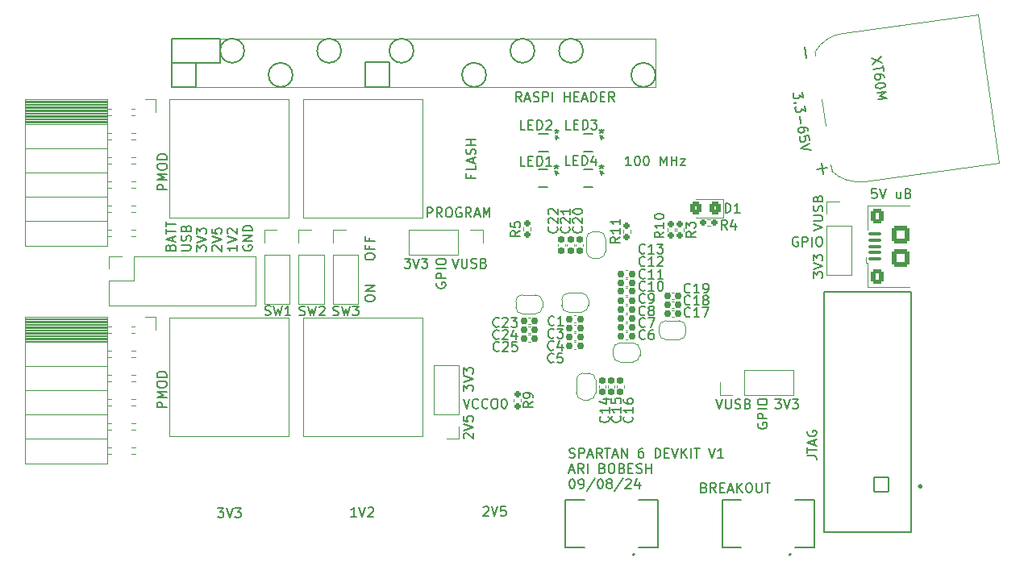
<source format=gto>
%TF.GenerationSoftware,KiCad,Pcbnew,8.0.2*%
%TF.CreationDate,2024-09-16T20:23:21-04:00*%
%TF.ProjectId,fpga,66706761-2e6b-4696-9361-645f70636258,rev?*%
%TF.SameCoordinates,Original*%
%TF.FileFunction,Legend,Top*%
%TF.FilePolarity,Positive*%
%FSLAX46Y46*%
G04 Gerber Fmt 4.6, Leading zero omitted, Abs format (unit mm)*
G04 Created by KiCad (PCBNEW 8.0.2) date 2024-09-16 20:23:21*
%MOMM*%
%LPD*%
G01*
G04 APERTURE LIST*
G04 Aperture macros list*
%AMRoundRect*
0 Rectangle with rounded corners*
0 $1 Rounding radius*
0 $2 $3 $4 $5 $6 $7 $8 $9 X,Y pos of 4 corners*
0 Add a 4 corners polygon primitive as box body*
4,1,4,$2,$3,$4,$5,$6,$7,$8,$9,$2,$3,0*
0 Add four circle primitives for the rounded corners*
1,1,$1+$1,$2,$3*
1,1,$1+$1,$4,$5*
1,1,$1+$1,$6,$7*
1,1,$1+$1,$8,$9*
0 Add four rect primitives between the rounded corners*
20,1,$1+$1,$2,$3,$4,$5,0*
20,1,$1+$1,$4,$5,$6,$7,0*
20,1,$1+$1,$6,$7,$8,$9,0*
20,1,$1+$1,$8,$9,$2,$3,0*%
%AMRotRect*
0 Rectangle, with rotation*
0 The origin of the aperture is its center*
0 $1 length*
0 $2 width*
0 $3 Rotation angle, in degrees counterclockwise*
0 Add horizontal line*
21,1,$1,$2,0,0,$3*%
%AMFreePoly0*
4,1,19,0.500000,-0.750000,0.000000,-0.750000,0.000000,-0.744911,-0.071157,-0.744911,-0.207708,-0.704816,-0.327430,-0.627875,-0.420627,-0.520320,-0.479746,-0.390866,-0.500000,-0.250000,-0.500000,0.250000,-0.479746,0.390866,-0.420627,0.520320,-0.327430,0.627875,-0.207708,0.704816,-0.071157,0.744911,0.000000,0.744911,0.000000,0.750000,0.500000,0.750000,0.500000,-0.750000,0.500000,-0.750000,
$1*%
%AMFreePoly1*
4,1,19,0.000000,0.744911,0.071157,0.744911,0.207708,0.704816,0.327430,0.627875,0.420627,0.520320,0.479746,0.390866,0.500000,0.250000,0.500000,-0.250000,0.479746,-0.390866,0.420627,-0.520320,0.327430,-0.627875,0.207708,-0.704816,0.071157,-0.744911,0.000000,-0.744911,0.000000,-0.750000,-0.500000,-0.750000,-0.500000,0.750000,0.000000,0.750000,0.000000,0.744911,0.000000,0.744911,
$1*%
G04 Aperture macros list end*
%ADD10C,0.150000*%
%ADD11C,0.120000*%
%ADD12C,0.200000*%
%ADD13C,0.152400*%
%ADD14C,0.127000*%
%ADD15C,0.300000*%
%ADD16RoundRect,0.160000X0.160000X-0.197500X0.160000X0.197500X-0.160000X0.197500X-0.160000X-0.197500X0*%
%ADD17C,1.450000*%
%ADD18C,6.000000*%
%ADD19C,2.000000*%
%ADD20RotRect,0.900000X2.000000X278.000000*%
%ADD21RoundRect,1.025000X-1.157677X0.872372X-0.872372X-1.157677X1.157677X-0.872372X0.872372X1.157677X0*%
%ADD22C,4.100000*%
%ADD23RotRect,2.300000X1.300000X278.000000*%
%ADD24FreePoly0,180.000000*%
%ADD25FreePoly1,180.000000*%
%ADD26R,1.700000X1.700000*%
%ADD27O,1.700000X1.700000*%
%ADD28FreePoly0,90.000000*%
%ADD29FreePoly1,90.000000*%
%ADD30RoundRect,0.250000X0.325000X0.450000X-0.325000X0.450000X-0.325000X-0.450000X0.325000X-0.450000X0*%
%ADD31RoundRect,0.160000X-0.160000X0.197500X-0.160000X-0.197500X0.160000X-0.197500X0.160000X0.197500X0*%
%ADD32RoundRect,0.155000X0.155000X-0.212500X0.155000X0.212500X-0.155000X0.212500X-0.155000X-0.212500X0*%
%ADD33RoundRect,0.155000X-0.155000X0.212500X-0.155000X-0.212500X0.155000X-0.212500X0.155000X0.212500X0*%
%ADD34RoundRect,0.155000X-0.212500X-0.155000X0.212500X-0.155000X0.212500X0.155000X-0.212500X0.155000X0*%
%ADD35R,0.584200X0.406400*%
%ADD36FreePoly0,0.000000*%
%ADD37FreePoly1,0.000000*%
%ADD38RoundRect,0.102000X0.754000X-0.754000X0.754000X0.754000X-0.754000X0.754000X-0.754000X-0.754000X0*%
%ADD39C,1.712000*%
%ADD40RoundRect,0.155000X0.212500X0.155000X-0.212500X0.155000X-0.212500X-0.155000X0.212500X-0.155000X0*%
%ADD41RoundRect,0.100000X0.575000X-0.100000X0.575000X0.100000X-0.575000X0.100000X-0.575000X-0.100000X0*%
%ADD42O,1.600000X0.900000*%
%ADD43RoundRect,0.250000X0.450000X-0.550000X0.450000X0.550000X-0.450000X0.550000X-0.450000X-0.550000X0*%
%ADD44RoundRect,0.250000X0.700000X-0.700000X0.700000X0.700000X-0.700000X0.700000X-0.700000X-0.700000X0*%
%ADD45RoundRect,0.160000X0.197500X0.160000X-0.197500X0.160000X-0.197500X-0.160000X0.197500X-0.160000X0*%
G04 APERTURE END LIST*
D10*
X66859600Y-34936200D02*
X71958200Y-34936200D01*
X71958200Y-37465000D01*
X66859600Y-37465000D01*
X66859600Y-34936200D01*
X84679020Y-36199581D02*
G75*
G02*
X82148180Y-36199581I-1265420J0D01*
G01*
X82148180Y-36199581D02*
G75*
G02*
X84679020Y-36199581I1265420J0D01*
G01*
X99898201Y-38735000D02*
G75*
G02*
X97367361Y-38735000I-1265420J0D01*
G01*
X97367361Y-38735000D02*
G75*
G02*
X99898201Y-38735000I1265420J0D01*
G01*
X87188900Y-37434000D02*
X89738200Y-37434000D01*
X89738200Y-39985200D01*
X87188900Y-39985200D01*
X87188900Y-37434000D01*
X92273620Y-36199581D02*
G75*
G02*
X89742780Y-36199581I-1265420J0D01*
G01*
X89742780Y-36199581D02*
G75*
G02*
X92273620Y-36199581I1265420J0D01*
G01*
X66859600Y-37465000D02*
X69408900Y-37465000D01*
X69408900Y-40016200D01*
X66859600Y-40016200D01*
X66859600Y-37465000D01*
X117673620Y-38739581D02*
G75*
G02*
X115142780Y-38739581I-1265420J0D01*
G01*
X115142780Y-38739581D02*
G75*
G02*
X117673620Y-38739581I1265420J0D01*
G01*
X110079020Y-36199581D02*
G75*
G02*
X107548180Y-36199581I-1265420J0D01*
G01*
X107548180Y-36199581D02*
G75*
G02*
X110079020Y-36199581I1265420J0D01*
G01*
X104973620Y-36199581D02*
G75*
G02*
X102442780Y-36199581I-1265420J0D01*
G01*
X102442780Y-36199581D02*
G75*
G02*
X104973620Y-36199581I1265420J0D01*
G01*
X74498201Y-36195000D02*
G75*
G02*
X71967361Y-36195000I-1265420J0D01*
G01*
X71967361Y-36195000D02*
G75*
G02*
X74498201Y-36195000I1265420J0D01*
G01*
X79578201Y-38739581D02*
G75*
G02*
X77047361Y-38739581I-1265420J0D01*
G01*
X77047361Y-38739581D02*
G75*
G02*
X79578201Y-38739581I1265420J0D01*
G01*
X80299160Y-63957200D02*
X80442017Y-64004819D01*
X80442017Y-64004819D02*
X80680112Y-64004819D01*
X80680112Y-64004819D02*
X80775350Y-63957200D01*
X80775350Y-63957200D02*
X80822969Y-63909580D01*
X80822969Y-63909580D02*
X80870588Y-63814342D01*
X80870588Y-63814342D02*
X80870588Y-63719104D01*
X80870588Y-63719104D02*
X80822969Y-63623866D01*
X80822969Y-63623866D02*
X80775350Y-63576247D01*
X80775350Y-63576247D02*
X80680112Y-63528628D01*
X80680112Y-63528628D02*
X80489636Y-63481009D01*
X80489636Y-63481009D02*
X80394398Y-63433390D01*
X80394398Y-63433390D02*
X80346779Y-63385771D01*
X80346779Y-63385771D02*
X80299160Y-63290533D01*
X80299160Y-63290533D02*
X80299160Y-63195295D01*
X80299160Y-63195295D02*
X80346779Y-63100057D01*
X80346779Y-63100057D02*
X80394398Y-63052438D01*
X80394398Y-63052438D02*
X80489636Y-63004819D01*
X80489636Y-63004819D02*
X80727731Y-63004819D01*
X80727731Y-63004819D02*
X80870588Y-63052438D01*
X81203922Y-63004819D02*
X81442017Y-64004819D01*
X81442017Y-64004819D02*
X81632493Y-63290533D01*
X81632493Y-63290533D02*
X81822969Y-64004819D01*
X81822969Y-64004819D02*
X82061065Y-63004819D01*
X82394398Y-63100057D02*
X82442017Y-63052438D01*
X82442017Y-63052438D02*
X82537255Y-63004819D01*
X82537255Y-63004819D02*
X82775350Y-63004819D01*
X82775350Y-63004819D02*
X82870588Y-63052438D01*
X82870588Y-63052438D02*
X82918207Y-63100057D01*
X82918207Y-63100057D02*
X82965826Y-63195295D01*
X82965826Y-63195295D02*
X82965826Y-63290533D01*
X82965826Y-63290533D02*
X82918207Y-63433390D01*
X82918207Y-63433390D02*
X82346779Y-64004819D01*
X82346779Y-64004819D02*
X82965826Y-64004819D01*
X134251819Y-60058058D02*
X134251819Y-59439011D01*
X134251819Y-59439011D02*
X134632771Y-59772344D01*
X134632771Y-59772344D02*
X134632771Y-59629487D01*
X134632771Y-59629487D02*
X134680390Y-59534249D01*
X134680390Y-59534249D02*
X134728009Y-59486630D01*
X134728009Y-59486630D02*
X134823247Y-59439011D01*
X134823247Y-59439011D02*
X135061342Y-59439011D01*
X135061342Y-59439011D02*
X135156580Y-59486630D01*
X135156580Y-59486630D02*
X135204200Y-59534249D01*
X135204200Y-59534249D02*
X135251819Y-59629487D01*
X135251819Y-59629487D02*
X135251819Y-59915201D01*
X135251819Y-59915201D02*
X135204200Y-60010439D01*
X135204200Y-60010439D02*
X135156580Y-60058058D01*
X134251819Y-59153296D02*
X135251819Y-58819963D01*
X135251819Y-58819963D02*
X134251819Y-58486630D01*
X134251819Y-58248534D02*
X134251819Y-57629487D01*
X134251819Y-57629487D02*
X134632771Y-57962820D01*
X134632771Y-57962820D02*
X134632771Y-57819963D01*
X134632771Y-57819963D02*
X134680390Y-57724725D01*
X134680390Y-57724725D02*
X134728009Y-57677106D01*
X134728009Y-57677106D02*
X134823247Y-57629487D01*
X134823247Y-57629487D02*
X135061342Y-57629487D01*
X135061342Y-57629487D02*
X135156580Y-57677106D01*
X135156580Y-57677106D02*
X135204200Y-57724725D01*
X135204200Y-57724725D02*
X135251819Y-57819963D01*
X135251819Y-57819963D02*
X135251819Y-58105677D01*
X135251819Y-58105677D02*
X135204200Y-58200915D01*
X135204200Y-58200915D02*
X135156580Y-58248534D01*
X134251819Y-55058057D02*
X135251819Y-54724724D01*
X135251819Y-54724724D02*
X134251819Y-54391391D01*
X134251819Y-54058057D02*
X135061342Y-54058057D01*
X135061342Y-54058057D02*
X135156580Y-54010438D01*
X135156580Y-54010438D02*
X135204200Y-53962819D01*
X135204200Y-53962819D02*
X135251819Y-53867581D01*
X135251819Y-53867581D02*
X135251819Y-53677105D01*
X135251819Y-53677105D02*
X135204200Y-53581867D01*
X135204200Y-53581867D02*
X135156580Y-53534248D01*
X135156580Y-53534248D02*
X135061342Y-53486629D01*
X135061342Y-53486629D02*
X134251819Y-53486629D01*
X135204200Y-53058057D02*
X135251819Y-52915200D01*
X135251819Y-52915200D02*
X135251819Y-52677105D01*
X135251819Y-52677105D02*
X135204200Y-52581867D01*
X135204200Y-52581867D02*
X135156580Y-52534248D01*
X135156580Y-52534248D02*
X135061342Y-52486629D01*
X135061342Y-52486629D02*
X134966104Y-52486629D01*
X134966104Y-52486629D02*
X134870866Y-52534248D01*
X134870866Y-52534248D02*
X134823247Y-52581867D01*
X134823247Y-52581867D02*
X134775628Y-52677105D01*
X134775628Y-52677105D02*
X134728009Y-52867581D01*
X134728009Y-52867581D02*
X134680390Y-52962819D01*
X134680390Y-52962819D02*
X134632771Y-53010438D01*
X134632771Y-53010438D02*
X134537533Y-53058057D01*
X134537533Y-53058057D02*
X134442295Y-53058057D01*
X134442295Y-53058057D02*
X134347057Y-53010438D01*
X134347057Y-53010438D02*
X134299438Y-52962819D01*
X134299438Y-52962819D02*
X134251819Y-52867581D01*
X134251819Y-52867581D02*
X134251819Y-52629486D01*
X134251819Y-52629486D02*
X134299438Y-52486629D01*
X134728009Y-51724724D02*
X134775628Y-51581867D01*
X134775628Y-51581867D02*
X134823247Y-51534248D01*
X134823247Y-51534248D02*
X134918485Y-51486629D01*
X134918485Y-51486629D02*
X135061342Y-51486629D01*
X135061342Y-51486629D02*
X135156580Y-51534248D01*
X135156580Y-51534248D02*
X135204200Y-51581867D01*
X135204200Y-51581867D02*
X135251819Y-51677105D01*
X135251819Y-51677105D02*
X135251819Y-52058057D01*
X135251819Y-52058057D02*
X134251819Y-52058057D01*
X134251819Y-52058057D02*
X134251819Y-51724724D01*
X134251819Y-51724724D02*
X134299438Y-51629486D01*
X134299438Y-51629486D02*
X134347057Y-51581867D01*
X134347057Y-51581867D02*
X134442295Y-51534248D01*
X134442295Y-51534248D02*
X134537533Y-51534248D01*
X134537533Y-51534248D02*
X134632771Y-51581867D01*
X134632771Y-51581867D02*
X134680390Y-51629486D01*
X134680390Y-51629486D02*
X134728009Y-51724724D01*
X134728009Y-51724724D02*
X134728009Y-52058057D01*
X122793312Y-82073809D02*
X122936169Y-82121428D01*
X122936169Y-82121428D02*
X122983788Y-82169047D01*
X122983788Y-82169047D02*
X123031407Y-82264285D01*
X123031407Y-82264285D02*
X123031407Y-82407142D01*
X123031407Y-82407142D02*
X122983788Y-82502380D01*
X122983788Y-82502380D02*
X122936169Y-82550000D01*
X122936169Y-82550000D02*
X122840931Y-82597619D01*
X122840931Y-82597619D02*
X122459979Y-82597619D01*
X122459979Y-82597619D02*
X122459979Y-81597619D01*
X122459979Y-81597619D02*
X122793312Y-81597619D01*
X122793312Y-81597619D02*
X122888550Y-81645238D01*
X122888550Y-81645238D02*
X122936169Y-81692857D01*
X122936169Y-81692857D02*
X122983788Y-81788095D01*
X122983788Y-81788095D02*
X122983788Y-81883333D01*
X122983788Y-81883333D02*
X122936169Y-81978571D01*
X122936169Y-81978571D02*
X122888550Y-82026190D01*
X122888550Y-82026190D02*
X122793312Y-82073809D01*
X122793312Y-82073809D02*
X122459979Y-82073809D01*
X124031407Y-82597619D02*
X123698074Y-82121428D01*
X123459979Y-82597619D02*
X123459979Y-81597619D01*
X123459979Y-81597619D02*
X123840931Y-81597619D01*
X123840931Y-81597619D02*
X123936169Y-81645238D01*
X123936169Y-81645238D02*
X123983788Y-81692857D01*
X123983788Y-81692857D02*
X124031407Y-81788095D01*
X124031407Y-81788095D02*
X124031407Y-81930952D01*
X124031407Y-81930952D02*
X123983788Y-82026190D01*
X123983788Y-82026190D02*
X123936169Y-82073809D01*
X123936169Y-82073809D02*
X123840931Y-82121428D01*
X123840931Y-82121428D02*
X123459979Y-82121428D01*
X124459979Y-82073809D02*
X124793312Y-82073809D01*
X124936169Y-82597619D02*
X124459979Y-82597619D01*
X124459979Y-82597619D02*
X124459979Y-81597619D01*
X124459979Y-81597619D02*
X124936169Y-81597619D01*
X125317122Y-82311904D02*
X125793312Y-82311904D01*
X125221884Y-82597619D02*
X125555217Y-81597619D01*
X125555217Y-81597619D02*
X125888550Y-82597619D01*
X126221884Y-82597619D02*
X126221884Y-81597619D01*
X126793312Y-82597619D02*
X126364741Y-82026190D01*
X126793312Y-81597619D02*
X126221884Y-82169047D01*
X127412360Y-81597619D02*
X127602836Y-81597619D01*
X127602836Y-81597619D02*
X127698074Y-81645238D01*
X127698074Y-81645238D02*
X127793312Y-81740476D01*
X127793312Y-81740476D02*
X127840931Y-81930952D01*
X127840931Y-81930952D02*
X127840931Y-82264285D01*
X127840931Y-82264285D02*
X127793312Y-82454761D01*
X127793312Y-82454761D02*
X127698074Y-82550000D01*
X127698074Y-82550000D02*
X127602836Y-82597619D01*
X127602836Y-82597619D02*
X127412360Y-82597619D01*
X127412360Y-82597619D02*
X127317122Y-82550000D01*
X127317122Y-82550000D02*
X127221884Y-82454761D01*
X127221884Y-82454761D02*
X127174265Y-82264285D01*
X127174265Y-82264285D02*
X127174265Y-81930952D01*
X127174265Y-81930952D02*
X127221884Y-81740476D01*
X127221884Y-81740476D02*
X127317122Y-81645238D01*
X127317122Y-81645238D02*
X127412360Y-81597619D01*
X128269503Y-81597619D02*
X128269503Y-82407142D01*
X128269503Y-82407142D02*
X128317122Y-82502380D01*
X128317122Y-82502380D02*
X128364741Y-82550000D01*
X128364741Y-82550000D02*
X128459979Y-82597619D01*
X128459979Y-82597619D02*
X128650455Y-82597619D01*
X128650455Y-82597619D02*
X128745693Y-82550000D01*
X128745693Y-82550000D02*
X128793312Y-82502380D01*
X128793312Y-82502380D02*
X128840931Y-82407142D01*
X128840931Y-82407142D02*
X128840931Y-81597619D01*
X129174265Y-81597619D02*
X129745693Y-81597619D01*
X129459979Y-82597619D02*
X129459979Y-81597619D01*
X108645560Y-78898312D02*
X108788417Y-78945931D01*
X108788417Y-78945931D02*
X109026512Y-78945931D01*
X109026512Y-78945931D02*
X109121750Y-78898312D01*
X109121750Y-78898312D02*
X109169369Y-78850692D01*
X109169369Y-78850692D02*
X109216988Y-78755454D01*
X109216988Y-78755454D02*
X109216988Y-78660216D01*
X109216988Y-78660216D02*
X109169369Y-78564978D01*
X109169369Y-78564978D02*
X109121750Y-78517359D01*
X109121750Y-78517359D02*
X109026512Y-78469740D01*
X109026512Y-78469740D02*
X108836036Y-78422121D01*
X108836036Y-78422121D02*
X108740798Y-78374502D01*
X108740798Y-78374502D02*
X108693179Y-78326883D01*
X108693179Y-78326883D02*
X108645560Y-78231645D01*
X108645560Y-78231645D02*
X108645560Y-78136407D01*
X108645560Y-78136407D02*
X108693179Y-78041169D01*
X108693179Y-78041169D02*
X108740798Y-77993550D01*
X108740798Y-77993550D02*
X108836036Y-77945931D01*
X108836036Y-77945931D02*
X109074131Y-77945931D01*
X109074131Y-77945931D02*
X109216988Y-77993550D01*
X109645560Y-78945931D02*
X109645560Y-77945931D01*
X109645560Y-77945931D02*
X110026512Y-77945931D01*
X110026512Y-77945931D02*
X110121750Y-77993550D01*
X110121750Y-77993550D02*
X110169369Y-78041169D01*
X110169369Y-78041169D02*
X110216988Y-78136407D01*
X110216988Y-78136407D02*
X110216988Y-78279264D01*
X110216988Y-78279264D02*
X110169369Y-78374502D01*
X110169369Y-78374502D02*
X110121750Y-78422121D01*
X110121750Y-78422121D02*
X110026512Y-78469740D01*
X110026512Y-78469740D02*
X109645560Y-78469740D01*
X110597941Y-78660216D02*
X111074131Y-78660216D01*
X110502703Y-78945931D02*
X110836036Y-77945931D01*
X110836036Y-77945931D02*
X111169369Y-78945931D01*
X112074131Y-78945931D02*
X111740798Y-78469740D01*
X111502703Y-78945931D02*
X111502703Y-77945931D01*
X111502703Y-77945931D02*
X111883655Y-77945931D01*
X111883655Y-77945931D02*
X111978893Y-77993550D01*
X111978893Y-77993550D02*
X112026512Y-78041169D01*
X112026512Y-78041169D02*
X112074131Y-78136407D01*
X112074131Y-78136407D02*
X112074131Y-78279264D01*
X112074131Y-78279264D02*
X112026512Y-78374502D01*
X112026512Y-78374502D02*
X111978893Y-78422121D01*
X111978893Y-78422121D02*
X111883655Y-78469740D01*
X111883655Y-78469740D02*
X111502703Y-78469740D01*
X112359846Y-77945931D02*
X112931274Y-77945931D01*
X112645560Y-78945931D02*
X112645560Y-77945931D01*
X113216989Y-78660216D02*
X113693179Y-78660216D01*
X113121751Y-78945931D02*
X113455084Y-77945931D01*
X113455084Y-77945931D02*
X113788417Y-78945931D01*
X114121751Y-78945931D02*
X114121751Y-77945931D01*
X114121751Y-77945931D02*
X114693179Y-78945931D01*
X114693179Y-78945931D02*
X114693179Y-77945931D01*
X116359846Y-77945931D02*
X116169370Y-77945931D01*
X116169370Y-77945931D02*
X116074132Y-77993550D01*
X116074132Y-77993550D02*
X116026513Y-78041169D01*
X116026513Y-78041169D02*
X115931275Y-78184026D01*
X115931275Y-78184026D02*
X115883656Y-78374502D01*
X115883656Y-78374502D02*
X115883656Y-78755454D01*
X115883656Y-78755454D02*
X115931275Y-78850692D01*
X115931275Y-78850692D02*
X115978894Y-78898312D01*
X115978894Y-78898312D02*
X116074132Y-78945931D01*
X116074132Y-78945931D02*
X116264608Y-78945931D01*
X116264608Y-78945931D02*
X116359846Y-78898312D01*
X116359846Y-78898312D02*
X116407465Y-78850692D01*
X116407465Y-78850692D02*
X116455084Y-78755454D01*
X116455084Y-78755454D02*
X116455084Y-78517359D01*
X116455084Y-78517359D02*
X116407465Y-78422121D01*
X116407465Y-78422121D02*
X116359846Y-78374502D01*
X116359846Y-78374502D02*
X116264608Y-78326883D01*
X116264608Y-78326883D02*
X116074132Y-78326883D01*
X116074132Y-78326883D02*
X115978894Y-78374502D01*
X115978894Y-78374502D02*
X115931275Y-78422121D01*
X115931275Y-78422121D02*
X115883656Y-78517359D01*
X117645561Y-78945931D02*
X117645561Y-77945931D01*
X117645561Y-77945931D02*
X117883656Y-77945931D01*
X117883656Y-77945931D02*
X118026513Y-77993550D01*
X118026513Y-77993550D02*
X118121751Y-78088788D01*
X118121751Y-78088788D02*
X118169370Y-78184026D01*
X118169370Y-78184026D02*
X118216989Y-78374502D01*
X118216989Y-78374502D02*
X118216989Y-78517359D01*
X118216989Y-78517359D02*
X118169370Y-78707835D01*
X118169370Y-78707835D02*
X118121751Y-78803073D01*
X118121751Y-78803073D02*
X118026513Y-78898312D01*
X118026513Y-78898312D02*
X117883656Y-78945931D01*
X117883656Y-78945931D02*
X117645561Y-78945931D01*
X118645561Y-78422121D02*
X118978894Y-78422121D01*
X119121751Y-78945931D02*
X118645561Y-78945931D01*
X118645561Y-78945931D02*
X118645561Y-77945931D01*
X118645561Y-77945931D02*
X119121751Y-77945931D01*
X119407466Y-77945931D02*
X119740799Y-78945931D01*
X119740799Y-78945931D02*
X120074132Y-77945931D01*
X120407466Y-78945931D02*
X120407466Y-77945931D01*
X120978894Y-78945931D02*
X120550323Y-78374502D01*
X120978894Y-77945931D02*
X120407466Y-78517359D01*
X121407466Y-78945931D02*
X121407466Y-77945931D01*
X121740799Y-77945931D02*
X122312227Y-77945931D01*
X122026513Y-78945931D02*
X122026513Y-77945931D01*
X123264609Y-77945931D02*
X123597942Y-78945931D01*
X123597942Y-78945931D02*
X123931275Y-77945931D01*
X124788418Y-78945931D02*
X124216990Y-78945931D01*
X124502704Y-78945931D02*
X124502704Y-77945931D01*
X124502704Y-77945931D02*
X124407466Y-78088788D01*
X124407466Y-78088788D02*
X124312228Y-78184026D01*
X124312228Y-78184026D02*
X124216990Y-78231645D01*
X108645560Y-80270160D02*
X109121750Y-80270160D01*
X108550322Y-80555875D02*
X108883655Y-79555875D01*
X108883655Y-79555875D02*
X109216988Y-80555875D01*
X110121750Y-80555875D02*
X109788417Y-80079684D01*
X109550322Y-80555875D02*
X109550322Y-79555875D01*
X109550322Y-79555875D02*
X109931274Y-79555875D01*
X109931274Y-79555875D02*
X110026512Y-79603494D01*
X110026512Y-79603494D02*
X110074131Y-79651113D01*
X110074131Y-79651113D02*
X110121750Y-79746351D01*
X110121750Y-79746351D02*
X110121750Y-79889208D01*
X110121750Y-79889208D02*
X110074131Y-79984446D01*
X110074131Y-79984446D02*
X110026512Y-80032065D01*
X110026512Y-80032065D02*
X109931274Y-80079684D01*
X109931274Y-80079684D02*
X109550322Y-80079684D01*
X110550322Y-80555875D02*
X110550322Y-79555875D01*
X112121750Y-80032065D02*
X112264607Y-80079684D01*
X112264607Y-80079684D02*
X112312226Y-80127303D01*
X112312226Y-80127303D02*
X112359845Y-80222541D01*
X112359845Y-80222541D02*
X112359845Y-80365398D01*
X112359845Y-80365398D02*
X112312226Y-80460636D01*
X112312226Y-80460636D02*
X112264607Y-80508256D01*
X112264607Y-80508256D02*
X112169369Y-80555875D01*
X112169369Y-80555875D02*
X111788417Y-80555875D01*
X111788417Y-80555875D02*
X111788417Y-79555875D01*
X111788417Y-79555875D02*
X112121750Y-79555875D01*
X112121750Y-79555875D02*
X112216988Y-79603494D01*
X112216988Y-79603494D02*
X112264607Y-79651113D01*
X112264607Y-79651113D02*
X112312226Y-79746351D01*
X112312226Y-79746351D02*
X112312226Y-79841589D01*
X112312226Y-79841589D02*
X112264607Y-79936827D01*
X112264607Y-79936827D02*
X112216988Y-79984446D01*
X112216988Y-79984446D02*
X112121750Y-80032065D01*
X112121750Y-80032065D02*
X111788417Y-80032065D01*
X112978893Y-79555875D02*
X113169369Y-79555875D01*
X113169369Y-79555875D02*
X113264607Y-79603494D01*
X113264607Y-79603494D02*
X113359845Y-79698732D01*
X113359845Y-79698732D02*
X113407464Y-79889208D01*
X113407464Y-79889208D02*
X113407464Y-80222541D01*
X113407464Y-80222541D02*
X113359845Y-80413017D01*
X113359845Y-80413017D02*
X113264607Y-80508256D01*
X113264607Y-80508256D02*
X113169369Y-80555875D01*
X113169369Y-80555875D02*
X112978893Y-80555875D01*
X112978893Y-80555875D02*
X112883655Y-80508256D01*
X112883655Y-80508256D02*
X112788417Y-80413017D01*
X112788417Y-80413017D02*
X112740798Y-80222541D01*
X112740798Y-80222541D02*
X112740798Y-79889208D01*
X112740798Y-79889208D02*
X112788417Y-79698732D01*
X112788417Y-79698732D02*
X112883655Y-79603494D01*
X112883655Y-79603494D02*
X112978893Y-79555875D01*
X114169369Y-80032065D02*
X114312226Y-80079684D01*
X114312226Y-80079684D02*
X114359845Y-80127303D01*
X114359845Y-80127303D02*
X114407464Y-80222541D01*
X114407464Y-80222541D02*
X114407464Y-80365398D01*
X114407464Y-80365398D02*
X114359845Y-80460636D01*
X114359845Y-80460636D02*
X114312226Y-80508256D01*
X114312226Y-80508256D02*
X114216988Y-80555875D01*
X114216988Y-80555875D02*
X113836036Y-80555875D01*
X113836036Y-80555875D02*
X113836036Y-79555875D01*
X113836036Y-79555875D02*
X114169369Y-79555875D01*
X114169369Y-79555875D02*
X114264607Y-79603494D01*
X114264607Y-79603494D02*
X114312226Y-79651113D01*
X114312226Y-79651113D02*
X114359845Y-79746351D01*
X114359845Y-79746351D02*
X114359845Y-79841589D01*
X114359845Y-79841589D02*
X114312226Y-79936827D01*
X114312226Y-79936827D02*
X114264607Y-79984446D01*
X114264607Y-79984446D02*
X114169369Y-80032065D01*
X114169369Y-80032065D02*
X113836036Y-80032065D01*
X114836036Y-80032065D02*
X115169369Y-80032065D01*
X115312226Y-80555875D02*
X114836036Y-80555875D01*
X114836036Y-80555875D02*
X114836036Y-79555875D01*
X114836036Y-79555875D02*
X115312226Y-79555875D01*
X115693179Y-80508256D02*
X115836036Y-80555875D01*
X115836036Y-80555875D02*
X116074131Y-80555875D01*
X116074131Y-80555875D02*
X116169369Y-80508256D01*
X116169369Y-80508256D02*
X116216988Y-80460636D01*
X116216988Y-80460636D02*
X116264607Y-80365398D01*
X116264607Y-80365398D02*
X116264607Y-80270160D01*
X116264607Y-80270160D02*
X116216988Y-80174922D01*
X116216988Y-80174922D02*
X116169369Y-80127303D01*
X116169369Y-80127303D02*
X116074131Y-80079684D01*
X116074131Y-80079684D02*
X115883655Y-80032065D01*
X115883655Y-80032065D02*
X115788417Y-79984446D01*
X115788417Y-79984446D02*
X115740798Y-79936827D01*
X115740798Y-79936827D02*
X115693179Y-79841589D01*
X115693179Y-79841589D02*
X115693179Y-79746351D01*
X115693179Y-79746351D02*
X115740798Y-79651113D01*
X115740798Y-79651113D02*
X115788417Y-79603494D01*
X115788417Y-79603494D02*
X115883655Y-79555875D01*
X115883655Y-79555875D02*
X116121750Y-79555875D01*
X116121750Y-79555875D02*
X116264607Y-79603494D01*
X116693179Y-80555875D02*
X116693179Y-79555875D01*
X116693179Y-80032065D02*
X117264607Y-80032065D01*
X117264607Y-80555875D02*
X117264607Y-79555875D01*
X108883655Y-81165819D02*
X108978893Y-81165819D01*
X108978893Y-81165819D02*
X109074131Y-81213438D01*
X109074131Y-81213438D02*
X109121750Y-81261057D01*
X109121750Y-81261057D02*
X109169369Y-81356295D01*
X109169369Y-81356295D02*
X109216988Y-81546771D01*
X109216988Y-81546771D02*
X109216988Y-81784866D01*
X109216988Y-81784866D02*
X109169369Y-81975342D01*
X109169369Y-81975342D02*
X109121750Y-82070580D01*
X109121750Y-82070580D02*
X109074131Y-82118200D01*
X109074131Y-82118200D02*
X108978893Y-82165819D01*
X108978893Y-82165819D02*
X108883655Y-82165819D01*
X108883655Y-82165819D02*
X108788417Y-82118200D01*
X108788417Y-82118200D02*
X108740798Y-82070580D01*
X108740798Y-82070580D02*
X108693179Y-81975342D01*
X108693179Y-81975342D02*
X108645560Y-81784866D01*
X108645560Y-81784866D02*
X108645560Y-81546771D01*
X108645560Y-81546771D02*
X108693179Y-81356295D01*
X108693179Y-81356295D02*
X108740798Y-81261057D01*
X108740798Y-81261057D02*
X108788417Y-81213438D01*
X108788417Y-81213438D02*
X108883655Y-81165819D01*
X109693179Y-82165819D02*
X109883655Y-82165819D01*
X109883655Y-82165819D02*
X109978893Y-82118200D01*
X109978893Y-82118200D02*
X110026512Y-82070580D01*
X110026512Y-82070580D02*
X110121750Y-81927723D01*
X110121750Y-81927723D02*
X110169369Y-81737247D01*
X110169369Y-81737247D02*
X110169369Y-81356295D01*
X110169369Y-81356295D02*
X110121750Y-81261057D01*
X110121750Y-81261057D02*
X110074131Y-81213438D01*
X110074131Y-81213438D02*
X109978893Y-81165819D01*
X109978893Y-81165819D02*
X109788417Y-81165819D01*
X109788417Y-81165819D02*
X109693179Y-81213438D01*
X109693179Y-81213438D02*
X109645560Y-81261057D01*
X109645560Y-81261057D02*
X109597941Y-81356295D01*
X109597941Y-81356295D02*
X109597941Y-81594390D01*
X109597941Y-81594390D02*
X109645560Y-81689628D01*
X109645560Y-81689628D02*
X109693179Y-81737247D01*
X109693179Y-81737247D02*
X109788417Y-81784866D01*
X109788417Y-81784866D02*
X109978893Y-81784866D01*
X109978893Y-81784866D02*
X110074131Y-81737247D01*
X110074131Y-81737247D02*
X110121750Y-81689628D01*
X110121750Y-81689628D02*
X110169369Y-81594390D01*
X111312226Y-81118200D02*
X110455084Y-82403914D01*
X111836036Y-81165819D02*
X111931274Y-81165819D01*
X111931274Y-81165819D02*
X112026512Y-81213438D01*
X112026512Y-81213438D02*
X112074131Y-81261057D01*
X112074131Y-81261057D02*
X112121750Y-81356295D01*
X112121750Y-81356295D02*
X112169369Y-81546771D01*
X112169369Y-81546771D02*
X112169369Y-81784866D01*
X112169369Y-81784866D02*
X112121750Y-81975342D01*
X112121750Y-81975342D02*
X112074131Y-82070580D01*
X112074131Y-82070580D02*
X112026512Y-82118200D01*
X112026512Y-82118200D02*
X111931274Y-82165819D01*
X111931274Y-82165819D02*
X111836036Y-82165819D01*
X111836036Y-82165819D02*
X111740798Y-82118200D01*
X111740798Y-82118200D02*
X111693179Y-82070580D01*
X111693179Y-82070580D02*
X111645560Y-81975342D01*
X111645560Y-81975342D02*
X111597941Y-81784866D01*
X111597941Y-81784866D02*
X111597941Y-81546771D01*
X111597941Y-81546771D02*
X111645560Y-81356295D01*
X111645560Y-81356295D02*
X111693179Y-81261057D01*
X111693179Y-81261057D02*
X111740798Y-81213438D01*
X111740798Y-81213438D02*
X111836036Y-81165819D01*
X112740798Y-81594390D02*
X112645560Y-81546771D01*
X112645560Y-81546771D02*
X112597941Y-81499152D01*
X112597941Y-81499152D02*
X112550322Y-81403914D01*
X112550322Y-81403914D02*
X112550322Y-81356295D01*
X112550322Y-81356295D02*
X112597941Y-81261057D01*
X112597941Y-81261057D02*
X112645560Y-81213438D01*
X112645560Y-81213438D02*
X112740798Y-81165819D01*
X112740798Y-81165819D02*
X112931274Y-81165819D01*
X112931274Y-81165819D02*
X113026512Y-81213438D01*
X113026512Y-81213438D02*
X113074131Y-81261057D01*
X113074131Y-81261057D02*
X113121750Y-81356295D01*
X113121750Y-81356295D02*
X113121750Y-81403914D01*
X113121750Y-81403914D02*
X113074131Y-81499152D01*
X113074131Y-81499152D02*
X113026512Y-81546771D01*
X113026512Y-81546771D02*
X112931274Y-81594390D01*
X112931274Y-81594390D02*
X112740798Y-81594390D01*
X112740798Y-81594390D02*
X112645560Y-81642009D01*
X112645560Y-81642009D02*
X112597941Y-81689628D01*
X112597941Y-81689628D02*
X112550322Y-81784866D01*
X112550322Y-81784866D02*
X112550322Y-81975342D01*
X112550322Y-81975342D02*
X112597941Y-82070580D01*
X112597941Y-82070580D02*
X112645560Y-82118200D01*
X112645560Y-82118200D02*
X112740798Y-82165819D01*
X112740798Y-82165819D02*
X112931274Y-82165819D01*
X112931274Y-82165819D02*
X113026512Y-82118200D01*
X113026512Y-82118200D02*
X113074131Y-82070580D01*
X113074131Y-82070580D02*
X113121750Y-81975342D01*
X113121750Y-81975342D02*
X113121750Y-81784866D01*
X113121750Y-81784866D02*
X113074131Y-81689628D01*
X113074131Y-81689628D02*
X113026512Y-81642009D01*
X113026512Y-81642009D02*
X112931274Y-81594390D01*
X114264607Y-81118200D02*
X113407465Y-82403914D01*
X114550322Y-81261057D02*
X114597941Y-81213438D01*
X114597941Y-81213438D02*
X114693179Y-81165819D01*
X114693179Y-81165819D02*
X114931274Y-81165819D01*
X114931274Y-81165819D02*
X115026512Y-81213438D01*
X115026512Y-81213438D02*
X115074131Y-81261057D01*
X115074131Y-81261057D02*
X115121750Y-81356295D01*
X115121750Y-81356295D02*
X115121750Y-81451533D01*
X115121750Y-81451533D02*
X115074131Y-81594390D01*
X115074131Y-81594390D02*
X114502703Y-82165819D01*
X114502703Y-82165819D02*
X115121750Y-82165819D01*
X115978893Y-81499152D02*
X115978893Y-82165819D01*
X115740798Y-81118200D02*
X115502703Y-81832485D01*
X115502703Y-81832485D02*
X116121750Y-81832485D01*
X87185619Y-62286944D02*
X87185619Y-62096468D01*
X87185619Y-62096468D02*
X87233238Y-62001230D01*
X87233238Y-62001230D02*
X87328476Y-61905992D01*
X87328476Y-61905992D02*
X87518952Y-61858373D01*
X87518952Y-61858373D02*
X87852285Y-61858373D01*
X87852285Y-61858373D02*
X88042761Y-61905992D01*
X88042761Y-61905992D02*
X88138000Y-62001230D01*
X88138000Y-62001230D02*
X88185619Y-62096468D01*
X88185619Y-62096468D02*
X88185619Y-62286944D01*
X88185619Y-62286944D02*
X88138000Y-62382182D01*
X88138000Y-62382182D02*
X88042761Y-62477420D01*
X88042761Y-62477420D02*
X87852285Y-62525039D01*
X87852285Y-62525039D02*
X87518952Y-62525039D01*
X87518952Y-62525039D02*
X87328476Y-62477420D01*
X87328476Y-62477420D02*
X87233238Y-62382182D01*
X87233238Y-62382182D02*
X87185619Y-62286944D01*
X88185619Y-61429801D02*
X87185619Y-61429801D01*
X87185619Y-61429801D02*
X88185619Y-60858373D01*
X88185619Y-60858373D02*
X87185619Y-60858373D01*
X87185619Y-57905991D02*
X87185619Y-57715515D01*
X87185619Y-57715515D02*
X87233238Y-57620277D01*
X87233238Y-57620277D02*
X87328476Y-57525039D01*
X87328476Y-57525039D02*
X87518952Y-57477420D01*
X87518952Y-57477420D02*
X87852285Y-57477420D01*
X87852285Y-57477420D02*
X88042761Y-57525039D01*
X88042761Y-57525039D02*
X88138000Y-57620277D01*
X88138000Y-57620277D02*
X88185619Y-57715515D01*
X88185619Y-57715515D02*
X88185619Y-57905991D01*
X88185619Y-57905991D02*
X88138000Y-58001229D01*
X88138000Y-58001229D02*
X88042761Y-58096467D01*
X88042761Y-58096467D02*
X87852285Y-58144086D01*
X87852285Y-58144086D02*
X87518952Y-58144086D01*
X87518952Y-58144086D02*
X87328476Y-58096467D01*
X87328476Y-58096467D02*
X87233238Y-58001229D01*
X87233238Y-58001229D02*
X87185619Y-57905991D01*
X87661809Y-56715515D02*
X87661809Y-57048848D01*
X88185619Y-57048848D02*
X87185619Y-57048848D01*
X87185619Y-57048848D02*
X87185619Y-56572658D01*
X87661809Y-55858372D02*
X87661809Y-56191705D01*
X88185619Y-56191705D02*
X87185619Y-56191705D01*
X87185619Y-56191705D02*
X87185619Y-55715515D01*
X103625807Y-41551219D02*
X103292474Y-41075028D01*
X103054379Y-41551219D02*
X103054379Y-40551219D01*
X103054379Y-40551219D02*
X103435331Y-40551219D01*
X103435331Y-40551219D02*
X103530569Y-40598838D01*
X103530569Y-40598838D02*
X103578188Y-40646457D01*
X103578188Y-40646457D02*
X103625807Y-40741695D01*
X103625807Y-40741695D02*
X103625807Y-40884552D01*
X103625807Y-40884552D02*
X103578188Y-40979790D01*
X103578188Y-40979790D02*
X103530569Y-41027409D01*
X103530569Y-41027409D02*
X103435331Y-41075028D01*
X103435331Y-41075028D02*
X103054379Y-41075028D01*
X104006760Y-41265504D02*
X104482950Y-41265504D01*
X103911522Y-41551219D02*
X104244855Y-40551219D01*
X104244855Y-40551219D02*
X104578188Y-41551219D01*
X104863903Y-41503600D02*
X105006760Y-41551219D01*
X105006760Y-41551219D02*
X105244855Y-41551219D01*
X105244855Y-41551219D02*
X105340093Y-41503600D01*
X105340093Y-41503600D02*
X105387712Y-41455980D01*
X105387712Y-41455980D02*
X105435331Y-41360742D01*
X105435331Y-41360742D02*
X105435331Y-41265504D01*
X105435331Y-41265504D02*
X105387712Y-41170266D01*
X105387712Y-41170266D02*
X105340093Y-41122647D01*
X105340093Y-41122647D02*
X105244855Y-41075028D01*
X105244855Y-41075028D02*
X105054379Y-41027409D01*
X105054379Y-41027409D02*
X104959141Y-40979790D01*
X104959141Y-40979790D02*
X104911522Y-40932171D01*
X104911522Y-40932171D02*
X104863903Y-40836933D01*
X104863903Y-40836933D02*
X104863903Y-40741695D01*
X104863903Y-40741695D02*
X104911522Y-40646457D01*
X104911522Y-40646457D02*
X104959141Y-40598838D01*
X104959141Y-40598838D02*
X105054379Y-40551219D01*
X105054379Y-40551219D02*
X105292474Y-40551219D01*
X105292474Y-40551219D02*
X105435331Y-40598838D01*
X105863903Y-41551219D02*
X105863903Y-40551219D01*
X105863903Y-40551219D02*
X106244855Y-40551219D01*
X106244855Y-40551219D02*
X106340093Y-40598838D01*
X106340093Y-40598838D02*
X106387712Y-40646457D01*
X106387712Y-40646457D02*
X106435331Y-40741695D01*
X106435331Y-40741695D02*
X106435331Y-40884552D01*
X106435331Y-40884552D02*
X106387712Y-40979790D01*
X106387712Y-40979790D02*
X106340093Y-41027409D01*
X106340093Y-41027409D02*
X106244855Y-41075028D01*
X106244855Y-41075028D02*
X105863903Y-41075028D01*
X106863903Y-41551219D02*
X106863903Y-40551219D01*
X108101998Y-41551219D02*
X108101998Y-40551219D01*
X108101998Y-41027409D02*
X108673426Y-41027409D01*
X108673426Y-41551219D02*
X108673426Y-40551219D01*
X109149617Y-41027409D02*
X109482950Y-41027409D01*
X109625807Y-41551219D02*
X109149617Y-41551219D01*
X109149617Y-41551219D02*
X109149617Y-40551219D01*
X109149617Y-40551219D02*
X109625807Y-40551219D01*
X110006760Y-41265504D02*
X110482950Y-41265504D01*
X109911522Y-41551219D02*
X110244855Y-40551219D01*
X110244855Y-40551219D02*
X110578188Y-41551219D01*
X110911522Y-41551219D02*
X110911522Y-40551219D01*
X110911522Y-40551219D02*
X111149617Y-40551219D01*
X111149617Y-40551219D02*
X111292474Y-40598838D01*
X111292474Y-40598838D02*
X111387712Y-40694076D01*
X111387712Y-40694076D02*
X111435331Y-40789314D01*
X111435331Y-40789314D02*
X111482950Y-40979790D01*
X111482950Y-40979790D02*
X111482950Y-41122647D01*
X111482950Y-41122647D02*
X111435331Y-41313123D01*
X111435331Y-41313123D02*
X111387712Y-41408361D01*
X111387712Y-41408361D02*
X111292474Y-41503600D01*
X111292474Y-41503600D02*
X111149617Y-41551219D01*
X111149617Y-41551219D02*
X110911522Y-41551219D01*
X111911522Y-41027409D02*
X112244855Y-41027409D01*
X112387712Y-41551219D02*
X111911522Y-41551219D01*
X111911522Y-41551219D02*
X111911522Y-40551219D01*
X111911522Y-40551219D02*
X112387712Y-40551219D01*
X113387712Y-41551219D02*
X113054379Y-41075028D01*
X112816284Y-41551219D02*
X112816284Y-40551219D01*
X112816284Y-40551219D02*
X113197236Y-40551219D01*
X113197236Y-40551219D02*
X113292474Y-40598838D01*
X113292474Y-40598838D02*
X113340093Y-40646457D01*
X113340093Y-40646457D02*
X113387712Y-40741695D01*
X113387712Y-40741695D02*
X113387712Y-40884552D01*
X113387712Y-40884552D02*
X113340093Y-40979790D01*
X113340093Y-40979790D02*
X113292474Y-41027409D01*
X113292474Y-41027409D02*
X113197236Y-41075028D01*
X113197236Y-41075028D02*
X112816284Y-41075028D01*
X124044322Y-72783819D02*
X124377655Y-73783819D01*
X124377655Y-73783819D02*
X124710988Y-72783819D01*
X125044322Y-72783819D02*
X125044322Y-73593342D01*
X125044322Y-73593342D02*
X125091941Y-73688580D01*
X125091941Y-73688580D02*
X125139560Y-73736200D01*
X125139560Y-73736200D02*
X125234798Y-73783819D01*
X125234798Y-73783819D02*
X125425274Y-73783819D01*
X125425274Y-73783819D02*
X125520512Y-73736200D01*
X125520512Y-73736200D02*
X125568131Y-73688580D01*
X125568131Y-73688580D02*
X125615750Y-73593342D01*
X125615750Y-73593342D02*
X125615750Y-72783819D01*
X126044322Y-73736200D02*
X126187179Y-73783819D01*
X126187179Y-73783819D02*
X126425274Y-73783819D01*
X126425274Y-73783819D02*
X126520512Y-73736200D01*
X126520512Y-73736200D02*
X126568131Y-73688580D01*
X126568131Y-73688580D02*
X126615750Y-73593342D01*
X126615750Y-73593342D02*
X126615750Y-73498104D01*
X126615750Y-73498104D02*
X126568131Y-73402866D01*
X126568131Y-73402866D02*
X126520512Y-73355247D01*
X126520512Y-73355247D02*
X126425274Y-73307628D01*
X126425274Y-73307628D02*
X126234798Y-73260009D01*
X126234798Y-73260009D02*
X126139560Y-73212390D01*
X126139560Y-73212390D02*
X126091941Y-73164771D01*
X126091941Y-73164771D02*
X126044322Y-73069533D01*
X126044322Y-73069533D02*
X126044322Y-72974295D01*
X126044322Y-72974295D02*
X126091941Y-72879057D01*
X126091941Y-72879057D02*
X126139560Y-72831438D01*
X126139560Y-72831438D02*
X126234798Y-72783819D01*
X126234798Y-72783819D02*
X126472893Y-72783819D01*
X126472893Y-72783819D02*
X126615750Y-72831438D01*
X127377655Y-73260009D02*
X127520512Y-73307628D01*
X127520512Y-73307628D02*
X127568131Y-73355247D01*
X127568131Y-73355247D02*
X127615750Y-73450485D01*
X127615750Y-73450485D02*
X127615750Y-73593342D01*
X127615750Y-73593342D02*
X127568131Y-73688580D01*
X127568131Y-73688580D02*
X127520512Y-73736200D01*
X127520512Y-73736200D02*
X127425274Y-73783819D01*
X127425274Y-73783819D02*
X127044322Y-73783819D01*
X127044322Y-73783819D02*
X127044322Y-72783819D01*
X127044322Y-72783819D02*
X127377655Y-72783819D01*
X127377655Y-72783819D02*
X127472893Y-72831438D01*
X127472893Y-72831438D02*
X127520512Y-72879057D01*
X127520512Y-72879057D02*
X127568131Y-72974295D01*
X127568131Y-72974295D02*
X127568131Y-73069533D01*
X127568131Y-73069533D02*
X127520512Y-73164771D01*
X127520512Y-73164771D02*
X127472893Y-73212390D01*
X127472893Y-73212390D02*
X127377655Y-73260009D01*
X127377655Y-73260009D02*
X127044322Y-73260009D01*
X130234799Y-72783819D02*
X130853846Y-72783819D01*
X130853846Y-72783819D02*
X130520513Y-73164771D01*
X130520513Y-73164771D02*
X130663370Y-73164771D01*
X130663370Y-73164771D02*
X130758608Y-73212390D01*
X130758608Y-73212390D02*
X130806227Y-73260009D01*
X130806227Y-73260009D02*
X130853846Y-73355247D01*
X130853846Y-73355247D02*
X130853846Y-73593342D01*
X130853846Y-73593342D02*
X130806227Y-73688580D01*
X130806227Y-73688580D02*
X130758608Y-73736200D01*
X130758608Y-73736200D02*
X130663370Y-73783819D01*
X130663370Y-73783819D02*
X130377656Y-73783819D01*
X130377656Y-73783819D02*
X130282418Y-73736200D01*
X130282418Y-73736200D02*
X130234799Y-73688580D01*
X131139561Y-72783819D02*
X131472894Y-73783819D01*
X131472894Y-73783819D02*
X131806227Y-72783819D01*
X132044323Y-72783819D02*
X132663370Y-72783819D01*
X132663370Y-72783819D02*
X132330037Y-73164771D01*
X132330037Y-73164771D02*
X132472894Y-73164771D01*
X132472894Y-73164771D02*
X132568132Y-73212390D01*
X132568132Y-73212390D02*
X132615751Y-73260009D01*
X132615751Y-73260009D02*
X132663370Y-73355247D01*
X132663370Y-73355247D02*
X132663370Y-73593342D01*
X132663370Y-73593342D02*
X132615751Y-73688580D01*
X132615751Y-73688580D02*
X132568132Y-73736200D01*
X132568132Y-73736200D02*
X132472894Y-73783819D01*
X132472894Y-73783819D02*
X132187180Y-73783819D01*
X132187180Y-73783819D02*
X132091942Y-73736200D01*
X132091942Y-73736200D02*
X132044323Y-73688580D01*
X71717141Y-84213819D02*
X72336188Y-84213819D01*
X72336188Y-84213819D02*
X72002855Y-84594771D01*
X72002855Y-84594771D02*
X72145712Y-84594771D01*
X72145712Y-84594771D02*
X72240950Y-84642390D01*
X72240950Y-84642390D02*
X72288569Y-84690009D01*
X72288569Y-84690009D02*
X72336188Y-84785247D01*
X72336188Y-84785247D02*
X72336188Y-85023342D01*
X72336188Y-85023342D02*
X72288569Y-85118580D01*
X72288569Y-85118580D02*
X72240950Y-85166200D01*
X72240950Y-85166200D02*
X72145712Y-85213819D01*
X72145712Y-85213819D02*
X71859998Y-85213819D01*
X71859998Y-85213819D02*
X71764760Y-85166200D01*
X71764760Y-85166200D02*
X71717141Y-85118580D01*
X72621903Y-84213819D02*
X72955236Y-85213819D01*
X72955236Y-85213819D02*
X73288569Y-84213819D01*
X73526665Y-84213819D02*
X74145712Y-84213819D01*
X74145712Y-84213819D02*
X73812379Y-84594771D01*
X73812379Y-84594771D02*
X73955236Y-84594771D01*
X73955236Y-84594771D02*
X74050474Y-84642390D01*
X74050474Y-84642390D02*
X74098093Y-84690009D01*
X74098093Y-84690009D02*
X74145712Y-84785247D01*
X74145712Y-84785247D02*
X74145712Y-85023342D01*
X74145712Y-85023342D02*
X74098093Y-85118580D01*
X74098093Y-85118580D02*
X74050474Y-85166200D01*
X74050474Y-85166200D02*
X73955236Y-85213819D01*
X73955236Y-85213819D02*
X73669522Y-85213819D01*
X73669522Y-85213819D02*
X73574284Y-85166200D01*
X73574284Y-85166200D02*
X73526665Y-85118580D01*
X66341619Y-73653420D02*
X65341619Y-73653420D01*
X65341619Y-73653420D02*
X65341619Y-73272468D01*
X65341619Y-73272468D02*
X65389238Y-73177230D01*
X65389238Y-73177230D02*
X65436857Y-73129611D01*
X65436857Y-73129611D02*
X65532095Y-73081992D01*
X65532095Y-73081992D02*
X65674952Y-73081992D01*
X65674952Y-73081992D02*
X65770190Y-73129611D01*
X65770190Y-73129611D02*
X65817809Y-73177230D01*
X65817809Y-73177230D02*
X65865428Y-73272468D01*
X65865428Y-73272468D02*
X65865428Y-73653420D01*
X66341619Y-72653420D02*
X65341619Y-72653420D01*
X65341619Y-72653420D02*
X66055904Y-72320087D01*
X66055904Y-72320087D02*
X65341619Y-71986754D01*
X65341619Y-71986754D02*
X66341619Y-71986754D01*
X65341619Y-71320087D02*
X65341619Y-71129611D01*
X65341619Y-71129611D02*
X65389238Y-71034373D01*
X65389238Y-71034373D02*
X65484476Y-70939135D01*
X65484476Y-70939135D02*
X65674952Y-70891516D01*
X65674952Y-70891516D02*
X66008285Y-70891516D01*
X66008285Y-70891516D02*
X66198761Y-70939135D01*
X66198761Y-70939135D02*
X66294000Y-71034373D01*
X66294000Y-71034373D02*
X66341619Y-71129611D01*
X66341619Y-71129611D02*
X66341619Y-71320087D01*
X66341619Y-71320087D02*
X66294000Y-71415325D01*
X66294000Y-71415325D02*
X66198761Y-71510563D01*
X66198761Y-71510563D02*
X66008285Y-71558182D01*
X66008285Y-71558182D02*
X65674952Y-71558182D01*
X65674952Y-71558182D02*
X65484476Y-71510563D01*
X65484476Y-71510563D02*
X65389238Y-71415325D01*
X65389238Y-71415325D02*
X65341619Y-71320087D01*
X66341619Y-70462944D02*
X65341619Y-70462944D01*
X65341619Y-70462944D02*
X65341619Y-70224849D01*
X65341619Y-70224849D02*
X65389238Y-70081992D01*
X65389238Y-70081992D02*
X65484476Y-69986754D01*
X65484476Y-69986754D02*
X65579714Y-69939135D01*
X65579714Y-69939135D02*
X65770190Y-69891516D01*
X65770190Y-69891516D02*
X65913047Y-69891516D01*
X65913047Y-69891516D02*
X66103523Y-69939135D01*
X66103523Y-69939135D02*
X66198761Y-69986754D01*
X66198761Y-69986754D02*
X66294000Y-70081992D01*
X66294000Y-70081992D02*
X66341619Y-70224849D01*
X66341619Y-70224849D02*
X66341619Y-70462944D01*
X86280788Y-85137619D02*
X85709360Y-85137619D01*
X85995074Y-85137619D02*
X85995074Y-84137619D01*
X85995074Y-84137619D02*
X85899836Y-84280476D01*
X85899836Y-84280476D02*
X85804598Y-84375714D01*
X85804598Y-84375714D02*
X85709360Y-84423333D01*
X86566503Y-84137619D02*
X86899836Y-85137619D01*
X86899836Y-85137619D02*
X87233169Y-84137619D01*
X87518884Y-84232857D02*
X87566503Y-84185238D01*
X87566503Y-84185238D02*
X87661741Y-84137619D01*
X87661741Y-84137619D02*
X87899836Y-84137619D01*
X87899836Y-84137619D02*
X87995074Y-84185238D01*
X87995074Y-84185238D02*
X88042693Y-84232857D01*
X88042693Y-84232857D02*
X88090312Y-84328095D01*
X88090312Y-84328095D02*
X88090312Y-84423333D01*
X88090312Y-84423333D02*
X88042693Y-84566190D01*
X88042693Y-84566190D02*
X87471265Y-85137619D01*
X87471265Y-85137619D02*
X88090312Y-85137619D01*
X93707179Y-53667019D02*
X93707179Y-52667019D01*
X93707179Y-52667019D02*
X94088131Y-52667019D01*
X94088131Y-52667019D02*
X94183369Y-52714638D01*
X94183369Y-52714638D02*
X94230988Y-52762257D01*
X94230988Y-52762257D02*
X94278607Y-52857495D01*
X94278607Y-52857495D02*
X94278607Y-53000352D01*
X94278607Y-53000352D02*
X94230988Y-53095590D01*
X94230988Y-53095590D02*
X94183369Y-53143209D01*
X94183369Y-53143209D02*
X94088131Y-53190828D01*
X94088131Y-53190828D02*
X93707179Y-53190828D01*
X95278607Y-53667019D02*
X94945274Y-53190828D01*
X94707179Y-53667019D02*
X94707179Y-52667019D01*
X94707179Y-52667019D02*
X95088131Y-52667019D01*
X95088131Y-52667019D02*
X95183369Y-52714638D01*
X95183369Y-52714638D02*
X95230988Y-52762257D01*
X95230988Y-52762257D02*
X95278607Y-52857495D01*
X95278607Y-52857495D02*
X95278607Y-53000352D01*
X95278607Y-53000352D02*
X95230988Y-53095590D01*
X95230988Y-53095590D02*
X95183369Y-53143209D01*
X95183369Y-53143209D02*
X95088131Y-53190828D01*
X95088131Y-53190828D02*
X94707179Y-53190828D01*
X95897655Y-52667019D02*
X96088131Y-52667019D01*
X96088131Y-52667019D02*
X96183369Y-52714638D01*
X96183369Y-52714638D02*
X96278607Y-52809876D01*
X96278607Y-52809876D02*
X96326226Y-53000352D01*
X96326226Y-53000352D02*
X96326226Y-53333685D01*
X96326226Y-53333685D02*
X96278607Y-53524161D01*
X96278607Y-53524161D02*
X96183369Y-53619400D01*
X96183369Y-53619400D02*
X96088131Y-53667019D01*
X96088131Y-53667019D02*
X95897655Y-53667019D01*
X95897655Y-53667019D02*
X95802417Y-53619400D01*
X95802417Y-53619400D02*
X95707179Y-53524161D01*
X95707179Y-53524161D02*
X95659560Y-53333685D01*
X95659560Y-53333685D02*
X95659560Y-53000352D01*
X95659560Y-53000352D02*
X95707179Y-52809876D01*
X95707179Y-52809876D02*
X95802417Y-52714638D01*
X95802417Y-52714638D02*
X95897655Y-52667019D01*
X97278607Y-52714638D02*
X97183369Y-52667019D01*
X97183369Y-52667019D02*
X97040512Y-52667019D01*
X97040512Y-52667019D02*
X96897655Y-52714638D01*
X96897655Y-52714638D02*
X96802417Y-52809876D01*
X96802417Y-52809876D02*
X96754798Y-52905114D01*
X96754798Y-52905114D02*
X96707179Y-53095590D01*
X96707179Y-53095590D02*
X96707179Y-53238447D01*
X96707179Y-53238447D02*
X96754798Y-53428923D01*
X96754798Y-53428923D02*
X96802417Y-53524161D01*
X96802417Y-53524161D02*
X96897655Y-53619400D01*
X96897655Y-53619400D02*
X97040512Y-53667019D01*
X97040512Y-53667019D02*
X97135750Y-53667019D01*
X97135750Y-53667019D02*
X97278607Y-53619400D01*
X97278607Y-53619400D02*
X97326226Y-53571780D01*
X97326226Y-53571780D02*
X97326226Y-53238447D01*
X97326226Y-53238447D02*
X97135750Y-53238447D01*
X98326226Y-53667019D02*
X97992893Y-53190828D01*
X97754798Y-53667019D02*
X97754798Y-52667019D01*
X97754798Y-52667019D02*
X98135750Y-52667019D01*
X98135750Y-52667019D02*
X98230988Y-52714638D01*
X98230988Y-52714638D02*
X98278607Y-52762257D01*
X98278607Y-52762257D02*
X98326226Y-52857495D01*
X98326226Y-52857495D02*
X98326226Y-53000352D01*
X98326226Y-53000352D02*
X98278607Y-53095590D01*
X98278607Y-53095590D02*
X98230988Y-53143209D01*
X98230988Y-53143209D02*
X98135750Y-53190828D01*
X98135750Y-53190828D02*
X97754798Y-53190828D01*
X98707179Y-53381304D02*
X99183369Y-53381304D01*
X98611941Y-53667019D02*
X98945274Y-52667019D01*
X98945274Y-52667019D02*
X99278607Y-53667019D01*
X99611941Y-53667019D02*
X99611941Y-52667019D01*
X99611941Y-52667019D02*
X99945274Y-53381304D01*
X99945274Y-53381304D02*
X100278607Y-52667019D01*
X100278607Y-52667019D02*
X100278607Y-53667019D01*
X91325941Y-58026419D02*
X91944988Y-58026419D01*
X91944988Y-58026419D02*
X91611655Y-58407371D01*
X91611655Y-58407371D02*
X91754512Y-58407371D01*
X91754512Y-58407371D02*
X91849750Y-58454990D01*
X91849750Y-58454990D02*
X91897369Y-58502609D01*
X91897369Y-58502609D02*
X91944988Y-58597847D01*
X91944988Y-58597847D02*
X91944988Y-58835942D01*
X91944988Y-58835942D02*
X91897369Y-58931180D01*
X91897369Y-58931180D02*
X91849750Y-58978800D01*
X91849750Y-58978800D02*
X91754512Y-59026419D01*
X91754512Y-59026419D02*
X91468798Y-59026419D01*
X91468798Y-59026419D02*
X91373560Y-58978800D01*
X91373560Y-58978800D02*
X91325941Y-58931180D01*
X92230703Y-58026419D02*
X92564036Y-59026419D01*
X92564036Y-59026419D02*
X92897369Y-58026419D01*
X93135465Y-58026419D02*
X93754512Y-58026419D01*
X93754512Y-58026419D02*
X93421179Y-58407371D01*
X93421179Y-58407371D02*
X93564036Y-58407371D01*
X93564036Y-58407371D02*
X93659274Y-58454990D01*
X93659274Y-58454990D02*
X93706893Y-58502609D01*
X93706893Y-58502609D02*
X93754512Y-58597847D01*
X93754512Y-58597847D02*
X93754512Y-58835942D01*
X93754512Y-58835942D02*
X93706893Y-58931180D01*
X93706893Y-58931180D02*
X93659274Y-58978800D01*
X93659274Y-58978800D02*
X93564036Y-59026419D01*
X93564036Y-59026419D02*
X93278322Y-59026419D01*
X93278322Y-59026419D02*
X93183084Y-58978800D01*
X93183084Y-58978800D02*
X93135465Y-58931180D01*
X96325942Y-58026419D02*
X96659275Y-59026419D01*
X96659275Y-59026419D02*
X96992608Y-58026419D01*
X97325942Y-58026419D02*
X97325942Y-58835942D01*
X97325942Y-58835942D02*
X97373561Y-58931180D01*
X97373561Y-58931180D02*
X97421180Y-58978800D01*
X97421180Y-58978800D02*
X97516418Y-59026419D01*
X97516418Y-59026419D02*
X97706894Y-59026419D01*
X97706894Y-59026419D02*
X97802132Y-58978800D01*
X97802132Y-58978800D02*
X97849751Y-58931180D01*
X97849751Y-58931180D02*
X97897370Y-58835942D01*
X97897370Y-58835942D02*
X97897370Y-58026419D01*
X98325942Y-58978800D02*
X98468799Y-59026419D01*
X98468799Y-59026419D02*
X98706894Y-59026419D01*
X98706894Y-59026419D02*
X98802132Y-58978800D01*
X98802132Y-58978800D02*
X98849751Y-58931180D01*
X98849751Y-58931180D02*
X98897370Y-58835942D01*
X98897370Y-58835942D02*
X98897370Y-58740704D01*
X98897370Y-58740704D02*
X98849751Y-58645466D01*
X98849751Y-58645466D02*
X98802132Y-58597847D01*
X98802132Y-58597847D02*
X98706894Y-58550228D01*
X98706894Y-58550228D02*
X98516418Y-58502609D01*
X98516418Y-58502609D02*
X98421180Y-58454990D01*
X98421180Y-58454990D02*
X98373561Y-58407371D01*
X98373561Y-58407371D02*
X98325942Y-58312133D01*
X98325942Y-58312133D02*
X98325942Y-58216895D01*
X98325942Y-58216895D02*
X98373561Y-58121657D01*
X98373561Y-58121657D02*
X98421180Y-58074038D01*
X98421180Y-58074038D02*
X98516418Y-58026419D01*
X98516418Y-58026419D02*
X98754513Y-58026419D01*
X98754513Y-58026419D02*
X98897370Y-58074038D01*
X99659275Y-58502609D02*
X99802132Y-58550228D01*
X99802132Y-58550228D02*
X99849751Y-58597847D01*
X99849751Y-58597847D02*
X99897370Y-58693085D01*
X99897370Y-58693085D02*
X99897370Y-58835942D01*
X99897370Y-58835942D02*
X99849751Y-58931180D01*
X99849751Y-58931180D02*
X99802132Y-58978800D01*
X99802132Y-58978800D02*
X99706894Y-59026419D01*
X99706894Y-59026419D02*
X99325942Y-59026419D01*
X99325942Y-59026419D02*
X99325942Y-58026419D01*
X99325942Y-58026419D02*
X99659275Y-58026419D01*
X99659275Y-58026419D02*
X99754513Y-58074038D01*
X99754513Y-58074038D02*
X99802132Y-58121657D01*
X99802132Y-58121657D02*
X99849751Y-58216895D01*
X99849751Y-58216895D02*
X99849751Y-58312133D01*
X99849751Y-58312133D02*
X99802132Y-58407371D01*
X99802132Y-58407371D02*
X99754513Y-58454990D01*
X99754513Y-58454990D02*
X99659275Y-58502609D01*
X99659275Y-58502609D02*
X99325942Y-58502609D01*
X132635788Y-55788038D02*
X132540550Y-55740419D01*
X132540550Y-55740419D02*
X132397693Y-55740419D01*
X132397693Y-55740419D02*
X132254836Y-55788038D01*
X132254836Y-55788038D02*
X132159598Y-55883276D01*
X132159598Y-55883276D02*
X132111979Y-55978514D01*
X132111979Y-55978514D02*
X132064360Y-56168990D01*
X132064360Y-56168990D02*
X132064360Y-56311847D01*
X132064360Y-56311847D02*
X132111979Y-56502323D01*
X132111979Y-56502323D02*
X132159598Y-56597561D01*
X132159598Y-56597561D02*
X132254836Y-56692800D01*
X132254836Y-56692800D02*
X132397693Y-56740419D01*
X132397693Y-56740419D02*
X132492931Y-56740419D01*
X132492931Y-56740419D02*
X132635788Y-56692800D01*
X132635788Y-56692800D02*
X132683407Y-56645180D01*
X132683407Y-56645180D02*
X132683407Y-56311847D01*
X132683407Y-56311847D02*
X132492931Y-56311847D01*
X133111979Y-56740419D02*
X133111979Y-55740419D01*
X133111979Y-55740419D02*
X133492931Y-55740419D01*
X133492931Y-55740419D02*
X133588169Y-55788038D01*
X133588169Y-55788038D02*
X133635788Y-55835657D01*
X133635788Y-55835657D02*
X133683407Y-55930895D01*
X133683407Y-55930895D02*
X133683407Y-56073752D01*
X133683407Y-56073752D02*
X133635788Y-56168990D01*
X133635788Y-56168990D02*
X133588169Y-56216609D01*
X133588169Y-56216609D02*
X133492931Y-56264228D01*
X133492931Y-56264228D02*
X133111979Y-56264228D01*
X134111979Y-56740419D02*
X134111979Y-55740419D01*
X134778645Y-55740419D02*
X134969121Y-55740419D01*
X134969121Y-55740419D02*
X135064359Y-55788038D01*
X135064359Y-55788038D02*
X135159597Y-55883276D01*
X135159597Y-55883276D02*
X135207216Y-56073752D01*
X135207216Y-56073752D02*
X135207216Y-56407085D01*
X135207216Y-56407085D02*
X135159597Y-56597561D01*
X135159597Y-56597561D02*
X135064359Y-56692800D01*
X135064359Y-56692800D02*
X134969121Y-56740419D01*
X134969121Y-56740419D02*
X134778645Y-56740419D01*
X134778645Y-56740419D02*
X134683407Y-56692800D01*
X134683407Y-56692800D02*
X134588169Y-56597561D01*
X134588169Y-56597561D02*
X134540550Y-56407085D01*
X134540550Y-56407085D02*
X134540550Y-56073752D01*
X134540550Y-56073752D02*
X134588169Y-55883276D01*
X134588169Y-55883276D02*
X134683407Y-55788038D01*
X134683407Y-55788038D02*
X134778645Y-55740419D01*
X97501322Y-72758419D02*
X97834655Y-73758419D01*
X97834655Y-73758419D02*
X98167988Y-72758419D01*
X99072750Y-73663180D02*
X99025131Y-73710800D01*
X99025131Y-73710800D02*
X98882274Y-73758419D01*
X98882274Y-73758419D02*
X98787036Y-73758419D01*
X98787036Y-73758419D02*
X98644179Y-73710800D01*
X98644179Y-73710800D02*
X98548941Y-73615561D01*
X98548941Y-73615561D02*
X98501322Y-73520323D01*
X98501322Y-73520323D02*
X98453703Y-73329847D01*
X98453703Y-73329847D02*
X98453703Y-73186990D01*
X98453703Y-73186990D02*
X98501322Y-72996514D01*
X98501322Y-72996514D02*
X98548941Y-72901276D01*
X98548941Y-72901276D02*
X98644179Y-72806038D01*
X98644179Y-72806038D02*
X98787036Y-72758419D01*
X98787036Y-72758419D02*
X98882274Y-72758419D01*
X98882274Y-72758419D02*
X99025131Y-72806038D01*
X99025131Y-72806038D02*
X99072750Y-72853657D01*
X100072750Y-73663180D02*
X100025131Y-73710800D01*
X100025131Y-73710800D02*
X99882274Y-73758419D01*
X99882274Y-73758419D02*
X99787036Y-73758419D01*
X99787036Y-73758419D02*
X99644179Y-73710800D01*
X99644179Y-73710800D02*
X99548941Y-73615561D01*
X99548941Y-73615561D02*
X99501322Y-73520323D01*
X99501322Y-73520323D02*
X99453703Y-73329847D01*
X99453703Y-73329847D02*
X99453703Y-73186990D01*
X99453703Y-73186990D02*
X99501322Y-72996514D01*
X99501322Y-72996514D02*
X99548941Y-72901276D01*
X99548941Y-72901276D02*
X99644179Y-72806038D01*
X99644179Y-72806038D02*
X99787036Y-72758419D01*
X99787036Y-72758419D02*
X99882274Y-72758419D01*
X99882274Y-72758419D02*
X100025131Y-72806038D01*
X100025131Y-72806038D02*
X100072750Y-72853657D01*
X100691798Y-72758419D02*
X100882274Y-72758419D01*
X100882274Y-72758419D02*
X100977512Y-72806038D01*
X100977512Y-72806038D02*
X101072750Y-72901276D01*
X101072750Y-72901276D02*
X101120369Y-73091752D01*
X101120369Y-73091752D02*
X101120369Y-73425085D01*
X101120369Y-73425085D02*
X101072750Y-73615561D01*
X101072750Y-73615561D02*
X100977512Y-73710800D01*
X100977512Y-73710800D02*
X100882274Y-73758419D01*
X100882274Y-73758419D02*
X100691798Y-73758419D01*
X100691798Y-73758419D02*
X100596560Y-73710800D01*
X100596560Y-73710800D02*
X100501322Y-73615561D01*
X100501322Y-73615561D02*
X100453703Y-73425085D01*
X100453703Y-73425085D02*
X100453703Y-73091752D01*
X100453703Y-73091752D02*
X100501322Y-72901276D01*
X100501322Y-72901276D02*
X100596560Y-72806038D01*
X100596560Y-72806038D02*
X100691798Y-72758419D01*
X101739417Y-72758419D02*
X101834655Y-72758419D01*
X101834655Y-72758419D02*
X101929893Y-72806038D01*
X101929893Y-72806038D02*
X101977512Y-72853657D01*
X101977512Y-72853657D02*
X102025131Y-72948895D01*
X102025131Y-72948895D02*
X102072750Y-73139371D01*
X102072750Y-73139371D02*
X102072750Y-73377466D01*
X102072750Y-73377466D02*
X102025131Y-73567942D01*
X102025131Y-73567942D02*
X101977512Y-73663180D01*
X101977512Y-73663180D02*
X101929893Y-73710800D01*
X101929893Y-73710800D02*
X101834655Y-73758419D01*
X101834655Y-73758419D02*
X101739417Y-73758419D01*
X101739417Y-73758419D02*
X101644179Y-73710800D01*
X101644179Y-73710800D02*
X101596560Y-73663180D01*
X101596560Y-73663180D02*
X101548941Y-73567942D01*
X101548941Y-73567942D02*
X101501322Y-73377466D01*
X101501322Y-73377466D02*
X101501322Y-73139371D01*
X101501322Y-73139371D02*
X101548941Y-72948895D01*
X101548941Y-72948895D02*
X101596560Y-72853657D01*
X101596560Y-72853657D02*
X101644179Y-72806038D01*
X101644179Y-72806038D02*
X101739417Y-72758419D01*
X98279009Y-49215487D02*
X98279009Y-49548820D01*
X98802819Y-49548820D02*
X97802819Y-49548820D01*
X97802819Y-49548820D02*
X97802819Y-49072630D01*
X98802819Y-48215487D02*
X98802819Y-48691677D01*
X98802819Y-48691677D02*
X97802819Y-48691677D01*
X98517104Y-47929772D02*
X98517104Y-47453582D01*
X98802819Y-48025010D02*
X97802819Y-47691677D01*
X97802819Y-47691677D02*
X98802819Y-47358344D01*
X98755200Y-47072629D02*
X98802819Y-46929772D01*
X98802819Y-46929772D02*
X98802819Y-46691677D01*
X98802819Y-46691677D02*
X98755200Y-46596439D01*
X98755200Y-46596439D02*
X98707580Y-46548820D01*
X98707580Y-46548820D02*
X98612342Y-46501201D01*
X98612342Y-46501201D02*
X98517104Y-46501201D01*
X98517104Y-46501201D02*
X98421866Y-46548820D01*
X98421866Y-46548820D02*
X98374247Y-46596439D01*
X98374247Y-46596439D02*
X98326628Y-46691677D01*
X98326628Y-46691677D02*
X98279009Y-46882153D01*
X98279009Y-46882153D02*
X98231390Y-46977391D01*
X98231390Y-46977391D02*
X98183771Y-47025010D01*
X98183771Y-47025010D02*
X98088533Y-47072629D01*
X98088533Y-47072629D02*
X97993295Y-47072629D01*
X97993295Y-47072629D02*
X97898057Y-47025010D01*
X97898057Y-47025010D02*
X97850438Y-46977391D01*
X97850438Y-46977391D02*
X97802819Y-46882153D01*
X97802819Y-46882153D02*
X97802819Y-46644058D01*
X97802819Y-46644058D02*
X97850438Y-46501201D01*
X98802819Y-46072629D02*
X97802819Y-46072629D01*
X98279009Y-46072629D02*
X98279009Y-45501201D01*
X98802819Y-45501201D02*
X97802819Y-45501201D01*
X115109788Y-48256819D02*
X114538360Y-48256819D01*
X114824074Y-48256819D02*
X114824074Y-47256819D01*
X114824074Y-47256819D02*
X114728836Y-47399676D01*
X114728836Y-47399676D02*
X114633598Y-47494914D01*
X114633598Y-47494914D02*
X114538360Y-47542533D01*
X115728836Y-47256819D02*
X115824074Y-47256819D01*
X115824074Y-47256819D02*
X115919312Y-47304438D01*
X115919312Y-47304438D02*
X115966931Y-47352057D01*
X115966931Y-47352057D02*
X116014550Y-47447295D01*
X116014550Y-47447295D02*
X116062169Y-47637771D01*
X116062169Y-47637771D02*
X116062169Y-47875866D01*
X116062169Y-47875866D02*
X116014550Y-48066342D01*
X116014550Y-48066342D02*
X115966931Y-48161580D01*
X115966931Y-48161580D02*
X115919312Y-48209200D01*
X115919312Y-48209200D02*
X115824074Y-48256819D01*
X115824074Y-48256819D02*
X115728836Y-48256819D01*
X115728836Y-48256819D02*
X115633598Y-48209200D01*
X115633598Y-48209200D02*
X115585979Y-48161580D01*
X115585979Y-48161580D02*
X115538360Y-48066342D01*
X115538360Y-48066342D02*
X115490741Y-47875866D01*
X115490741Y-47875866D02*
X115490741Y-47637771D01*
X115490741Y-47637771D02*
X115538360Y-47447295D01*
X115538360Y-47447295D02*
X115585979Y-47352057D01*
X115585979Y-47352057D02*
X115633598Y-47304438D01*
X115633598Y-47304438D02*
X115728836Y-47256819D01*
X116681217Y-47256819D02*
X116776455Y-47256819D01*
X116776455Y-47256819D02*
X116871693Y-47304438D01*
X116871693Y-47304438D02*
X116919312Y-47352057D01*
X116919312Y-47352057D02*
X116966931Y-47447295D01*
X116966931Y-47447295D02*
X117014550Y-47637771D01*
X117014550Y-47637771D02*
X117014550Y-47875866D01*
X117014550Y-47875866D02*
X116966931Y-48066342D01*
X116966931Y-48066342D02*
X116919312Y-48161580D01*
X116919312Y-48161580D02*
X116871693Y-48209200D01*
X116871693Y-48209200D02*
X116776455Y-48256819D01*
X116776455Y-48256819D02*
X116681217Y-48256819D01*
X116681217Y-48256819D02*
X116585979Y-48209200D01*
X116585979Y-48209200D02*
X116538360Y-48161580D01*
X116538360Y-48161580D02*
X116490741Y-48066342D01*
X116490741Y-48066342D02*
X116443122Y-47875866D01*
X116443122Y-47875866D02*
X116443122Y-47637771D01*
X116443122Y-47637771D02*
X116490741Y-47447295D01*
X116490741Y-47447295D02*
X116538360Y-47352057D01*
X116538360Y-47352057D02*
X116585979Y-47304438D01*
X116585979Y-47304438D02*
X116681217Y-47256819D01*
X118205027Y-48256819D02*
X118205027Y-47256819D01*
X118205027Y-47256819D02*
X118538360Y-47971104D01*
X118538360Y-47971104D02*
X118871693Y-47256819D01*
X118871693Y-47256819D02*
X118871693Y-48256819D01*
X119347884Y-48256819D02*
X119347884Y-47256819D01*
X119347884Y-47733009D02*
X119919312Y-47733009D01*
X119919312Y-48256819D02*
X119919312Y-47256819D01*
X120300265Y-47590152D02*
X120824074Y-47590152D01*
X120824074Y-47590152D02*
X120300265Y-48256819D01*
X120300265Y-48256819D02*
X120824074Y-48256819D01*
X97618657Y-76926839D02*
X97571038Y-76879220D01*
X97571038Y-76879220D02*
X97523419Y-76783982D01*
X97523419Y-76783982D02*
X97523419Y-76545887D01*
X97523419Y-76545887D02*
X97571038Y-76450649D01*
X97571038Y-76450649D02*
X97618657Y-76403030D01*
X97618657Y-76403030D02*
X97713895Y-76355411D01*
X97713895Y-76355411D02*
X97809133Y-76355411D01*
X97809133Y-76355411D02*
X97951990Y-76403030D01*
X97951990Y-76403030D02*
X98523419Y-76974458D01*
X98523419Y-76974458D02*
X98523419Y-76355411D01*
X97523419Y-76069696D02*
X98523419Y-75736363D01*
X98523419Y-75736363D02*
X97523419Y-75403030D01*
X97523419Y-74593506D02*
X97523419Y-75069696D01*
X97523419Y-75069696D02*
X97999609Y-75117315D01*
X97999609Y-75117315D02*
X97951990Y-75069696D01*
X97951990Y-75069696D02*
X97904371Y-74974458D01*
X97904371Y-74974458D02*
X97904371Y-74736363D01*
X97904371Y-74736363D02*
X97951990Y-74641125D01*
X97951990Y-74641125D02*
X97999609Y-74593506D01*
X97999609Y-74593506D02*
X98094847Y-74545887D01*
X98094847Y-74545887D02*
X98332942Y-74545887D01*
X98332942Y-74545887D02*
X98428180Y-74593506D01*
X98428180Y-74593506D02*
X98475800Y-74641125D01*
X98475800Y-74641125D02*
X98523419Y-74736363D01*
X98523419Y-74736363D02*
X98523419Y-74974458D01*
X98523419Y-74974458D02*
X98475800Y-75069696D01*
X98475800Y-75069696D02*
X98428180Y-75117315D01*
X97523419Y-71926838D02*
X97523419Y-71307791D01*
X97523419Y-71307791D02*
X97904371Y-71641124D01*
X97904371Y-71641124D02*
X97904371Y-71498267D01*
X97904371Y-71498267D02*
X97951990Y-71403029D01*
X97951990Y-71403029D02*
X97999609Y-71355410D01*
X97999609Y-71355410D02*
X98094847Y-71307791D01*
X98094847Y-71307791D02*
X98332942Y-71307791D01*
X98332942Y-71307791D02*
X98428180Y-71355410D01*
X98428180Y-71355410D02*
X98475800Y-71403029D01*
X98475800Y-71403029D02*
X98523419Y-71498267D01*
X98523419Y-71498267D02*
X98523419Y-71783981D01*
X98523419Y-71783981D02*
X98475800Y-71879219D01*
X98475800Y-71879219D02*
X98428180Y-71926838D01*
X97523419Y-71022076D02*
X98523419Y-70688743D01*
X98523419Y-70688743D02*
X97523419Y-70355410D01*
X97523419Y-70117314D02*
X97523419Y-69498267D01*
X97523419Y-69498267D02*
X97904371Y-69831600D01*
X97904371Y-69831600D02*
X97904371Y-69688743D01*
X97904371Y-69688743D02*
X97951990Y-69593505D01*
X97951990Y-69593505D02*
X97999609Y-69545886D01*
X97999609Y-69545886D02*
X98094847Y-69498267D01*
X98094847Y-69498267D02*
X98332942Y-69498267D01*
X98332942Y-69498267D02*
X98428180Y-69545886D01*
X98428180Y-69545886D02*
X98475800Y-69593505D01*
X98475800Y-69593505D02*
X98523419Y-69688743D01*
X98523419Y-69688743D02*
X98523419Y-69974457D01*
X98523419Y-69974457D02*
X98475800Y-70069695D01*
X98475800Y-70069695D02*
X98428180Y-70117314D01*
X66759689Y-56835487D02*
X66807308Y-56692630D01*
X66807308Y-56692630D02*
X66854927Y-56645011D01*
X66854927Y-56645011D02*
X66950165Y-56597392D01*
X66950165Y-56597392D02*
X67093022Y-56597392D01*
X67093022Y-56597392D02*
X67188260Y-56645011D01*
X67188260Y-56645011D02*
X67235880Y-56692630D01*
X67235880Y-56692630D02*
X67283499Y-56787868D01*
X67283499Y-56787868D02*
X67283499Y-57168820D01*
X67283499Y-57168820D02*
X66283499Y-57168820D01*
X66283499Y-57168820D02*
X66283499Y-56835487D01*
X66283499Y-56835487D02*
X66331118Y-56740249D01*
X66331118Y-56740249D02*
X66378737Y-56692630D01*
X66378737Y-56692630D02*
X66473975Y-56645011D01*
X66473975Y-56645011D02*
X66569213Y-56645011D01*
X66569213Y-56645011D02*
X66664451Y-56692630D01*
X66664451Y-56692630D02*
X66712070Y-56740249D01*
X66712070Y-56740249D02*
X66759689Y-56835487D01*
X66759689Y-56835487D02*
X66759689Y-57168820D01*
X66997784Y-56216439D02*
X66997784Y-55740249D01*
X67283499Y-56311677D02*
X66283499Y-55978344D01*
X66283499Y-55978344D02*
X67283499Y-55645011D01*
X66283499Y-55454534D02*
X66283499Y-54883106D01*
X67283499Y-55168820D02*
X66283499Y-55168820D01*
X66283499Y-54692629D02*
X66283499Y-54121201D01*
X67283499Y-54406915D02*
X66283499Y-54406915D01*
X67893443Y-57168820D02*
X68702966Y-57168820D01*
X68702966Y-57168820D02*
X68798204Y-57121201D01*
X68798204Y-57121201D02*
X68845824Y-57073582D01*
X68845824Y-57073582D02*
X68893443Y-56978344D01*
X68893443Y-56978344D02*
X68893443Y-56787868D01*
X68893443Y-56787868D02*
X68845824Y-56692630D01*
X68845824Y-56692630D02*
X68798204Y-56645011D01*
X68798204Y-56645011D02*
X68702966Y-56597392D01*
X68702966Y-56597392D02*
X67893443Y-56597392D01*
X68845824Y-56168820D02*
X68893443Y-56025963D01*
X68893443Y-56025963D02*
X68893443Y-55787868D01*
X68893443Y-55787868D02*
X68845824Y-55692630D01*
X68845824Y-55692630D02*
X68798204Y-55645011D01*
X68798204Y-55645011D02*
X68702966Y-55597392D01*
X68702966Y-55597392D02*
X68607728Y-55597392D01*
X68607728Y-55597392D02*
X68512490Y-55645011D01*
X68512490Y-55645011D02*
X68464871Y-55692630D01*
X68464871Y-55692630D02*
X68417252Y-55787868D01*
X68417252Y-55787868D02*
X68369633Y-55978344D01*
X68369633Y-55978344D02*
X68322014Y-56073582D01*
X68322014Y-56073582D02*
X68274395Y-56121201D01*
X68274395Y-56121201D02*
X68179157Y-56168820D01*
X68179157Y-56168820D02*
X68083919Y-56168820D01*
X68083919Y-56168820D02*
X67988681Y-56121201D01*
X67988681Y-56121201D02*
X67941062Y-56073582D01*
X67941062Y-56073582D02*
X67893443Y-55978344D01*
X67893443Y-55978344D02*
X67893443Y-55740249D01*
X67893443Y-55740249D02*
X67941062Y-55597392D01*
X68369633Y-54835487D02*
X68417252Y-54692630D01*
X68417252Y-54692630D02*
X68464871Y-54645011D01*
X68464871Y-54645011D02*
X68560109Y-54597392D01*
X68560109Y-54597392D02*
X68702966Y-54597392D01*
X68702966Y-54597392D02*
X68798204Y-54645011D01*
X68798204Y-54645011D02*
X68845824Y-54692630D01*
X68845824Y-54692630D02*
X68893443Y-54787868D01*
X68893443Y-54787868D02*
X68893443Y-55168820D01*
X68893443Y-55168820D02*
X67893443Y-55168820D01*
X67893443Y-55168820D02*
X67893443Y-54835487D01*
X67893443Y-54835487D02*
X67941062Y-54740249D01*
X67941062Y-54740249D02*
X67988681Y-54692630D01*
X67988681Y-54692630D02*
X68083919Y-54645011D01*
X68083919Y-54645011D02*
X68179157Y-54645011D01*
X68179157Y-54645011D02*
X68274395Y-54692630D01*
X68274395Y-54692630D02*
X68322014Y-54740249D01*
X68322014Y-54740249D02*
X68369633Y-54835487D01*
X68369633Y-54835487D02*
X68369633Y-55168820D01*
X69503387Y-57264058D02*
X69503387Y-56645011D01*
X69503387Y-56645011D02*
X69884339Y-56978344D01*
X69884339Y-56978344D02*
X69884339Y-56835487D01*
X69884339Y-56835487D02*
X69931958Y-56740249D01*
X69931958Y-56740249D02*
X69979577Y-56692630D01*
X69979577Y-56692630D02*
X70074815Y-56645011D01*
X70074815Y-56645011D02*
X70312910Y-56645011D01*
X70312910Y-56645011D02*
X70408148Y-56692630D01*
X70408148Y-56692630D02*
X70455768Y-56740249D01*
X70455768Y-56740249D02*
X70503387Y-56835487D01*
X70503387Y-56835487D02*
X70503387Y-57121201D01*
X70503387Y-57121201D02*
X70455768Y-57216439D01*
X70455768Y-57216439D02*
X70408148Y-57264058D01*
X69503387Y-56359296D02*
X70503387Y-56025963D01*
X70503387Y-56025963D02*
X69503387Y-55692630D01*
X69503387Y-55454534D02*
X69503387Y-54835487D01*
X69503387Y-54835487D02*
X69884339Y-55168820D01*
X69884339Y-55168820D02*
X69884339Y-55025963D01*
X69884339Y-55025963D02*
X69931958Y-54930725D01*
X69931958Y-54930725D02*
X69979577Y-54883106D01*
X69979577Y-54883106D02*
X70074815Y-54835487D01*
X70074815Y-54835487D02*
X70312910Y-54835487D01*
X70312910Y-54835487D02*
X70408148Y-54883106D01*
X70408148Y-54883106D02*
X70455768Y-54930725D01*
X70455768Y-54930725D02*
X70503387Y-55025963D01*
X70503387Y-55025963D02*
X70503387Y-55311677D01*
X70503387Y-55311677D02*
X70455768Y-55406915D01*
X70455768Y-55406915D02*
X70408148Y-55454534D01*
X71208569Y-57216439D02*
X71160950Y-57168820D01*
X71160950Y-57168820D02*
X71113331Y-57073582D01*
X71113331Y-57073582D02*
X71113331Y-56835487D01*
X71113331Y-56835487D02*
X71160950Y-56740249D01*
X71160950Y-56740249D02*
X71208569Y-56692630D01*
X71208569Y-56692630D02*
X71303807Y-56645011D01*
X71303807Y-56645011D02*
X71399045Y-56645011D01*
X71399045Y-56645011D02*
X71541902Y-56692630D01*
X71541902Y-56692630D02*
X72113331Y-57264058D01*
X72113331Y-57264058D02*
X72113331Y-56645011D01*
X71113331Y-56359296D02*
X72113331Y-56025963D01*
X72113331Y-56025963D02*
X71113331Y-55692630D01*
X71113331Y-54883106D02*
X71113331Y-55359296D01*
X71113331Y-55359296D02*
X71589521Y-55406915D01*
X71589521Y-55406915D02*
X71541902Y-55359296D01*
X71541902Y-55359296D02*
X71494283Y-55264058D01*
X71494283Y-55264058D02*
X71494283Y-55025963D01*
X71494283Y-55025963D02*
X71541902Y-54930725D01*
X71541902Y-54930725D02*
X71589521Y-54883106D01*
X71589521Y-54883106D02*
X71684759Y-54835487D01*
X71684759Y-54835487D02*
X71922854Y-54835487D01*
X71922854Y-54835487D02*
X72018092Y-54883106D01*
X72018092Y-54883106D02*
X72065712Y-54930725D01*
X72065712Y-54930725D02*
X72113331Y-55025963D01*
X72113331Y-55025963D02*
X72113331Y-55264058D01*
X72113331Y-55264058D02*
X72065712Y-55359296D01*
X72065712Y-55359296D02*
X72018092Y-55406915D01*
X73723275Y-56645011D02*
X73723275Y-57216439D01*
X73723275Y-56930725D02*
X72723275Y-56930725D01*
X72723275Y-56930725D02*
X72866132Y-57025963D01*
X72866132Y-57025963D02*
X72961370Y-57121201D01*
X72961370Y-57121201D02*
X73008989Y-57216439D01*
X72723275Y-56359296D02*
X73723275Y-56025963D01*
X73723275Y-56025963D02*
X72723275Y-55692630D01*
X72818513Y-55406915D02*
X72770894Y-55359296D01*
X72770894Y-55359296D02*
X72723275Y-55264058D01*
X72723275Y-55264058D02*
X72723275Y-55025963D01*
X72723275Y-55025963D02*
X72770894Y-54930725D01*
X72770894Y-54930725D02*
X72818513Y-54883106D01*
X72818513Y-54883106D02*
X72913751Y-54835487D01*
X72913751Y-54835487D02*
X73008989Y-54835487D01*
X73008989Y-54835487D02*
X73151846Y-54883106D01*
X73151846Y-54883106D02*
X73723275Y-55454534D01*
X73723275Y-55454534D02*
X73723275Y-54835487D01*
X74380838Y-56645011D02*
X74333219Y-56740249D01*
X74333219Y-56740249D02*
X74333219Y-56883106D01*
X74333219Y-56883106D02*
X74380838Y-57025963D01*
X74380838Y-57025963D02*
X74476076Y-57121201D01*
X74476076Y-57121201D02*
X74571314Y-57168820D01*
X74571314Y-57168820D02*
X74761790Y-57216439D01*
X74761790Y-57216439D02*
X74904647Y-57216439D01*
X74904647Y-57216439D02*
X75095123Y-57168820D01*
X75095123Y-57168820D02*
X75190361Y-57121201D01*
X75190361Y-57121201D02*
X75285600Y-57025963D01*
X75285600Y-57025963D02*
X75333219Y-56883106D01*
X75333219Y-56883106D02*
X75333219Y-56787868D01*
X75333219Y-56787868D02*
X75285600Y-56645011D01*
X75285600Y-56645011D02*
X75237980Y-56597392D01*
X75237980Y-56597392D02*
X74904647Y-56597392D01*
X74904647Y-56597392D02*
X74904647Y-56787868D01*
X75333219Y-56168820D02*
X74333219Y-56168820D01*
X74333219Y-56168820D02*
X75333219Y-55597392D01*
X75333219Y-55597392D02*
X74333219Y-55597392D01*
X75333219Y-55121201D02*
X74333219Y-55121201D01*
X74333219Y-55121201D02*
X74333219Y-54883106D01*
X74333219Y-54883106D02*
X74380838Y-54740249D01*
X74380838Y-54740249D02*
X74476076Y-54645011D01*
X74476076Y-54645011D02*
X74571314Y-54597392D01*
X74571314Y-54597392D02*
X74761790Y-54549773D01*
X74761790Y-54549773D02*
X74904647Y-54549773D01*
X74904647Y-54549773D02*
X75095123Y-54597392D01*
X75095123Y-54597392D02*
X75190361Y-54645011D01*
X75190361Y-54645011D02*
X75285600Y-54740249D01*
X75285600Y-54740249D02*
X75333219Y-54883106D01*
X75333219Y-54883106D02*
X75333219Y-55121201D01*
X140893969Y-50685819D02*
X140417779Y-50685819D01*
X140417779Y-50685819D02*
X140370160Y-51162009D01*
X140370160Y-51162009D02*
X140417779Y-51114390D01*
X140417779Y-51114390D02*
X140513017Y-51066771D01*
X140513017Y-51066771D02*
X140751112Y-51066771D01*
X140751112Y-51066771D02*
X140846350Y-51114390D01*
X140846350Y-51114390D02*
X140893969Y-51162009D01*
X140893969Y-51162009D02*
X140941588Y-51257247D01*
X140941588Y-51257247D02*
X140941588Y-51495342D01*
X140941588Y-51495342D02*
X140893969Y-51590580D01*
X140893969Y-51590580D02*
X140846350Y-51638200D01*
X140846350Y-51638200D02*
X140751112Y-51685819D01*
X140751112Y-51685819D02*
X140513017Y-51685819D01*
X140513017Y-51685819D02*
X140417779Y-51638200D01*
X140417779Y-51638200D02*
X140370160Y-51590580D01*
X141227303Y-50685819D02*
X141560636Y-51685819D01*
X141560636Y-51685819D02*
X141893969Y-50685819D01*
X143417779Y-51019152D02*
X143417779Y-51685819D01*
X142989208Y-51019152D02*
X142989208Y-51542961D01*
X142989208Y-51542961D02*
X143036827Y-51638200D01*
X143036827Y-51638200D02*
X143132065Y-51685819D01*
X143132065Y-51685819D02*
X143274922Y-51685819D01*
X143274922Y-51685819D02*
X143370160Y-51638200D01*
X143370160Y-51638200D02*
X143417779Y-51590580D01*
X144227303Y-51162009D02*
X144370160Y-51209628D01*
X144370160Y-51209628D02*
X144417779Y-51257247D01*
X144417779Y-51257247D02*
X144465398Y-51352485D01*
X144465398Y-51352485D02*
X144465398Y-51495342D01*
X144465398Y-51495342D02*
X144417779Y-51590580D01*
X144417779Y-51590580D02*
X144370160Y-51638200D01*
X144370160Y-51638200D02*
X144274922Y-51685819D01*
X144274922Y-51685819D02*
X143893970Y-51685819D01*
X143893970Y-51685819D02*
X143893970Y-50685819D01*
X143893970Y-50685819D02*
X144227303Y-50685819D01*
X144227303Y-50685819D02*
X144322541Y-50733438D01*
X144322541Y-50733438D02*
X144370160Y-50781057D01*
X144370160Y-50781057D02*
X144417779Y-50876295D01*
X144417779Y-50876295D02*
X144417779Y-50971533D01*
X144417779Y-50971533D02*
X144370160Y-51066771D01*
X144370160Y-51066771D02*
X144322541Y-51114390D01*
X144322541Y-51114390D02*
X144227303Y-51162009D01*
X144227303Y-51162009D02*
X143893970Y-51162009D01*
X94700838Y-60582011D02*
X94653219Y-60677249D01*
X94653219Y-60677249D02*
X94653219Y-60820106D01*
X94653219Y-60820106D02*
X94700838Y-60962963D01*
X94700838Y-60962963D02*
X94796076Y-61058201D01*
X94796076Y-61058201D02*
X94891314Y-61105820D01*
X94891314Y-61105820D02*
X95081790Y-61153439D01*
X95081790Y-61153439D02*
X95224647Y-61153439D01*
X95224647Y-61153439D02*
X95415123Y-61105820D01*
X95415123Y-61105820D02*
X95510361Y-61058201D01*
X95510361Y-61058201D02*
X95605600Y-60962963D01*
X95605600Y-60962963D02*
X95653219Y-60820106D01*
X95653219Y-60820106D02*
X95653219Y-60724868D01*
X95653219Y-60724868D02*
X95605600Y-60582011D01*
X95605600Y-60582011D02*
X95557980Y-60534392D01*
X95557980Y-60534392D02*
X95224647Y-60534392D01*
X95224647Y-60534392D02*
X95224647Y-60724868D01*
X95653219Y-60105820D02*
X94653219Y-60105820D01*
X94653219Y-60105820D02*
X94653219Y-59724868D01*
X94653219Y-59724868D02*
X94700838Y-59629630D01*
X94700838Y-59629630D02*
X94748457Y-59582011D01*
X94748457Y-59582011D02*
X94843695Y-59534392D01*
X94843695Y-59534392D02*
X94986552Y-59534392D01*
X94986552Y-59534392D02*
X95081790Y-59582011D01*
X95081790Y-59582011D02*
X95129409Y-59629630D01*
X95129409Y-59629630D02*
X95177028Y-59724868D01*
X95177028Y-59724868D02*
X95177028Y-60105820D01*
X95653219Y-59105820D02*
X94653219Y-59105820D01*
X94653219Y-58439154D02*
X94653219Y-58248678D01*
X94653219Y-58248678D02*
X94700838Y-58153440D01*
X94700838Y-58153440D02*
X94796076Y-58058202D01*
X94796076Y-58058202D02*
X94986552Y-58010583D01*
X94986552Y-58010583D02*
X95319885Y-58010583D01*
X95319885Y-58010583D02*
X95510361Y-58058202D01*
X95510361Y-58058202D02*
X95605600Y-58153440D01*
X95605600Y-58153440D02*
X95653219Y-58248678D01*
X95653219Y-58248678D02*
X95653219Y-58439154D01*
X95653219Y-58439154D02*
X95605600Y-58534392D01*
X95605600Y-58534392D02*
X95510361Y-58629630D01*
X95510361Y-58629630D02*
X95319885Y-58677249D01*
X95319885Y-58677249D02*
X94986552Y-58677249D01*
X94986552Y-58677249D02*
X94796076Y-58629630D01*
X94796076Y-58629630D02*
X94700838Y-58534392D01*
X94700838Y-58534392D02*
X94653219Y-58439154D01*
X83829760Y-63957200D02*
X83972617Y-64004819D01*
X83972617Y-64004819D02*
X84210712Y-64004819D01*
X84210712Y-64004819D02*
X84305950Y-63957200D01*
X84305950Y-63957200D02*
X84353569Y-63909580D01*
X84353569Y-63909580D02*
X84401188Y-63814342D01*
X84401188Y-63814342D02*
X84401188Y-63719104D01*
X84401188Y-63719104D02*
X84353569Y-63623866D01*
X84353569Y-63623866D02*
X84305950Y-63576247D01*
X84305950Y-63576247D02*
X84210712Y-63528628D01*
X84210712Y-63528628D02*
X84020236Y-63481009D01*
X84020236Y-63481009D02*
X83924998Y-63433390D01*
X83924998Y-63433390D02*
X83877379Y-63385771D01*
X83877379Y-63385771D02*
X83829760Y-63290533D01*
X83829760Y-63290533D02*
X83829760Y-63195295D01*
X83829760Y-63195295D02*
X83877379Y-63100057D01*
X83877379Y-63100057D02*
X83924998Y-63052438D01*
X83924998Y-63052438D02*
X84020236Y-63004819D01*
X84020236Y-63004819D02*
X84258331Y-63004819D01*
X84258331Y-63004819D02*
X84401188Y-63052438D01*
X84734522Y-63004819D02*
X84972617Y-64004819D01*
X84972617Y-64004819D02*
X85163093Y-63290533D01*
X85163093Y-63290533D02*
X85353569Y-64004819D01*
X85353569Y-64004819D02*
X85591665Y-63004819D01*
X85877379Y-63004819D02*
X86496426Y-63004819D01*
X86496426Y-63004819D02*
X86163093Y-63385771D01*
X86163093Y-63385771D02*
X86305950Y-63385771D01*
X86305950Y-63385771D02*
X86401188Y-63433390D01*
X86401188Y-63433390D02*
X86448807Y-63481009D01*
X86448807Y-63481009D02*
X86496426Y-63576247D01*
X86496426Y-63576247D02*
X86496426Y-63814342D01*
X86496426Y-63814342D02*
X86448807Y-63909580D01*
X86448807Y-63909580D02*
X86401188Y-63957200D01*
X86401188Y-63957200D02*
X86305950Y-64004819D01*
X86305950Y-64004819D02*
X86020236Y-64004819D01*
X86020236Y-64004819D02*
X85924998Y-63957200D01*
X85924998Y-63957200D02*
X85877379Y-63909580D01*
X133616819Y-78752506D02*
X134331104Y-78752506D01*
X134331104Y-78752506D02*
X134473961Y-78800125D01*
X134473961Y-78800125D02*
X134569200Y-78895363D01*
X134569200Y-78895363D02*
X134616819Y-79038220D01*
X134616819Y-79038220D02*
X134616819Y-79133458D01*
X133616819Y-78419172D02*
X133616819Y-77847744D01*
X134616819Y-78133458D02*
X133616819Y-78133458D01*
X134331104Y-77562029D02*
X134331104Y-77085839D01*
X134616819Y-77657267D02*
X133616819Y-77323934D01*
X133616819Y-77323934D02*
X134616819Y-76990601D01*
X133664438Y-76133458D02*
X133616819Y-76228696D01*
X133616819Y-76228696D02*
X133616819Y-76371553D01*
X133616819Y-76371553D02*
X133664438Y-76514410D01*
X133664438Y-76514410D02*
X133759676Y-76609648D01*
X133759676Y-76609648D02*
X133854914Y-76657267D01*
X133854914Y-76657267D02*
X134045390Y-76704886D01*
X134045390Y-76704886D02*
X134188247Y-76704886D01*
X134188247Y-76704886D02*
X134378723Y-76657267D01*
X134378723Y-76657267D02*
X134473961Y-76609648D01*
X134473961Y-76609648D02*
X134569200Y-76514410D01*
X134569200Y-76514410D02*
X134616819Y-76371553D01*
X134616819Y-76371553D02*
X134616819Y-76276315D01*
X134616819Y-76276315D02*
X134569200Y-76133458D01*
X134569200Y-76133458D02*
X134521580Y-76085839D01*
X134521580Y-76085839D02*
X134188247Y-76085839D01*
X134188247Y-76085839D02*
X134188247Y-76276315D01*
X99603160Y-84156657D02*
X99650779Y-84109038D01*
X99650779Y-84109038D02*
X99746017Y-84061419D01*
X99746017Y-84061419D02*
X99984112Y-84061419D01*
X99984112Y-84061419D02*
X100079350Y-84109038D01*
X100079350Y-84109038D02*
X100126969Y-84156657D01*
X100126969Y-84156657D02*
X100174588Y-84251895D01*
X100174588Y-84251895D02*
X100174588Y-84347133D01*
X100174588Y-84347133D02*
X100126969Y-84489990D01*
X100126969Y-84489990D02*
X99555541Y-85061419D01*
X99555541Y-85061419D02*
X100174588Y-85061419D01*
X100460303Y-84061419D02*
X100793636Y-85061419D01*
X100793636Y-85061419D02*
X101126969Y-84061419D01*
X101936493Y-84061419D02*
X101460303Y-84061419D01*
X101460303Y-84061419D02*
X101412684Y-84537609D01*
X101412684Y-84537609D02*
X101460303Y-84489990D01*
X101460303Y-84489990D02*
X101555541Y-84442371D01*
X101555541Y-84442371D02*
X101793636Y-84442371D01*
X101793636Y-84442371D02*
X101888874Y-84489990D01*
X101888874Y-84489990D02*
X101936493Y-84537609D01*
X101936493Y-84537609D02*
X101984112Y-84632847D01*
X101984112Y-84632847D02*
X101984112Y-84870942D01*
X101984112Y-84870942D02*
X101936493Y-84966180D01*
X101936493Y-84966180D02*
X101888874Y-85013800D01*
X101888874Y-85013800D02*
X101793636Y-85061419D01*
X101793636Y-85061419D02*
X101555541Y-85061419D01*
X101555541Y-85061419D02*
X101460303Y-85013800D01*
X101460303Y-85013800D02*
X101412684Y-84966180D01*
X76692360Y-63931800D02*
X76835217Y-63979419D01*
X76835217Y-63979419D02*
X77073312Y-63979419D01*
X77073312Y-63979419D02*
X77168550Y-63931800D01*
X77168550Y-63931800D02*
X77216169Y-63884180D01*
X77216169Y-63884180D02*
X77263788Y-63788942D01*
X77263788Y-63788942D02*
X77263788Y-63693704D01*
X77263788Y-63693704D02*
X77216169Y-63598466D01*
X77216169Y-63598466D02*
X77168550Y-63550847D01*
X77168550Y-63550847D02*
X77073312Y-63503228D01*
X77073312Y-63503228D02*
X76882836Y-63455609D01*
X76882836Y-63455609D02*
X76787598Y-63407990D01*
X76787598Y-63407990D02*
X76739979Y-63360371D01*
X76739979Y-63360371D02*
X76692360Y-63265133D01*
X76692360Y-63265133D02*
X76692360Y-63169895D01*
X76692360Y-63169895D02*
X76739979Y-63074657D01*
X76739979Y-63074657D02*
X76787598Y-63027038D01*
X76787598Y-63027038D02*
X76882836Y-62979419D01*
X76882836Y-62979419D02*
X77120931Y-62979419D01*
X77120931Y-62979419D02*
X77263788Y-63027038D01*
X77597122Y-62979419D02*
X77835217Y-63979419D01*
X77835217Y-63979419D02*
X78025693Y-63265133D01*
X78025693Y-63265133D02*
X78216169Y-63979419D01*
X78216169Y-63979419D02*
X78454265Y-62979419D01*
X79359026Y-63979419D02*
X78787598Y-63979419D01*
X79073312Y-63979419D02*
X79073312Y-62979419D01*
X79073312Y-62979419D02*
X78978074Y-63122276D01*
X78978074Y-63122276D02*
X78882836Y-63217514D01*
X78882836Y-63217514D02*
X78787598Y-63265133D01*
X133131198Y-40518699D02*
X133217352Y-41131722D01*
X133217352Y-41131722D02*
X132793716Y-40854651D01*
X132793716Y-40854651D02*
X132813598Y-40996118D01*
X132813598Y-40996118D02*
X132779697Y-41097057D01*
X132779697Y-41097057D02*
X132739169Y-41150840D01*
X132739169Y-41150840D02*
X132651485Y-41211250D01*
X132651485Y-41211250D02*
X132415707Y-41244386D01*
X132415707Y-41244386D02*
X132314768Y-41210485D01*
X132314768Y-41210485D02*
X132260985Y-41169957D01*
X132260985Y-41169957D02*
X132200575Y-41082273D01*
X132200575Y-41082273D02*
X132160811Y-40799339D01*
X132160811Y-40799339D02*
X132194712Y-40698401D01*
X132194712Y-40698401D02*
X132235241Y-40644618D01*
X132381041Y-41682041D02*
X132340513Y-41735824D01*
X132340513Y-41735824D02*
X132286730Y-41695296D01*
X132286730Y-41695296D02*
X132327258Y-41641513D01*
X132327258Y-41641513D02*
X132381041Y-41682041D01*
X132381041Y-41682041D02*
X132286730Y-41695296D01*
X133330016Y-41933367D02*
X133416171Y-42546391D01*
X133416171Y-42546391D02*
X132992535Y-42269319D01*
X132992535Y-42269319D02*
X133012417Y-42410786D01*
X133012417Y-42410786D02*
X132978516Y-42511725D01*
X132978516Y-42511725D02*
X132937988Y-42565508D01*
X132937988Y-42565508D02*
X132850304Y-42625918D01*
X132850304Y-42625918D02*
X132614525Y-42659054D01*
X132614525Y-42659054D02*
X132513587Y-42625153D01*
X132513587Y-42625153D02*
X132459804Y-42584625D01*
X132459804Y-42584625D02*
X132399394Y-42496941D01*
X132399394Y-42496941D02*
X132359630Y-42214007D01*
X132359630Y-42214007D02*
X132393531Y-42113069D01*
X132393531Y-42113069D02*
X132434059Y-42059286D01*
X132862794Y-43056946D02*
X132968830Y-43811436D01*
X133707772Y-44621238D02*
X133681263Y-44432615D01*
X133681263Y-44432615D02*
X133620852Y-44344931D01*
X133620852Y-44344931D02*
X133567070Y-44304403D01*
X133567070Y-44304403D02*
X133412348Y-44229974D01*
X133412348Y-44229974D02*
X133217098Y-44209327D01*
X133217098Y-44209327D02*
X132839853Y-44262345D01*
X132839853Y-44262345D02*
X132752169Y-44322756D01*
X132752169Y-44322756D02*
X132711641Y-44376539D01*
X132711641Y-44376539D02*
X132677740Y-44477477D01*
X132677740Y-44477477D02*
X132704249Y-44666100D01*
X132704249Y-44666100D02*
X132764659Y-44753784D01*
X132764659Y-44753784D02*
X132818442Y-44794312D01*
X132818442Y-44794312D02*
X132919381Y-44828213D01*
X132919381Y-44828213D02*
X133155159Y-44795076D01*
X133155159Y-44795076D02*
X133242843Y-44734666D01*
X133242843Y-44734666D02*
X133283371Y-44680883D01*
X133283371Y-44680883D02*
X133317272Y-44579945D01*
X133317272Y-44579945D02*
X133290763Y-44391322D01*
X133290763Y-44391322D02*
X133230353Y-44303638D01*
X133230353Y-44303638D02*
X133176570Y-44263110D01*
X133176570Y-44263110D02*
X133075631Y-44229209D01*
X133846945Y-45611506D02*
X133780672Y-45139950D01*
X133780672Y-45139950D02*
X133302489Y-45159067D01*
X133302489Y-45159067D02*
X133356271Y-45199595D01*
X133356271Y-45199595D02*
X133416682Y-45287279D01*
X133416682Y-45287279D02*
X133449818Y-45523057D01*
X133449818Y-45523057D02*
X133415917Y-45623996D01*
X133415917Y-45623996D02*
X133375389Y-45677779D01*
X133375389Y-45677779D02*
X133287705Y-45738189D01*
X133287705Y-45738189D02*
X133051927Y-45771325D01*
X133051927Y-45771325D02*
X132950988Y-45737424D01*
X132950988Y-45737424D02*
X132897205Y-45696896D01*
X132897205Y-45696896D02*
X132836795Y-45609212D01*
X132836795Y-45609212D02*
X132803659Y-45373434D01*
X132803659Y-45373434D02*
X132837560Y-45272495D01*
X132837560Y-45272495D02*
X132878088Y-45218713D01*
X133893336Y-45941595D02*
X132949459Y-46410858D01*
X132949459Y-46410858D02*
X133986118Y-46601774D01*
X128457438Y-75314011D02*
X128409819Y-75409249D01*
X128409819Y-75409249D02*
X128409819Y-75552106D01*
X128409819Y-75552106D02*
X128457438Y-75694963D01*
X128457438Y-75694963D02*
X128552676Y-75790201D01*
X128552676Y-75790201D02*
X128647914Y-75837820D01*
X128647914Y-75837820D02*
X128838390Y-75885439D01*
X128838390Y-75885439D02*
X128981247Y-75885439D01*
X128981247Y-75885439D02*
X129171723Y-75837820D01*
X129171723Y-75837820D02*
X129266961Y-75790201D01*
X129266961Y-75790201D02*
X129362200Y-75694963D01*
X129362200Y-75694963D02*
X129409819Y-75552106D01*
X129409819Y-75552106D02*
X129409819Y-75456868D01*
X129409819Y-75456868D02*
X129362200Y-75314011D01*
X129362200Y-75314011D02*
X129314580Y-75266392D01*
X129314580Y-75266392D02*
X128981247Y-75266392D01*
X128981247Y-75266392D02*
X128981247Y-75456868D01*
X129409819Y-74837820D02*
X128409819Y-74837820D01*
X128409819Y-74837820D02*
X128409819Y-74456868D01*
X128409819Y-74456868D02*
X128457438Y-74361630D01*
X128457438Y-74361630D02*
X128505057Y-74314011D01*
X128505057Y-74314011D02*
X128600295Y-74266392D01*
X128600295Y-74266392D02*
X128743152Y-74266392D01*
X128743152Y-74266392D02*
X128838390Y-74314011D01*
X128838390Y-74314011D02*
X128886009Y-74361630D01*
X128886009Y-74361630D02*
X128933628Y-74456868D01*
X128933628Y-74456868D02*
X128933628Y-74837820D01*
X129409819Y-73837820D02*
X128409819Y-73837820D01*
X128409819Y-73171154D02*
X128409819Y-72980678D01*
X128409819Y-72980678D02*
X128457438Y-72885440D01*
X128457438Y-72885440D02*
X128552676Y-72790202D01*
X128552676Y-72790202D02*
X128743152Y-72742583D01*
X128743152Y-72742583D02*
X129076485Y-72742583D01*
X129076485Y-72742583D02*
X129266961Y-72790202D01*
X129266961Y-72790202D02*
X129362200Y-72885440D01*
X129362200Y-72885440D02*
X129409819Y-72980678D01*
X129409819Y-72980678D02*
X129409819Y-73171154D01*
X129409819Y-73171154D02*
X129362200Y-73266392D01*
X129362200Y-73266392D02*
X129266961Y-73361630D01*
X129266961Y-73361630D02*
X129076485Y-73409249D01*
X129076485Y-73409249D02*
X128743152Y-73409249D01*
X128743152Y-73409249D02*
X128552676Y-73361630D01*
X128552676Y-73361630D02*
X128457438Y-73266392D01*
X128457438Y-73266392D02*
X128409819Y-73171154D01*
X66392419Y-50793420D02*
X65392419Y-50793420D01*
X65392419Y-50793420D02*
X65392419Y-50412468D01*
X65392419Y-50412468D02*
X65440038Y-50317230D01*
X65440038Y-50317230D02*
X65487657Y-50269611D01*
X65487657Y-50269611D02*
X65582895Y-50221992D01*
X65582895Y-50221992D02*
X65725752Y-50221992D01*
X65725752Y-50221992D02*
X65820990Y-50269611D01*
X65820990Y-50269611D02*
X65868609Y-50317230D01*
X65868609Y-50317230D02*
X65916228Y-50412468D01*
X65916228Y-50412468D02*
X65916228Y-50793420D01*
X66392419Y-49793420D02*
X65392419Y-49793420D01*
X65392419Y-49793420D02*
X66106704Y-49460087D01*
X66106704Y-49460087D02*
X65392419Y-49126754D01*
X65392419Y-49126754D02*
X66392419Y-49126754D01*
X65392419Y-48460087D02*
X65392419Y-48269611D01*
X65392419Y-48269611D02*
X65440038Y-48174373D01*
X65440038Y-48174373D02*
X65535276Y-48079135D01*
X65535276Y-48079135D02*
X65725752Y-48031516D01*
X65725752Y-48031516D02*
X66059085Y-48031516D01*
X66059085Y-48031516D02*
X66249561Y-48079135D01*
X66249561Y-48079135D02*
X66344800Y-48174373D01*
X66344800Y-48174373D02*
X66392419Y-48269611D01*
X66392419Y-48269611D02*
X66392419Y-48460087D01*
X66392419Y-48460087D02*
X66344800Y-48555325D01*
X66344800Y-48555325D02*
X66249561Y-48650563D01*
X66249561Y-48650563D02*
X66059085Y-48698182D01*
X66059085Y-48698182D02*
X65725752Y-48698182D01*
X65725752Y-48698182D02*
X65535276Y-48650563D01*
X65535276Y-48650563D02*
X65440038Y-48555325D01*
X65440038Y-48555325D02*
X65392419Y-48460087D01*
X66392419Y-47602944D02*
X65392419Y-47602944D01*
X65392419Y-47602944D02*
X65392419Y-47364849D01*
X65392419Y-47364849D02*
X65440038Y-47221992D01*
X65440038Y-47221992D02*
X65535276Y-47126754D01*
X65535276Y-47126754D02*
X65630514Y-47079135D01*
X65630514Y-47079135D02*
X65820990Y-47031516D01*
X65820990Y-47031516D02*
X65963847Y-47031516D01*
X65963847Y-47031516D02*
X66154323Y-47079135D01*
X66154323Y-47079135D02*
X66249561Y-47126754D01*
X66249561Y-47126754D02*
X66344800Y-47221992D01*
X66344800Y-47221992D02*
X66392419Y-47364849D01*
X66392419Y-47364849D02*
X66392419Y-47602944D01*
X113962850Y-55786564D02*
X113486659Y-56119897D01*
X113962850Y-56357992D02*
X112962850Y-56357992D01*
X112962850Y-56357992D02*
X112962850Y-55977040D01*
X112962850Y-55977040D02*
X113010469Y-55881802D01*
X113010469Y-55881802D02*
X113058088Y-55834183D01*
X113058088Y-55834183D02*
X113153326Y-55786564D01*
X113153326Y-55786564D02*
X113296183Y-55786564D01*
X113296183Y-55786564D02*
X113391421Y-55834183D01*
X113391421Y-55834183D02*
X113439040Y-55881802D01*
X113439040Y-55881802D02*
X113486659Y-55977040D01*
X113486659Y-55977040D02*
X113486659Y-56357992D01*
X113962850Y-54834183D02*
X113962850Y-55405611D01*
X113962850Y-55119897D02*
X112962850Y-55119897D01*
X112962850Y-55119897D02*
X113105707Y-55215135D01*
X113105707Y-55215135D02*
X113200945Y-55310373D01*
X113200945Y-55310373D02*
X113248564Y-55405611D01*
X113962850Y-53881802D02*
X113962850Y-54453230D01*
X113962850Y-54167516D02*
X112962850Y-54167516D01*
X112962850Y-54167516D02*
X113105707Y-54262754D01*
X113105707Y-54262754D02*
X113200945Y-54357992D01*
X113200945Y-54357992D02*
X113248564Y-54453230D01*
X141401592Y-36823811D02*
X140504106Y-37623163D01*
X141494374Y-37483990D02*
X140411324Y-36962984D01*
X141527511Y-37719768D02*
X141607038Y-38285635D01*
X140577006Y-38141875D02*
X141567274Y-38002702D01*
X141713075Y-39040126D02*
X141686566Y-38851503D01*
X141686566Y-38851503D02*
X141626156Y-38763819D01*
X141626156Y-38763819D02*
X141572373Y-38723291D01*
X141572373Y-38723291D02*
X141417651Y-38648861D01*
X141417651Y-38648861D02*
X141222401Y-38628215D01*
X141222401Y-38628215D02*
X140845156Y-38681233D01*
X140845156Y-38681233D02*
X140757472Y-38741644D01*
X140757472Y-38741644D02*
X140716944Y-38795426D01*
X140716944Y-38795426D02*
X140683043Y-38896365D01*
X140683043Y-38896365D02*
X140709552Y-39084987D01*
X140709552Y-39084987D02*
X140769962Y-39172671D01*
X140769962Y-39172671D02*
X140823745Y-39213200D01*
X140823745Y-39213200D02*
X140924684Y-39247101D01*
X140924684Y-39247101D02*
X141160462Y-39213964D01*
X141160462Y-39213964D02*
X141248146Y-39153554D01*
X141248146Y-39153554D02*
X141288674Y-39099771D01*
X141288674Y-39099771D02*
X141322575Y-38998833D01*
X141322575Y-38998833D02*
X141296066Y-38810210D01*
X141296066Y-38810210D02*
X141235656Y-38722526D01*
X141235656Y-38722526D02*
X141181873Y-38681998D01*
X141181873Y-38681998D02*
X141080935Y-38648097D01*
X141812484Y-39747460D02*
X141825739Y-39841771D01*
X141825739Y-39841771D02*
X141791838Y-39942710D01*
X141791838Y-39942710D02*
X141751309Y-39996493D01*
X141751309Y-39996493D02*
X141663625Y-40056903D01*
X141663625Y-40056903D02*
X141481630Y-40130568D01*
X141481630Y-40130568D02*
X141245852Y-40163704D01*
X141245852Y-40163704D02*
X141050602Y-40143058D01*
X141050602Y-40143058D02*
X140949664Y-40109157D01*
X140949664Y-40109157D02*
X140895881Y-40068628D01*
X140895881Y-40068628D02*
X140835471Y-39980944D01*
X140835471Y-39980944D02*
X140822216Y-39886633D01*
X140822216Y-39886633D02*
X140856117Y-39785695D01*
X140856117Y-39785695D02*
X140896646Y-39731912D01*
X140896646Y-39731912D02*
X140984330Y-39671501D01*
X140984330Y-39671501D02*
X141166325Y-39597837D01*
X141166325Y-39597837D02*
X141402103Y-39564700D01*
X141402103Y-39564700D02*
X141597353Y-39585347D01*
X141597353Y-39585347D02*
X141698291Y-39619248D01*
X141698291Y-39619248D02*
X141752074Y-39659776D01*
X141752074Y-39659776D02*
X141812484Y-39747460D01*
X140928253Y-40641123D02*
X141918521Y-40501950D01*
X141918521Y-40501950D02*
X141257578Y-40931449D01*
X141257578Y-40931449D02*
X142011303Y-41162129D01*
X142011303Y-41162129D02*
X141021035Y-41301302D01*
X133391869Y-35821157D02*
X133550924Y-36952892D01*
X135103698Y-48001455D02*
X135262753Y-49133190D01*
X134617358Y-48646850D02*
X135749093Y-48487795D01*
X118564819Y-55227457D02*
X118088628Y-55560790D01*
X118564819Y-55798885D02*
X117564819Y-55798885D01*
X117564819Y-55798885D02*
X117564819Y-55417933D01*
X117564819Y-55417933D02*
X117612438Y-55322695D01*
X117612438Y-55322695D02*
X117660057Y-55275076D01*
X117660057Y-55275076D02*
X117755295Y-55227457D01*
X117755295Y-55227457D02*
X117898152Y-55227457D01*
X117898152Y-55227457D02*
X117993390Y-55275076D01*
X117993390Y-55275076D02*
X118041009Y-55322695D01*
X118041009Y-55322695D02*
X118088628Y-55417933D01*
X118088628Y-55417933D02*
X118088628Y-55798885D01*
X118564819Y-54275076D02*
X118564819Y-54846504D01*
X118564819Y-54560790D02*
X117564819Y-54560790D01*
X117564819Y-54560790D02*
X117707676Y-54656028D01*
X117707676Y-54656028D02*
X117802914Y-54751266D01*
X117802914Y-54751266D02*
X117850533Y-54846504D01*
X117564819Y-53656028D02*
X117564819Y-53560790D01*
X117564819Y-53560790D02*
X117612438Y-53465552D01*
X117612438Y-53465552D02*
X117660057Y-53417933D01*
X117660057Y-53417933D02*
X117755295Y-53370314D01*
X117755295Y-53370314D02*
X117945771Y-53322695D01*
X117945771Y-53322695D02*
X118183866Y-53322695D01*
X118183866Y-53322695D02*
X118374342Y-53370314D01*
X118374342Y-53370314D02*
X118469580Y-53417933D01*
X118469580Y-53417933D02*
X118517200Y-53465552D01*
X118517200Y-53465552D02*
X118564819Y-53560790D01*
X118564819Y-53560790D02*
X118564819Y-53656028D01*
X118564819Y-53656028D02*
X118517200Y-53751266D01*
X118517200Y-53751266D02*
X118469580Y-53798885D01*
X118469580Y-53798885D02*
X118374342Y-53846504D01*
X118374342Y-53846504D02*
X118183866Y-53894123D01*
X118183866Y-53894123D02*
X117945771Y-53894123D01*
X117945771Y-53894123D02*
X117755295Y-53846504D01*
X117755295Y-53846504D02*
X117660057Y-53798885D01*
X117660057Y-53798885D02*
X117612438Y-53751266D01*
X117612438Y-53751266D02*
X117564819Y-53656028D01*
X125017305Y-53210619D02*
X125017305Y-52210619D01*
X125017305Y-52210619D02*
X125255400Y-52210619D01*
X125255400Y-52210619D02*
X125398257Y-52258238D01*
X125398257Y-52258238D02*
X125493495Y-52353476D01*
X125493495Y-52353476D02*
X125541114Y-52448714D01*
X125541114Y-52448714D02*
X125588733Y-52639190D01*
X125588733Y-52639190D02*
X125588733Y-52782047D01*
X125588733Y-52782047D02*
X125541114Y-52972523D01*
X125541114Y-52972523D02*
X125493495Y-53067761D01*
X125493495Y-53067761D02*
X125398257Y-53163000D01*
X125398257Y-53163000D02*
X125255400Y-53210619D01*
X125255400Y-53210619D02*
X125017305Y-53210619D01*
X126541114Y-53210619D02*
X125969686Y-53210619D01*
X126255400Y-53210619D02*
X126255400Y-52210619D01*
X126255400Y-52210619D02*
X126160162Y-52353476D01*
X126160162Y-52353476D02*
X126064924Y-52448714D01*
X126064924Y-52448714D02*
X125969686Y-52496333D01*
X121887908Y-55170073D02*
X121411717Y-55503406D01*
X121887908Y-55741501D02*
X120887908Y-55741501D01*
X120887908Y-55741501D02*
X120887908Y-55360549D01*
X120887908Y-55360549D02*
X120935527Y-55265311D01*
X120935527Y-55265311D02*
X120983146Y-55217692D01*
X120983146Y-55217692D02*
X121078384Y-55170073D01*
X121078384Y-55170073D02*
X121221241Y-55170073D01*
X121221241Y-55170073D02*
X121316479Y-55217692D01*
X121316479Y-55217692D02*
X121364098Y-55265311D01*
X121364098Y-55265311D02*
X121411717Y-55360549D01*
X121411717Y-55360549D02*
X121411717Y-55741501D01*
X120887908Y-54836739D02*
X120887908Y-54217692D01*
X120887908Y-54217692D02*
X121268860Y-54551025D01*
X121268860Y-54551025D02*
X121268860Y-54408168D01*
X121268860Y-54408168D02*
X121316479Y-54312930D01*
X121316479Y-54312930D02*
X121364098Y-54265311D01*
X121364098Y-54265311D02*
X121459336Y-54217692D01*
X121459336Y-54217692D02*
X121697431Y-54217692D01*
X121697431Y-54217692D02*
X121792669Y-54265311D01*
X121792669Y-54265311D02*
X121840289Y-54312930D01*
X121840289Y-54312930D02*
X121887908Y-54408168D01*
X121887908Y-54408168D02*
X121887908Y-54693882D01*
X121887908Y-54693882D02*
X121840289Y-54789120D01*
X121840289Y-54789120D02*
X121792669Y-54836739D01*
X115218380Y-74607657D02*
X115266000Y-74655276D01*
X115266000Y-74655276D02*
X115313619Y-74798133D01*
X115313619Y-74798133D02*
X115313619Y-74893371D01*
X115313619Y-74893371D02*
X115266000Y-75036228D01*
X115266000Y-75036228D02*
X115170761Y-75131466D01*
X115170761Y-75131466D02*
X115075523Y-75179085D01*
X115075523Y-75179085D02*
X114885047Y-75226704D01*
X114885047Y-75226704D02*
X114742190Y-75226704D01*
X114742190Y-75226704D02*
X114551714Y-75179085D01*
X114551714Y-75179085D02*
X114456476Y-75131466D01*
X114456476Y-75131466D02*
X114361238Y-75036228D01*
X114361238Y-75036228D02*
X114313619Y-74893371D01*
X114313619Y-74893371D02*
X114313619Y-74798133D01*
X114313619Y-74798133D02*
X114361238Y-74655276D01*
X114361238Y-74655276D02*
X114408857Y-74607657D01*
X115313619Y-73655276D02*
X115313619Y-74226704D01*
X115313619Y-73940990D02*
X114313619Y-73940990D01*
X114313619Y-73940990D02*
X114456476Y-74036228D01*
X114456476Y-74036228D02*
X114551714Y-74131466D01*
X114551714Y-74131466D02*
X114599333Y-74226704D01*
X114313619Y-72798133D02*
X114313619Y-72988609D01*
X114313619Y-72988609D02*
X114361238Y-73083847D01*
X114361238Y-73083847D02*
X114408857Y-73131466D01*
X114408857Y-73131466D02*
X114551714Y-73226704D01*
X114551714Y-73226704D02*
X114742190Y-73274323D01*
X114742190Y-73274323D02*
X115123142Y-73274323D01*
X115123142Y-73274323D02*
X115218380Y-73226704D01*
X115218380Y-73226704D02*
X115266000Y-73179085D01*
X115266000Y-73179085D02*
X115313619Y-73083847D01*
X115313619Y-73083847D02*
X115313619Y-72893371D01*
X115313619Y-72893371D02*
X115266000Y-72798133D01*
X115266000Y-72798133D02*
X115218380Y-72750514D01*
X115218380Y-72750514D02*
X115123142Y-72702895D01*
X115123142Y-72702895D02*
X114885047Y-72702895D01*
X114885047Y-72702895D02*
X114789809Y-72750514D01*
X114789809Y-72750514D02*
X114742190Y-72798133D01*
X114742190Y-72798133D02*
X114694571Y-72893371D01*
X114694571Y-72893371D02*
X114694571Y-73083847D01*
X114694571Y-73083847D02*
X114742190Y-73179085D01*
X114742190Y-73179085D02*
X114789809Y-73226704D01*
X114789809Y-73226704D02*
X114885047Y-73274323D01*
X109909780Y-54694057D02*
X109957400Y-54741676D01*
X109957400Y-54741676D02*
X110005019Y-54884533D01*
X110005019Y-54884533D02*
X110005019Y-54979771D01*
X110005019Y-54979771D02*
X109957400Y-55122628D01*
X109957400Y-55122628D02*
X109862161Y-55217866D01*
X109862161Y-55217866D02*
X109766923Y-55265485D01*
X109766923Y-55265485D02*
X109576447Y-55313104D01*
X109576447Y-55313104D02*
X109433590Y-55313104D01*
X109433590Y-55313104D02*
X109243114Y-55265485D01*
X109243114Y-55265485D02*
X109147876Y-55217866D01*
X109147876Y-55217866D02*
X109052638Y-55122628D01*
X109052638Y-55122628D02*
X109005019Y-54979771D01*
X109005019Y-54979771D02*
X109005019Y-54884533D01*
X109005019Y-54884533D02*
X109052638Y-54741676D01*
X109052638Y-54741676D02*
X109100257Y-54694057D01*
X109100257Y-54313104D02*
X109052638Y-54265485D01*
X109052638Y-54265485D02*
X109005019Y-54170247D01*
X109005019Y-54170247D02*
X109005019Y-53932152D01*
X109005019Y-53932152D02*
X109052638Y-53836914D01*
X109052638Y-53836914D02*
X109100257Y-53789295D01*
X109100257Y-53789295D02*
X109195495Y-53741676D01*
X109195495Y-53741676D02*
X109290733Y-53741676D01*
X109290733Y-53741676D02*
X109433590Y-53789295D01*
X109433590Y-53789295D02*
X110005019Y-54360723D01*
X110005019Y-54360723D02*
X110005019Y-53741676D01*
X109005019Y-53122628D02*
X109005019Y-53027390D01*
X109005019Y-53027390D02*
X109052638Y-52932152D01*
X109052638Y-52932152D02*
X109100257Y-52884533D01*
X109100257Y-52884533D02*
X109195495Y-52836914D01*
X109195495Y-52836914D02*
X109385971Y-52789295D01*
X109385971Y-52789295D02*
X109624066Y-52789295D01*
X109624066Y-52789295D02*
X109814542Y-52836914D01*
X109814542Y-52836914D02*
X109909780Y-52884533D01*
X109909780Y-52884533D02*
X109957400Y-52932152D01*
X109957400Y-52932152D02*
X110005019Y-53027390D01*
X110005019Y-53027390D02*
X110005019Y-53122628D01*
X110005019Y-53122628D02*
X109957400Y-53217866D01*
X109957400Y-53217866D02*
X109909780Y-53265485D01*
X109909780Y-53265485D02*
X109814542Y-53313104D01*
X109814542Y-53313104D02*
X109624066Y-53360723D01*
X109624066Y-53360723D02*
X109385971Y-53360723D01*
X109385971Y-53360723D02*
X109195495Y-53313104D01*
X109195495Y-53313104D02*
X109100257Y-53265485D01*
X109100257Y-53265485D02*
X109052638Y-53217866D01*
X109052638Y-53217866D02*
X109005019Y-53122628D01*
X101261942Y-67669580D02*
X101214323Y-67717200D01*
X101214323Y-67717200D02*
X101071466Y-67764819D01*
X101071466Y-67764819D02*
X100976228Y-67764819D01*
X100976228Y-67764819D02*
X100833371Y-67717200D01*
X100833371Y-67717200D02*
X100738133Y-67621961D01*
X100738133Y-67621961D02*
X100690514Y-67526723D01*
X100690514Y-67526723D02*
X100642895Y-67336247D01*
X100642895Y-67336247D02*
X100642895Y-67193390D01*
X100642895Y-67193390D02*
X100690514Y-67002914D01*
X100690514Y-67002914D02*
X100738133Y-66907676D01*
X100738133Y-66907676D02*
X100833371Y-66812438D01*
X100833371Y-66812438D02*
X100976228Y-66764819D01*
X100976228Y-66764819D02*
X101071466Y-66764819D01*
X101071466Y-66764819D02*
X101214323Y-66812438D01*
X101214323Y-66812438D02*
X101261942Y-66860057D01*
X101642895Y-66860057D02*
X101690514Y-66812438D01*
X101690514Y-66812438D02*
X101785752Y-66764819D01*
X101785752Y-66764819D02*
X102023847Y-66764819D01*
X102023847Y-66764819D02*
X102119085Y-66812438D01*
X102119085Y-66812438D02*
X102166704Y-66860057D01*
X102166704Y-66860057D02*
X102214323Y-66955295D01*
X102214323Y-66955295D02*
X102214323Y-67050533D01*
X102214323Y-67050533D02*
X102166704Y-67193390D01*
X102166704Y-67193390D02*
X101595276Y-67764819D01*
X101595276Y-67764819D02*
X102214323Y-67764819D01*
X103119085Y-66764819D02*
X102642895Y-66764819D01*
X102642895Y-66764819D02*
X102595276Y-67241009D01*
X102595276Y-67241009D02*
X102642895Y-67193390D01*
X102642895Y-67193390D02*
X102738133Y-67145771D01*
X102738133Y-67145771D02*
X102976228Y-67145771D01*
X102976228Y-67145771D02*
X103071466Y-67193390D01*
X103071466Y-67193390D02*
X103119085Y-67241009D01*
X103119085Y-67241009D02*
X103166704Y-67336247D01*
X103166704Y-67336247D02*
X103166704Y-67574342D01*
X103166704Y-67574342D02*
X103119085Y-67669580D01*
X103119085Y-67669580D02*
X103071466Y-67717200D01*
X103071466Y-67717200D02*
X102976228Y-67764819D01*
X102976228Y-67764819D02*
X102738133Y-67764819D01*
X102738133Y-67764819D02*
X102642895Y-67717200D01*
X102642895Y-67717200D02*
X102595276Y-67669580D01*
X104011552Y-44498419D02*
X103535362Y-44498419D01*
X103535362Y-44498419D02*
X103535362Y-43498419D01*
X104344886Y-43974609D02*
X104678219Y-43974609D01*
X104821076Y-44498419D02*
X104344886Y-44498419D01*
X104344886Y-44498419D02*
X104344886Y-43498419D01*
X104344886Y-43498419D02*
X104821076Y-43498419D01*
X105249648Y-44498419D02*
X105249648Y-43498419D01*
X105249648Y-43498419D02*
X105487743Y-43498419D01*
X105487743Y-43498419D02*
X105630600Y-43546038D01*
X105630600Y-43546038D02*
X105725838Y-43641276D01*
X105725838Y-43641276D02*
X105773457Y-43736514D01*
X105773457Y-43736514D02*
X105821076Y-43926990D01*
X105821076Y-43926990D02*
X105821076Y-44069847D01*
X105821076Y-44069847D02*
X105773457Y-44260323D01*
X105773457Y-44260323D02*
X105725838Y-44355561D01*
X105725838Y-44355561D02*
X105630600Y-44450800D01*
X105630600Y-44450800D02*
X105487743Y-44498419D01*
X105487743Y-44498419D02*
X105249648Y-44498419D01*
X106202029Y-43593657D02*
X106249648Y-43546038D01*
X106249648Y-43546038D02*
X106344886Y-43498419D01*
X106344886Y-43498419D02*
X106582981Y-43498419D01*
X106582981Y-43498419D02*
X106678219Y-43546038D01*
X106678219Y-43546038D02*
X106725838Y-43593657D01*
X106725838Y-43593657D02*
X106773457Y-43688895D01*
X106773457Y-43688895D02*
X106773457Y-43784133D01*
X106773457Y-43784133D02*
X106725838Y-43926990D01*
X106725838Y-43926990D02*
X106154410Y-44498419D01*
X106154410Y-44498419D02*
X106773457Y-44498419D01*
X107302800Y-44419819D02*
X107302800Y-44657914D01*
X107064705Y-44562676D02*
X107302800Y-44657914D01*
X107302800Y-44657914D02*
X107540895Y-44562676D01*
X107159943Y-44848390D02*
X107302800Y-44657914D01*
X107302800Y-44657914D02*
X107445657Y-44848390D01*
X107302799Y-45510180D02*
X107302799Y-45272085D01*
X107540894Y-45367323D02*
X107302799Y-45272085D01*
X107302799Y-45272085D02*
X107064704Y-45367323D01*
X107445656Y-45081609D02*
X107302799Y-45272085D01*
X107302799Y-45272085D02*
X107159942Y-45081609D01*
X106995933Y-67567980D02*
X106948314Y-67615600D01*
X106948314Y-67615600D02*
X106805457Y-67663219D01*
X106805457Y-67663219D02*
X106710219Y-67663219D01*
X106710219Y-67663219D02*
X106567362Y-67615600D01*
X106567362Y-67615600D02*
X106472124Y-67520361D01*
X106472124Y-67520361D02*
X106424505Y-67425123D01*
X106424505Y-67425123D02*
X106376886Y-67234647D01*
X106376886Y-67234647D02*
X106376886Y-67091790D01*
X106376886Y-67091790D02*
X106424505Y-66901314D01*
X106424505Y-66901314D02*
X106472124Y-66806076D01*
X106472124Y-66806076D02*
X106567362Y-66710838D01*
X106567362Y-66710838D02*
X106710219Y-66663219D01*
X106710219Y-66663219D02*
X106805457Y-66663219D01*
X106805457Y-66663219D02*
X106948314Y-66710838D01*
X106948314Y-66710838D02*
X106995933Y-66758457D01*
X107853076Y-66996552D02*
X107853076Y-67663219D01*
X107614981Y-66615600D02*
X107376886Y-67329885D01*
X107376886Y-67329885D02*
X107995933Y-67329885D01*
X107318980Y-54694057D02*
X107366600Y-54741676D01*
X107366600Y-54741676D02*
X107414219Y-54884533D01*
X107414219Y-54884533D02*
X107414219Y-54979771D01*
X107414219Y-54979771D02*
X107366600Y-55122628D01*
X107366600Y-55122628D02*
X107271361Y-55217866D01*
X107271361Y-55217866D02*
X107176123Y-55265485D01*
X107176123Y-55265485D02*
X106985647Y-55313104D01*
X106985647Y-55313104D02*
X106842790Y-55313104D01*
X106842790Y-55313104D02*
X106652314Y-55265485D01*
X106652314Y-55265485D02*
X106557076Y-55217866D01*
X106557076Y-55217866D02*
X106461838Y-55122628D01*
X106461838Y-55122628D02*
X106414219Y-54979771D01*
X106414219Y-54979771D02*
X106414219Y-54884533D01*
X106414219Y-54884533D02*
X106461838Y-54741676D01*
X106461838Y-54741676D02*
X106509457Y-54694057D01*
X106509457Y-54313104D02*
X106461838Y-54265485D01*
X106461838Y-54265485D02*
X106414219Y-54170247D01*
X106414219Y-54170247D02*
X106414219Y-53932152D01*
X106414219Y-53932152D02*
X106461838Y-53836914D01*
X106461838Y-53836914D02*
X106509457Y-53789295D01*
X106509457Y-53789295D02*
X106604695Y-53741676D01*
X106604695Y-53741676D02*
X106699933Y-53741676D01*
X106699933Y-53741676D02*
X106842790Y-53789295D01*
X106842790Y-53789295D02*
X107414219Y-54360723D01*
X107414219Y-54360723D02*
X107414219Y-53741676D01*
X106509457Y-53360723D02*
X106461838Y-53313104D01*
X106461838Y-53313104D02*
X106414219Y-53217866D01*
X106414219Y-53217866D02*
X106414219Y-52979771D01*
X106414219Y-52979771D02*
X106461838Y-52884533D01*
X106461838Y-52884533D02*
X106509457Y-52836914D01*
X106509457Y-52836914D02*
X106604695Y-52789295D01*
X106604695Y-52789295D02*
X106699933Y-52789295D01*
X106699933Y-52789295D02*
X106842790Y-52836914D01*
X106842790Y-52836914D02*
X107414219Y-53408342D01*
X107414219Y-53408342D02*
X107414219Y-52789295D01*
X112726180Y-74607657D02*
X112773800Y-74655276D01*
X112773800Y-74655276D02*
X112821419Y-74798133D01*
X112821419Y-74798133D02*
X112821419Y-74893371D01*
X112821419Y-74893371D02*
X112773800Y-75036228D01*
X112773800Y-75036228D02*
X112678561Y-75131466D01*
X112678561Y-75131466D02*
X112583323Y-75179085D01*
X112583323Y-75179085D02*
X112392847Y-75226704D01*
X112392847Y-75226704D02*
X112249990Y-75226704D01*
X112249990Y-75226704D02*
X112059514Y-75179085D01*
X112059514Y-75179085D02*
X111964276Y-75131466D01*
X111964276Y-75131466D02*
X111869038Y-75036228D01*
X111869038Y-75036228D02*
X111821419Y-74893371D01*
X111821419Y-74893371D02*
X111821419Y-74798133D01*
X111821419Y-74798133D02*
X111869038Y-74655276D01*
X111869038Y-74655276D02*
X111916657Y-74607657D01*
X112821419Y-73655276D02*
X112821419Y-74226704D01*
X112821419Y-73940990D02*
X111821419Y-73940990D01*
X111821419Y-73940990D02*
X111964276Y-74036228D01*
X111964276Y-74036228D02*
X112059514Y-74131466D01*
X112059514Y-74131466D02*
X112107133Y-74226704D01*
X112154752Y-72798133D02*
X112821419Y-72798133D01*
X111773800Y-73036228D02*
X112488085Y-73274323D01*
X112488085Y-73274323D02*
X112488085Y-72655276D01*
X107046733Y-64977180D02*
X106999114Y-65024800D01*
X106999114Y-65024800D02*
X106856257Y-65072419D01*
X106856257Y-65072419D02*
X106761019Y-65072419D01*
X106761019Y-65072419D02*
X106618162Y-65024800D01*
X106618162Y-65024800D02*
X106522924Y-64929561D01*
X106522924Y-64929561D02*
X106475305Y-64834323D01*
X106475305Y-64834323D02*
X106427686Y-64643847D01*
X106427686Y-64643847D02*
X106427686Y-64500990D01*
X106427686Y-64500990D02*
X106475305Y-64310514D01*
X106475305Y-64310514D02*
X106522924Y-64215276D01*
X106522924Y-64215276D02*
X106618162Y-64120038D01*
X106618162Y-64120038D02*
X106761019Y-64072419D01*
X106761019Y-64072419D02*
X106856257Y-64072419D01*
X106856257Y-64072419D02*
X106999114Y-64120038D01*
X106999114Y-64120038D02*
X107046733Y-64167657D01*
X107999114Y-65072419D02*
X107427686Y-65072419D01*
X107713400Y-65072419D02*
X107713400Y-64072419D01*
X107713400Y-64072419D02*
X107618162Y-64215276D01*
X107618162Y-64215276D02*
X107522924Y-64310514D01*
X107522924Y-64310514D02*
X107427686Y-64358133D01*
X107021333Y-66297980D02*
X106973714Y-66345600D01*
X106973714Y-66345600D02*
X106830857Y-66393219D01*
X106830857Y-66393219D02*
X106735619Y-66393219D01*
X106735619Y-66393219D02*
X106592762Y-66345600D01*
X106592762Y-66345600D02*
X106497524Y-66250361D01*
X106497524Y-66250361D02*
X106449905Y-66155123D01*
X106449905Y-66155123D02*
X106402286Y-65964647D01*
X106402286Y-65964647D02*
X106402286Y-65821790D01*
X106402286Y-65821790D02*
X106449905Y-65631314D01*
X106449905Y-65631314D02*
X106497524Y-65536076D01*
X106497524Y-65536076D02*
X106592762Y-65440838D01*
X106592762Y-65440838D02*
X106735619Y-65393219D01*
X106735619Y-65393219D02*
X106830857Y-65393219D01*
X106830857Y-65393219D02*
X106973714Y-65440838D01*
X106973714Y-65440838D02*
X107021333Y-65488457D01*
X107354667Y-65393219D02*
X107973714Y-65393219D01*
X107973714Y-65393219D02*
X107640381Y-65774171D01*
X107640381Y-65774171D02*
X107783238Y-65774171D01*
X107783238Y-65774171D02*
X107878476Y-65821790D01*
X107878476Y-65821790D02*
X107926095Y-65869409D01*
X107926095Y-65869409D02*
X107973714Y-65964647D01*
X107973714Y-65964647D02*
X107973714Y-66202742D01*
X107973714Y-66202742D02*
X107926095Y-66297980D01*
X107926095Y-66297980D02*
X107878476Y-66345600D01*
X107878476Y-66345600D02*
X107783238Y-66393219D01*
X107783238Y-66393219D02*
X107497524Y-66393219D01*
X107497524Y-66393219D02*
X107402286Y-66345600D01*
X107402286Y-66345600D02*
X107354667Y-66297980D01*
X121327942Y-62803980D02*
X121280323Y-62851600D01*
X121280323Y-62851600D02*
X121137466Y-62899219D01*
X121137466Y-62899219D02*
X121042228Y-62899219D01*
X121042228Y-62899219D02*
X120899371Y-62851600D01*
X120899371Y-62851600D02*
X120804133Y-62756361D01*
X120804133Y-62756361D02*
X120756514Y-62661123D01*
X120756514Y-62661123D02*
X120708895Y-62470647D01*
X120708895Y-62470647D02*
X120708895Y-62327790D01*
X120708895Y-62327790D02*
X120756514Y-62137314D01*
X120756514Y-62137314D02*
X120804133Y-62042076D01*
X120804133Y-62042076D02*
X120899371Y-61946838D01*
X120899371Y-61946838D02*
X121042228Y-61899219D01*
X121042228Y-61899219D02*
X121137466Y-61899219D01*
X121137466Y-61899219D02*
X121280323Y-61946838D01*
X121280323Y-61946838D02*
X121327942Y-61994457D01*
X122280323Y-62899219D02*
X121708895Y-62899219D01*
X121994609Y-62899219D02*
X121994609Y-61899219D01*
X121994609Y-61899219D02*
X121899371Y-62042076D01*
X121899371Y-62042076D02*
X121804133Y-62137314D01*
X121804133Y-62137314D02*
X121708895Y-62184933D01*
X122851752Y-62327790D02*
X122756514Y-62280171D01*
X122756514Y-62280171D02*
X122708895Y-62232552D01*
X122708895Y-62232552D02*
X122661276Y-62137314D01*
X122661276Y-62137314D02*
X122661276Y-62089695D01*
X122661276Y-62089695D02*
X122708895Y-61994457D01*
X122708895Y-61994457D02*
X122756514Y-61946838D01*
X122756514Y-61946838D02*
X122851752Y-61899219D01*
X122851752Y-61899219D02*
X123042228Y-61899219D01*
X123042228Y-61899219D02*
X123137466Y-61946838D01*
X123137466Y-61946838D02*
X123185085Y-61994457D01*
X123185085Y-61994457D02*
X123232704Y-62089695D01*
X123232704Y-62089695D02*
X123232704Y-62137314D01*
X123232704Y-62137314D02*
X123185085Y-62232552D01*
X123185085Y-62232552D02*
X123137466Y-62280171D01*
X123137466Y-62280171D02*
X123042228Y-62327790D01*
X123042228Y-62327790D02*
X122851752Y-62327790D01*
X122851752Y-62327790D02*
X122756514Y-62375409D01*
X122756514Y-62375409D02*
X122708895Y-62423028D01*
X122708895Y-62423028D02*
X122661276Y-62518266D01*
X122661276Y-62518266D02*
X122661276Y-62708742D01*
X122661276Y-62708742D02*
X122708895Y-62803980D01*
X122708895Y-62803980D02*
X122756514Y-62851600D01*
X122756514Y-62851600D02*
X122851752Y-62899219D01*
X122851752Y-62899219D02*
X123042228Y-62899219D01*
X123042228Y-62899219D02*
X123137466Y-62851600D01*
X123137466Y-62851600D02*
X123185085Y-62803980D01*
X123185085Y-62803980D02*
X123232704Y-62708742D01*
X123232704Y-62708742D02*
X123232704Y-62518266D01*
X123232704Y-62518266D02*
X123185085Y-62423028D01*
X123185085Y-62423028D02*
X123137466Y-62375409D01*
X123137466Y-62375409D02*
X123042228Y-62327790D01*
X121327942Y-64062780D02*
X121280323Y-64110400D01*
X121280323Y-64110400D02*
X121137466Y-64158019D01*
X121137466Y-64158019D02*
X121042228Y-64158019D01*
X121042228Y-64158019D02*
X120899371Y-64110400D01*
X120899371Y-64110400D02*
X120804133Y-64015161D01*
X120804133Y-64015161D02*
X120756514Y-63919923D01*
X120756514Y-63919923D02*
X120708895Y-63729447D01*
X120708895Y-63729447D02*
X120708895Y-63586590D01*
X120708895Y-63586590D02*
X120756514Y-63396114D01*
X120756514Y-63396114D02*
X120804133Y-63300876D01*
X120804133Y-63300876D02*
X120899371Y-63205638D01*
X120899371Y-63205638D02*
X121042228Y-63158019D01*
X121042228Y-63158019D02*
X121137466Y-63158019D01*
X121137466Y-63158019D02*
X121280323Y-63205638D01*
X121280323Y-63205638D02*
X121327942Y-63253257D01*
X122280323Y-64158019D02*
X121708895Y-64158019D01*
X121994609Y-64158019D02*
X121994609Y-63158019D01*
X121994609Y-63158019D02*
X121899371Y-63300876D01*
X121899371Y-63300876D02*
X121804133Y-63396114D01*
X121804133Y-63396114D02*
X121708895Y-63443733D01*
X122613657Y-63158019D02*
X123280323Y-63158019D01*
X123280323Y-63158019D02*
X122851752Y-64158019D01*
X116571733Y-66413780D02*
X116524114Y-66461400D01*
X116524114Y-66461400D02*
X116381257Y-66509019D01*
X116381257Y-66509019D02*
X116286019Y-66509019D01*
X116286019Y-66509019D02*
X116143162Y-66461400D01*
X116143162Y-66461400D02*
X116047924Y-66366161D01*
X116047924Y-66366161D02*
X116000305Y-66270923D01*
X116000305Y-66270923D02*
X115952686Y-66080447D01*
X115952686Y-66080447D02*
X115952686Y-65937590D01*
X115952686Y-65937590D02*
X116000305Y-65747114D01*
X116000305Y-65747114D02*
X116047924Y-65651876D01*
X116047924Y-65651876D02*
X116143162Y-65556638D01*
X116143162Y-65556638D02*
X116286019Y-65509019D01*
X116286019Y-65509019D02*
X116381257Y-65509019D01*
X116381257Y-65509019D02*
X116524114Y-65556638D01*
X116524114Y-65556638D02*
X116571733Y-65604257D01*
X117428876Y-65509019D02*
X117238400Y-65509019D01*
X117238400Y-65509019D02*
X117143162Y-65556638D01*
X117143162Y-65556638D02*
X117095543Y-65604257D01*
X117095543Y-65604257D02*
X117000305Y-65747114D01*
X117000305Y-65747114D02*
X116952686Y-65937590D01*
X116952686Y-65937590D02*
X116952686Y-66318542D01*
X116952686Y-66318542D02*
X117000305Y-66413780D01*
X117000305Y-66413780D02*
X117047924Y-66461400D01*
X117047924Y-66461400D02*
X117143162Y-66509019D01*
X117143162Y-66509019D02*
X117333638Y-66509019D01*
X117333638Y-66509019D02*
X117428876Y-66461400D01*
X117428876Y-66461400D02*
X117476495Y-66413780D01*
X117476495Y-66413780D02*
X117524114Y-66318542D01*
X117524114Y-66318542D02*
X117524114Y-66080447D01*
X117524114Y-66080447D02*
X117476495Y-65985209D01*
X117476495Y-65985209D02*
X117428876Y-65937590D01*
X117428876Y-65937590D02*
X117333638Y-65889971D01*
X117333638Y-65889971D02*
X117143162Y-65889971D01*
X117143162Y-65889971D02*
X117047924Y-65937590D01*
X117047924Y-65937590D02*
X117000305Y-65985209D01*
X117000305Y-65985209D02*
X116952686Y-66080447D01*
X108786752Y-44473019D02*
X108310562Y-44473019D01*
X108310562Y-44473019D02*
X108310562Y-43473019D01*
X109120086Y-43949209D02*
X109453419Y-43949209D01*
X109596276Y-44473019D02*
X109120086Y-44473019D01*
X109120086Y-44473019D02*
X109120086Y-43473019D01*
X109120086Y-43473019D02*
X109596276Y-43473019D01*
X110024848Y-44473019D02*
X110024848Y-43473019D01*
X110024848Y-43473019D02*
X110262943Y-43473019D01*
X110262943Y-43473019D02*
X110405800Y-43520638D01*
X110405800Y-43520638D02*
X110501038Y-43615876D01*
X110501038Y-43615876D02*
X110548657Y-43711114D01*
X110548657Y-43711114D02*
X110596276Y-43901590D01*
X110596276Y-43901590D02*
X110596276Y-44044447D01*
X110596276Y-44044447D02*
X110548657Y-44234923D01*
X110548657Y-44234923D02*
X110501038Y-44330161D01*
X110501038Y-44330161D02*
X110405800Y-44425400D01*
X110405800Y-44425400D02*
X110262943Y-44473019D01*
X110262943Y-44473019D02*
X110024848Y-44473019D01*
X110929610Y-43473019D02*
X111548657Y-43473019D01*
X111548657Y-43473019D02*
X111215324Y-43853971D01*
X111215324Y-43853971D02*
X111358181Y-43853971D01*
X111358181Y-43853971D02*
X111453419Y-43901590D01*
X111453419Y-43901590D02*
X111501038Y-43949209D01*
X111501038Y-43949209D02*
X111548657Y-44044447D01*
X111548657Y-44044447D02*
X111548657Y-44282542D01*
X111548657Y-44282542D02*
X111501038Y-44377780D01*
X111501038Y-44377780D02*
X111453419Y-44425400D01*
X111453419Y-44425400D02*
X111358181Y-44473019D01*
X111358181Y-44473019D02*
X111072467Y-44473019D01*
X111072467Y-44473019D02*
X110977229Y-44425400D01*
X110977229Y-44425400D02*
X110929610Y-44377780D01*
X112016299Y-45491579D02*
X112016299Y-45253484D01*
X112254394Y-45348722D02*
X112016299Y-45253484D01*
X112016299Y-45253484D02*
X111778204Y-45348722D01*
X112159156Y-45063008D02*
X112016299Y-45253484D01*
X112016299Y-45253484D02*
X111873442Y-45063008D01*
X112016300Y-44401218D02*
X112016300Y-44639313D01*
X111778205Y-44544075D02*
X112016300Y-44639313D01*
X112016300Y-44639313D02*
X112254395Y-44544075D01*
X111873443Y-44829789D02*
X112016300Y-44639313D01*
X112016300Y-44639313D02*
X112159157Y-44829789D01*
X116571733Y-63910380D02*
X116524114Y-63958000D01*
X116524114Y-63958000D02*
X116381257Y-64005619D01*
X116381257Y-64005619D02*
X116286019Y-64005619D01*
X116286019Y-64005619D02*
X116143162Y-63958000D01*
X116143162Y-63958000D02*
X116047924Y-63862761D01*
X116047924Y-63862761D02*
X116000305Y-63767523D01*
X116000305Y-63767523D02*
X115952686Y-63577047D01*
X115952686Y-63577047D02*
X115952686Y-63434190D01*
X115952686Y-63434190D02*
X116000305Y-63243714D01*
X116000305Y-63243714D02*
X116047924Y-63148476D01*
X116047924Y-63148476D02*
X116143162Y-63053238D01*
X116143162Y-63053238D02*
X116286019Y-63005619D01*
X116286019Y-63005619D02*
X116381257Y-63005619D01*
X116381257Y-63005619D02*
X116524114Y-63053238D01*
X116524114Y-63053238D02*
X116571733Y-63100857D01*
X117143162Y-63434190D02*
X117047924Y-63386571D01*
X117047924Y-63386571D02*
X117000305Y-63338952D01*
X117000305Y-63338952D02*
X116952686Y-63243714D01*
X116952686Y-63243714D02*
X116952686Y-63196095D01*
X116952686Y-63196095D02*
X117000305Y-63100857D01*
X117000305Y-63100857D02*
X117047924Y-63053238D01*
X117047924Y-63053238D02*
X117143162Y-63005619D01*
X117143162Y-63005619D02*
X117333638Y-63005619D01*
X117333638Y-63005619D02*
X117428876Y-63053238D01*
X117428876Y-63053238D02*
X117476495Y-63100857D01*
X117476495Y-63100857D02*
X117524114Y-63196095D01*
X117524114Y-63196095D02*
X117524114Y-63243714D01*
X117524114Y-63243714D02*
X117476495Y-63338952D01*
X117476495Y-63338952D02*
X117428876Y-63386571D01*
X117428876Y-63386571D02*
X117333638Y-63434190D01*
X117333638Y-63434190D02*
X117143162Y-63434190D01*
X117143162Y-63434190D02*
X117047924Y-63481809D01*
X117047924Y-63481809D02*
X117000305Y-63529428D01*
X117000305Y-63529428D02*
X116952686Y-63624666D01*
X116952686Y-63624666D02*
X116952686Y-63815142D01*
X116952686Y-63815142D02*
X117000305Y-63910380D01*
X117000305Y-63910380D02*
X117047924Y-63958000D01*
X117047924Y-63958000D02*
X117143162Y-64005619D01*
X117143162Y-64005619D02*
X117333638Y-64005619D01*
X117333638Y-64005619D02*
X117428876Y-63958000D01*
X117428876Y-63958000D02*
X117476495Y-63910380D01*
X117476495Y-63910380D02*
X117524114Y-63815142D01*
X117524114Y-63815142D02*
X117524114Y-63624666D01*
X117524114Y-63624666D02*
X117476495Y-63529428D01*
X117476495Y-63529428D02*
X117428876Y-63481809D01*
X117428876Y-63481809D02*
X117333638Y-63434190D01*
X106995933Y-68863380D02*
X106948314Y-68911000D01*
X106948314Y-68911000D02*
X106805457Y-68958619D01*
X106805457Y-68958619D02*
X106710219Y-68958619D01*
X106710219Y-68958619D02*
X106567362Y-68911000D01*
X106567362Y-68911000D02*
X106472124Y-68815761D01*
X106472124Y-68815761D02*
X106424505Y-68720523D01*
X106424505Y-68720523D02*
X106376886Y-68530047D01*
X106376886Y-68530047D02*
X106376886Y-68387190D01*
X106376886Y-68387190D02*
X106424505Y-68196714D01*
X106424505Y-68196714D02*
X106472124Y-68101476D01*
X106472124Y-68101476D02*
X106567362Y-68006238D01*
X106567362Y-68006238D02*
X106710219Y-67958619D01*
X106710219Y-67958619D02*
X106805457Y-67958619D01*
X106805457Y-67958619D02*
X106948314Y-68006238D01*
X106948314Y-68006238D02*
X106995933Y-68053857D01*
X107900695Y-67958619D02*
X107424505Y-67958619D01*
X107424505Y-67958619D02*
X107376886Y-68434809D01*
X107376886Y-68434809D02*
X107424505Y-68387190D01*
X107424505Y-68387190D02*
X107519743Y-68339571D01*
X107519743Y-68339571D02*
X107757838Y-68339571D01*
X107757838Y-68339571D02*
X107853076Y-68387190D01*
X107853076Y-68387190D02*
X107900695Y-68434809D01*
X107900695Y-68434809D02*
X107948314Y-68530047D01*
X107948314Y-68530047D02*
X107948314Y-68768142D01*
X107948314Y-68768142D02*
X107900695Y-68863380D01*
X107900695Y-68863380D02*
X107853076Y-68911000D01*
X107853076Y-68911000D02*
X107757838Y-68958619D01*
X107757838Y-68958619D02*
X107519743Y-68958619D01*
X107519743Y-68958619D02*
X107424505Y-68911000D01*
X107424505Y-68911000D02*
X107376886Y-68863380D01*
X101236542Y-65129580D02*
X101188923Y-65177200D01*
X101188923Y-65177200D02*
X101046066Y-65224819D01*
X101046066Y-65224819D02*
X100950828Y-65224819D01*
X100950828Y-65224819D02*
X100807971Y-65177200D01*
X100807971Y-65177200D02*
X100712733Y-65081961D01*
X100712733Y-65081961D02*
X100665114Y-64986723D01*
X100665114Y-64986723D02*
X100617495Y-64796247D01*
X100617495Y-64796247D02*
X100617495Y-64653390D01*
X100617495Y-64653390D02*
X100665114Y-64462914D01*
X100665114Y-64462914D02*
X100712733Y-64367676D01*
X100712733Y-64367676D02*
X100807971Y-64272438D01*
X100807971Y-64272438D02*
X100950828Y-64224819D01*
X100950828Y-64224819D02*
X101046066Y-64224819D01*
X101046066Y-64224819D02*
X101188923Y-64272438D01*
X101188923Y-64272438D02*
X101236542Y-64320057D01*
X101617495Y-64320057D02*
X101665114Y-64272438D01*
X101665114Y-64272438D02*
X101760352Y-64224819D01*
X101760352Y-64224819D02*
X101998447Y-64224819D01*
X101998447Y-64224819D02*
X102093685Y-64272438D01*
X102093685Y-64272438D02*
X102141304Y-64320057D01*
X102141304Y-64320057D02*
X102188923Y-64415295D01*
X102188923Y-64415295D02*
X102188923Y-64510533D01*
X102188923Y-64510533D02*
X102141304Y-64653390D01*
X102141304Y-64653390D02*
X101569876Y-65224819D01*
X101569876Y-65224819D02*
X102188923Y-65224819D01*
X102522257Y-64224819D02*
X103141304Y-64224819D01*
X103141304Y-64224819D02*
X102807971Y-64605771D01*
X102807971Y-64605771D02*
X102950828Y-64605771D01*
X102950828Y-64605771D02*
X103046066Y-64653390D01*
X103046066Y-64653390D02*
X103093685Y-64701009D01*
X103093685Y-64701009D02*
X103141304Y-64796247D01*
X103141304Y-64796247D02*
X103141304Y-65034342D01*
X103141304Y-65034342D02*
X103093685Y-65129580D01*
X103093685Y-65129580D02*
X103046066Y-65177200D01*
X103046066Y-65177200D02*
X102950828Y-65224819D01*
X102950828Y-65224819D02*
X102665114Y-65224819D01*
X102665114Y-65224819D02*
X102569876Y-65177200D01*
X102569876Y-65177200D02*
X102522257Y-65129580D01*
X116571042Y-57407980D02*
X116523423Y-57455600D01*
X116523423Y-57455600D02*
X116380566Y-57503219D01*
X116380566Y-57503219D02*
X116285328Y-57503219D01*
X116285328Y-57503219D02*
X116142471Y-57455600D01*
X116142471Y-57455600D02*
X116047233Y-57360361D01*
X116047233Y-57360361D02*
X115999614Y-57265123D01*
X115999614Y-57265123D02*
X115951995Y-57074647D01*
X115951995Y-57074647D02*
X115951995Y-56931790D01*
X115951995Y-56931790D02*
X115999614Y-56741314D01*
X115999614Y-56741314D02*
X116047233Y-56646076D01*
X116047233Y-56646076D02*
X116142471Y-56550838D01*
X116142471Y-56550838D02*
X116285328Y-56503219D01*
X116285328Y-56503219D02*
X116380566Y-56503219D01*
X116380566Y-56503219D02*
X116523423Y-56550838D01*
X116523423Y-56550838D02*
X116571042Y-56598457D01*
X117523423Y-57503219D02*
X116951995Y-57503219D01*
X117237709Y-57503219D02*
X117237709Y-56503219D01*
X117237709Y-56503219D02*
X117142471Y-56646076D01*
X117142471Y-56646076D02*
X117047233Y-56741314D01*
X117047233Y-56741314D02*
X116951995Y-56788933D01*
X117856757Y-56503219D02*
X118475804Y-56503219D01*
X118475804Y-56503219D02*
X118142471Y-56884171D01*
X118142471Y-56884171D02*
X118285328Y-56884171D01*
X118285328Y-56884171D02*
X118380566Y-56931790D01*
X118380566Y-56931790D02*
X118428185Y-56979409D01*
X118428185Y-56979409D02*
X118475804Y-57074647D01*
X118475804Y-57074647D02*
X118475804Y-57312742D01*
X118475804Y-57312742D02*
X118428185Y-57407980D01*
X118428185Y-57407980D02*
X118380566Y-57455600D01*
X118380566Y-57455600D02*
X118285328Y-57503219D01*
X118285328Y-57503219D02*
X117999614Y-57503219D01*
X117999614Y-57503219D02*
X117904376Y-57455600D01*
X117904376Y-57455600D02*
X117856757Y-57407980D01*
X103472650Y-55119273D02*
X102996459Y-55452606D01*
X103472650Y-55690701D02*
X102472650Y-55690701D01*
X102472650Y-55690701D02*
X102472650Y-55309749D01*
X102472650Y-55309749D02*
X102520269Y-55214511D01*
X102520269Y-55214511D02*
X102567888Y-55166892D01*
X102567888Y-55166892D02*
X102663126Y-55119273D01*
X102663126Y-55119273D02*
X102805983Y-55119273D01*
X102805983Y-55119273D02*
X102901221Y-55166892D01*
X102901221Y-55166892D02*
X102948840Y-55214511D01*
X102948840Y-55214511D02*
X102996459Y-55309749D01*
X102996459Y-55309749D02*
X102996459Y-55690701D01*
X102472650Y-54214511D02*
X102472650Y-54690701D01*
X102472650Y-54690701D02*
X102948840Y-54738320D01*
X102948840Y-54738320D02*
X102901221Y-54690701D01*
X102901221Y-54690701D02*
X102853602Y-54595463D01*
X102853602Y-54595463D02*
X102853602Y-54357368D01*
X102853602Y-54357368D02*
X102901221Y-54262130D01*
X102901221Y-54262130D02*
X102948840Y-54214511D01*
X102948840Y-54214511D02*
X103044078Y-54166892D01*
X103044078Y-54166892D02*
X103282173Y-54166892D01*
X103282173Y-54166892D02*
X103377411Y-54214511D01*
X103377411Y-54214511D02*
X103425031Y-54262130D01*
X103425031Y-54262130D02*
X103472650Y-54357368D01*
X103472650Y-54357368D02*
X103472650Y-54595463D01*
X103472650Y-54595463D02*
X103425031Y-54690701D01*
X103425031Y-54690701D02*
X103377411Y-54738320D01*
X116578142Y-61319580D02*
X116530523Y-61367200D01*
X116530523Y-61367200D02*
X116387666Y-61414819D01*
X116387666Y-61414819D02*
X116292428Y-61414819D01*
X116292428Y-61414819D02*
X116149571Y-61367200D01*
X116149571Y-61367200D02*
X116054333Y-61271961D01*
X116054333Y-61271961D02*
X116006714Y-61176723D01*
X116006714Y-61176723D02*
X115959095Y-60986247D01*
X115959095Y-60986247D02*
X115959095Y-60843390D01*
X115959095Y-60843390D02*
X116006714Y-60652914D01*
X116006714Y-60652914D02*
X116054333Y-60557676D01*
X116054333Y-60557676D02*
X116149571Y-60462438D01*
X116149571Y-60462438D02*
X116292428Y-60414819D01*
X116292428Y-60414819D02*
X116387666Y-60414819D01*
X116387666Y-60414819D02*
X116530523Y-60462438D01*
X116530523Y-60462438D02*
X116578142Y-60510057D01*
X117530523Y-61414819D02*
X116959095Y-61414819D01*
X117244809Y-61414819D02*
X117244809Y-60414819D01*
X117244809Y-60414819D02*
X117149571Y-60557676D01*
X117149571Y-60557676D02*
X117054333Y-60652914D01*
X117054333Y-60652914D02*
X116959095Y-60700533D01*
X118149571Y-60414819D02*
X118244809Y-60414819D01*
X118244809Y-60414819D02*
X118340047Y-60462438D01*
X118340047Y-60462438D02*
X118387666Y-60510057D01*
X118387666Y-60510057D02*
X118435285Y-60605295D01*
X118435285Y-60605295D02*
X118482904Y-60795771D01*
X118482904Y-60795771D02*
X118482904Y-61033866D01*
X118482904Y-61033866D02*
X118435285Y-61224342D01*
X118435285Y-61224342D02*
X118387666Y-61319580D01*
X118387666Y-61319580D02*
X118340047Y-61367200D01*
X118340047Y-61367200D02*
X118244809Y-61414819D01*
X118244809Y-61414819D02*
X118149571Y-61414819D01*
X118149571Y-61414819D02*
X118054333Y-61367200D01*
X118054333Y-61367200D02*
X118006714Y-61319580D01*
X118006714Y-61319580D02*
X117959095Y-61224342D01*
X117959095Y-61224342D02*
X117911476Y-61033866D01*
X117911476Y-61033866D02*
X117911476Y-60795771D01*
X117911476Y-60795771D02*
X117959095Y-60605295D01*
X117959095Y-60605295D02*
X118006714Y-60510057D01*
X118006714Y-60510057D02*
X118054333Y-60462438D01*
X118054333Y-60462438D02*
X118149571Y-60414819D01*
X116571733Y-65154980D02*
X116524114Y-65202600D01*
X116524114Y-65202600D02*
X116381257Y-65250219D01*
X116381257Y-65250219D02*
X116286019Y-65250219D01*
X116286019Y-65250219D02*
X116143162Y-65202600D01*
X116143162Y-65202600D02*
X116047924Y-65107361D01*
X116047924Y-65107361D02*
X116000305Y-65012123D01*
X116000305Y-65012123D02*
X115952686Y-64821647D01*
X115952686Y-64821647D02*
X115952686Y-64678790D01*
X115952686Y-64678790D02*
X116000305Y-64488314D01*
X116000305Y-64488314D02*
X116047924Y-64393076D01*
X116047924Y-64393076D02*
X116143162Y-64297838D01*
X116143162Y-64297838D02*
X116286019Y-64250219D01*
X116286019Y-64250219D02*
X116381257Y-64250219D01*
X116381257Y-64250219D02*
X116524114Y-64297838D01*
X116524114Y-64297838D02*
X116571733Y-64345457D01*
X116905067Y-64250219D02*
X117571733Y-64250219D01*
X117571733Y-64250219D02*
X117143162Y-65250219D01*
X104011552Y-48283019D02*
X103535362Y-48283019D01*
X103535362Y-48283019D02*
X103535362Y-47283019D01*
X104344886Y-47759209D02*
X104678219Y-47759209D01*
X104821076Y-48283019D02*
X104344886Y-48283019D01*
X104344886Y-48283019D02*
X104344886Y-47283019D01*
X104344886Y-47283019D02*
X104821076Y-47283019D01*
X105249648Y-48283019D02*
X105249648Y-47283019D01*
X105249648Y-47283019D02*
X105487743Y-47283019D01*
X105487743Y-47283019D02*
X105630600Y-47330638D01*
X105630600Y-47330638D02*
X105725838Y-47425876D01*
X105725838Y-47425876D02*
X105773457Y-47521114D01*
X105773457Y-47521114D02*
X105821076Y-47711590D01*
X105821076Y-47711590D02*
X105821076Y-47854447D01*
X105821076Y-47854447D02*
X105773457Y-48044923D01*
X105773457Y-48044923D02*
X105725838Y-48140161D01*
X105725838Y-48140161D02*
X105630600Y-48235400D01*
X105630600Y-48235400D02*
X105487743Y-48283019D01*
X105487743Y-48283019D02*
X105249648Y-48283019D01*
X106773457Y-48283019D02*
X106202029Y-48283019D01*
X106487743Y-48283019D02*
X106487743Y-47283019D01*
X106487743Y-47283019D02*
X106392505Y-47425876D01*
X106392505Y-47425876D02*
X106297267Y-47521114D01*
X106297267Y-47521114D02*
X106202029Y-47568733D01*
X107277399Y-49245180D02*
X107277399Y-49007085D01*
X107515494Y-49102323D02*
X107277399Y-49007085D01*
X107277399Y-49007085D02*
X107039304Y-49102323D01*
X107420256Y-48816609D02*
X107277399Y-49007085D01*
X107277399Y-49007085D02*
X107134542Y-48816609D01*
X107277400Y-48154819D02*
X107277400Y-48392914D01*
X107039305Y-48297676D02*
X107277400Y-48392914D01*
X107277400Y-48392914D02*
X107515495Y-48297676D01*
X107134543Y-48583390D02*
X107277400Y-48392914D01*
X107277400Y-48392914D02*
X107420257Y-48583390D01*
X116578142Y-58728780D02*
X116530523Y-58776400D01*
X116530523Y-58776400D02*
X116387666Y-58824019D01*
X116387666Y-58824019D02*
X116292428Y-58824019D01*
X116292428Y-58824019D02*
X116149571Y-58776400D01*
X116149571Y-58776400D02*
X116054333Y-58681161D01*
X116054333Y-58681161D02*
X116006714Y-58585923D01*
X116006714Y-58585923D02*
X115959095Y-58395447D01*
X115959095Y-58395447D02*
X115959095Y-58252590D01*
X115959095Y-58252590D02*
X116006714Y-58062114D01*
X116006714Y-58062114D02*
X116054333Y-57966876D01*
X116054333Y-57966876D02*
X116149571Y-57871638D01*
X116149571Y-57871638D02*
X116292428Y-57824019D01*
X116292428Y-57824019D02*
X116387666Y-57824019D01*
X116387666Y-57824019D02*
X116530523Y-57871638D01*
X116530523Y-57871638D02*
X116578142Y-57919257D01*
X117530523Y-58824019D02*
X116959095Y-58824019D01*
X117244809Y-58824019D02*
X117244809Y-57824019D01*
X117244809Y-57824019D02*
X117149571Y-57966876D01*
X117149571Y-57966876D02*
X117054333Y-58062114D01*
X117054333Y-58062114D02*
X116959095Y-58109733D01*
X117911476Y-57919257D02*
X117959095Y-57871638D01*
X117959095Y-57871638D02*
X118054333Y-57824019D01*
X118054333Y-57824019D02*
X118292428Y-57824019D01*
X118292428Y-57824019D02*
X118387666Y-57871638D01*
X118387666Y-57871638D02*
X118435285Y-57919257D01*
X118435285Y-57919257D02*
X118482904Y-58014495D01*
X118482904Y-58014495D02*
X118482904Y-58109733D01*
X118482904Y-58109733D02*
X118435285Y-58252590D01*
X118435285Y-58252590D02*
X117863857Y-58824019D01*
X117863857Y-58824019D02*
X118482904Y-58824019D01*
X121327942Y-61548180D02*
X121280323Y-61595800D01*
X121280323Y-61595800D02*
X121137466Y-61643419D01*
X121137466Y-61643419D02*
X121042228Y-61643419D01*
X121042228Y-61643419D02*
X120899371Y-61595800D01*
X120899371Y-61595800D02*
X120804133Y-61500561D01*
X120804133Y-61500561D02*
X120756514Y-61405323D01*
X120756514Y-61405323D02*
X120708895Y-61214847D01*
X120708895Y-61214847D02*
X120708895Y-61071990D01*
X120708895Y-61071990D02*
X120756514Y-60881514D01*
X120756514Y-60881514D02*
X120804133Y-60786276D01*
X120804133Y-60786276D02*
X120899371Y-60691038D01*
X120899371Y-60691038D02*
X121042228Y-60643419D01*
X121042228Y-60643419D02*
X121137466Y-60643419D01*
X121137466Y-60643419D02*
X121280323Y-60691038D01*
X121280323Y-60691038D02*
X121327942Y-60738657D01*
X122280323Y-61643419D02*
X121708895Y-61643419D01*
X121994609Y-61643419D02*
X121994609Y-60643419D01*
X121994609Y-60643419D02*
X121899371Y-60786276D01*
X121899371Y-60786276D02*
X121804133Y-60881514D01*
X121804133Y-60881514D02*
X121708895Y-60929133D01*
X122756514Y-61643419D02*
X122946990Y-61643419D01*
X122946990Y-61643419D02*
X123042228Y-61595800D01*
X123042228Y-61595800D02*
X123089847Y-61548180D01*
X123089847Y-61548180D02*
X123185085Y-61405323D01*
X123185085Y-61405323D02*
X123232704Y-61214847D01*
X123232704Y-61214847D02*
X123232704Y-60833895D01*
X123232704Y-60833895D02*
X123185085Y-60738657D01*
X123185085Y-60738657D02*
X123137466Y-60691038D01*
X123137466Y-60691038D02*
X123042228Y-60643419D01*
X123042228Y-60643419D02*
X122851752Y-60643419D01*
X122851752Y-60643419D02*
X122756514Y-60691038D01*
X122756514Y-60691038D02*
X122708895Y-60738657D01*
X122708895Y-60738657D02*
X122661276Y-60833895D01*
X122661276Y-60833895D02*
X122661276Y-61071990D01*
X122661276Y-61071990D02*
X122708895Y-61167228D01*
X122708895Y-61167228D02*
X122756514Y-61214847D01*
X122756514Y-61214847D02*
X122851752Y-61262466D01*
X122851752Y-61262466D02*
X123042228Y-61262466D01*
X123042228Y-61262466D02*
X123137466Y-61214847D01*
X123137466Y-61214847D02*
X123185085Y-61167228D01*
X123185085Y-61167228D02*
X123232704Y-61071990D01*
X104819108Y-73077073D02*
X104342917Y-73410406D01*
X104819108Y-73648501D02*
X103819108Y-73648501D01*
X103819108Y-73648501D02*
X103819108Y-73267549D01*
X103819108Y-73267549D02*
X103866727Y-73172311D01*
X103866727Y-73172311D02*
X103914346Y-73124692D01*
X103914346Y-73124692D02*
X104009584Y-73077073D01*
X104009584Y-73077073D02*
X104152441Y-73077073D01*
X104152441Y-73077073D02*
X104247679Y-73124692D01*
X104247679Y-73124692D02*
X104295298Y-73172311D01*
X104295298Y-73172311D02*
X104342917Y-73267549D01*
X104342917Y-73267549D02*
X104342917Y-73648501D01*
X104819108Y-72600882D02*
X104819108Y-72410406D01*
X104819108Y-72410406D02*
X104771489Y-72315168D01*
X104771489Y-72315168D02*
X104723869Y-72267549D01*
X104723869Y-72267549D02*
X104581012Y-72172311D01*
X104581012Y-72172311D02*
X104390536Y-72124692D01*
X104390536Y-72124692D02*
X104009584Y-72124692D01*
X104009584Y-72124692D02*
X103914346Y-72172311D01*
X103914346Y-72172311D02*
X103866727Y-72219930D01*
X103866727Y-72219930D02*
X103819108Y-72315168D01*
X103819108Y-72315168D02*
X103819108Y-72505644D01*
X103819108Y-72505644D02*
X103866727Y-72600882D01*
X103866727Y-72600882D02*
X103914346Y-72648501D01*
X103914346Y-72648501D02*
X104009584Y-72696120D01*
X104009584Y-72696120D02*
X104247679Y-72696120D01*
X104247679Y-72696120D02*
X104342917Y-72648501D01*
X104342917Y-72648501D02*
X104390536Y-72600882D01*
X104390536Y-72600882D02*
X104438155Y-72505644D01*
X104438155Y-72505644D02*
X104438155Y-72315168D01*
X104438155Y-72315168D02*
X104390536Y-72219930D01*
X104390536Y-72219930D02*
X104342917Y-72172311D01*
X104342917Y-72172311D02*
X104247679Y-72124692D01*
X125207733Y-54963219D02*
X124874400Y-54487028D01*
X124636305Y-54963219D02*
X124636305Y-53963219D01*
X124636305Y-53963219D02*
X125017257Y-53963219D01*
X125017257Y-53963219D02*
X125112495Y-54010838D01*
X125112495Y-54010838D02*
X125160114Y-54058457D01*
X125160114Y-54058457D02*
X125207733Y-54153695D01*
X125207733Y-54153695D02*
X125207733Y-54296552D01*
X125207733Y-54296552D02*
X125160114Y-54391790D01*
X125160114Y-54391790D02*
X125112495Y-54439409D01*
X125112495Y-54439409D02*
X125017257Y-54487028D01*
X125017257Y-54487028D02*
X124636305Y-54487028D01*
X126064876Y-54296552D02*
X126064876Y-54963219D01*
X125826781Y-53915600D02*
X125588686Y-54629885D01*
X125588686Y-54629885D02*
X126207733Y-54629885D01*
X113970780Y-74582257D02*
X114018400Y-74629876D01*
X114018400Y-74629876D02*
X114066019Y-74772733D01*
X114066019Y-74772733D02*
X114066019Y-74867971D01*
X114066019Y-74867971D02*
X114018400Y-75010828D01*
X114018400Y-75010828D02*
X113923161Y-75106066D01*
X113923161Y-75106066D02*
X113827923Y-75153685D01*
X113827923Y-75153685D02*
X113637447Y-75201304D01*
X113637447Y-75201304D02*
X113494590Y-75201304D01*
X113494590Y-75201304D02*
X113304114Y-75153685D01*
X113304114Y-75153685D02*
X113208876Y-75106066D01*
X113208876Y-75106066D02*
X113113638Y-75010828D01*
X113113638Y-75010828D02*
X113066019Y-74867971D01*
X113066019Y-74867971D02*
X113066019Y-74772733D01*
X113066019Y-74772733D02*
X113113638Y-74629876D01*
X113113638Y-74629876D02*
X113161257Y-74582257D01*
X114066019Y-73629876D02*
X114066019Y-74201304D01*
X114066019Y-73915590D02*
X113066019Y-73915590D01*
X113066019Y-73915590D02*
X113208876Y-74010828D01*
X113208876Y-74010828D02*
X113304114Y-74106066D01*
X113304114Y-74106066D02*
X113351733Y-74201304D01*
X113066019Y-72725114D02*
X113066019Y-73201304D01*
X113066019Y-73201304D02*
X113542209Y-73248923D01*
X113542209Y-73248923D02*
X113494590Y-73201304D01*
X113494590Y-73201304D02*
X113446971Y-73106066D01*
X113446971Y-73106066D02*
X113446971Y-72867971D01*
X113446971Y-72867971D02*
X113494590Y-72772733D01*
X113494590Y-72772733D02*
X113542209Y-72725114D01*
X113542209Y-72725114D02*
X113637447Y-72677495D01*
X113637447Y-72677495D02*
X113875542Y-72677495D01*
X113875542Y-72677495D02*
X113970780Y-72725114D01*
X113970780Y-72725114D02*
X114018400Y-72772733D01*
X114018400Y-72772733D02*
X114066019Y-72867971D01*
X114066019Y-72867971D02*
X114066019Y-73106066D01*
X114066019Y-73106066D02*
X114018400Y-73201304D01*
X114018400Y-73201304D02*
X113970780Y-73248923D01*
X108735952Y-48232219D02*
X108259762Y-48232219D01*
X108259762Y-48232219D02*
X108259762Y-47232219D01*
X109069286Y-47708409D02*
X109402619Y-47708409D01*
X109545476Y-48232219D02*
X109069286Y-48232219D01*
X109069286Y-48232219D02*
X109069286Y-47232219D01*
X109069286Y-47232219D02*
X109545476Y-47232219D01*
X109974048Y-48232219D02*
X109974048Y-47232219D01*
X109974048Y-47232219D02*
X110212143Y-47232219D01*
X110212143Y-47232219D02*
X110355000Y-47279838D01*
X110355000Y-47279838D02*
X110450238Y-47375076D01*
X110450238Y-47375076D02*
X110497857Y-47470314D01*
X110497857Y-47470314D02*
X110545476Y-47660790D01*
X110545476Y-47660790D02*
X110545476Y-47803647D01*
X110545476Y-47803647D02*
X110497857Y-47994123D01*
X110497857Y-47994123D02*
X110450238Y-48089361D01*
X110450238Y-48089361D02*
X110355000Y-48184600D01*
X110355000Y-48184600D02*
X110212143Y-48232219D01*
X110212143Y-48232219D02*
X109974048Y-48232219D01*
X111402619Y-47565552D02*
X111402619Y-48232219D01*
X111164524Y-47184600D02*
X110926429Y-47898885D01*
X110926429Y-47898885D02*
X111545476Y-47898885D01*
X112016299Y-49249579D02*
X112016299Y-49011484D01*
X112254394Y-49106722D02*
X112016299Y-49011484D01*
X112016299Y-49011484D02*
X111778204Y-49106722D01*
X112159156Y-48821008D02*
X112016299Y-49011484D01*
X112016299Y-49011484D02*
X111873442Y-48821008D01*
X112016300Y-48159218D02*
X112016300Y-48397313D01*
X111778205Y-48302075D02*
X112016300Y-48397313D01*
X112016300Y-48397313D02*
X112254395Y-48302075D01*
X111873443Y-48587789D02*
X112016300Y-48397313D01*
X112016300Y-48397313D02*
X112159157Y-48587789D01*
X116571733Y-62614980D02*
X116524114Y-62662600D01*
X116524114Y-62662600D02*
X116381257Y-62710219D01*
X116381257Y-62710219D02*
X116286019Y-62710219D01*
X116286019Y-62710219D02*
X116143162Y-62662600D01*
X116143162Y-62662600D02*
X116047924Y-62567361D01*
X116047924Y-62567361D02*
X116000305Y-62472123D01*
X116000305Y-62472123D02*
X115952686Y-62281647D01*
X115952686Y-62281647D02*
X115952686Y-62138790D01*
X115952686Y-62138790D02*
X116000305Y-61948314D01*
X116000305Y-61948314D02*
X116047924Y-61853076D01*
X116047924Y-61853076D02*
X116143162Y-61757838D01*
X116143162Y-61757838D02*
X116286019Y-61710219D01*
X116286019Y-61710219D02*
X116381257Y-61710219D01*
X116381257Y-61710219D02*
X116524114Y-61757838D01*
X116524114Y-61757838D02*
X116571733Y-61805457D01*
X117047924Y-62710219D02*
X117238400Y-62710219D01*
X117238400Y-62710219D02*
X117333638Y-62662600D01*
X117333638Y-62662600D02*
X117381257Y-62614980D01*
X117381257Y-62614980D02*
X117476495Y-62472123D01*
X117476495Y-62472123D02*
X117524114Y-62281647D01*
X117524114Y-62281647D02*
X117524114Y-61900695D01*
X117524114Y-61900695D02*
X117476495Y-61805457D01*
X117476495Y-61805457D02*
X117428876Y-61757838D01*
X117428876Y-61757838D02*
X117333638Y-61710219D01*
X117333638Y-61710219D02*
X117143162Y-61710219D01*
X117143162Y-61710219D02*
X117047924Y-61757838D01*
X117047924Y-61757838D02*
X117000305Y-61805457D01*
X117000305Y-61805457D02*
X116952686Y-61900695D01*
X116952686Y-61900695D02*
X116952686Y-62138790D01*
X116952686Y-62138790D02*
X117000305Y-62234028D01*
X117000305Y-62234028D02*
X117047924Y-62281647D01*
X117047924Y-62281647D02*
X117143162Y-62329266D01*
X117143162Y-62329266D02*
X117333638Y-62329266D01*
X117333638Y-62329266D02*
X117428876Y-62281647D01*
X117428876Y-62281647D02*
X117476495Y-62234028D01*
X117476495Y-62234028D02*
X117524114Y-62138790D01*
X108614380Y-54694057D02*
X108662000Y-54741676D01*
X108662000Y-54741676D02*
X108709619Y-54884533D01*
X108709619Y-54884533D02*
X108709619Y-54979771D01*
X108709619Y-54979771D02*
X108662000Y-55122628D01*
X108662000Y-55122628D02*
X108566761Y-55217866D01*
X108566761Y-55217866D02*
X108471523Y-55265485D01*
X108471523Y-55265485D02*
X108281047Y-55313104D01*
X108281047Y-55313104D02*
X108138190Y-55313104D01*
X108138190Y-55313104D02*
X107947714Y-55265485D01*
X107947714Y-55265485D02*
X107852476Y-55217866D01*
X107852476Y-55217866D02*
X107757238Y-55122628D01*
X107757238Y-55122628D02*
X107709619Y-54979771D01*
X107709619Y-54979771D02*
X107709619Y-54884533D01*
X107709619Y-54884533D02*
X107757238Y-54741676D01*
X107757238Y-54741676D02*
X107804857Y-54694057D01*
X107804857Y-54313104D02*
X107757238Y-54265485D01*
X107757238Y-54265485D02*
X107709619Y-54170247D01*
X107709619Y-54170247D02*
X107709619Y-53932152D01*
X107709619Y-53932152D02*
X107757238Y-53836914D01*
X107757238Y-53836914D02*
X107804857Y-53789295D01*
X107804857Y-53789295D02*
X107900095Y-53741676D01*
X107900095Y-53741676D02*
X107995333Y-53741676D01*
X107995333Y-53741676D02*
X108138190Y-53789295D01*
X108138190Y-53789295D02*
X108709619Y-54360723D01*
X108709619Y-54360723D02*
X108709619Y-53741676D01*
X108709619Y-52789295D02*
X108709619Y-53360723D01*
X108709619Y-53075009D02*
X107709619Y-53075009D01*
X107709619Y-53075009D02*
X107852476Y-53170247D01*
X107852476Y-53170247D02*
X107947714Y-53265485D01*
X107947714Y-53265485D02*
X107995333Y-53360723D01*
X101236542Y-66413780D02*
X101188923Y-66461400D01*
X101188923Y-66461400D02*
X101046066Y-66509019D01*
X101046066Y-66509019D02*
X100950828Y-66509019D01*
X100950828Y-66509019D02*
X100807971Y-66461400D01*
X100807971Y-66461400D02*
X100712733Y-66366161D01*
X100712733Y-66366161D02*
X100665114Y-66270923D01*
X100665114Y-66270923D02*
X100617495Y-66080447D01*
X100617495Y-66080447D02*
X100617495Y-65937590D01*
X100617495Y-65937590D02*
X100665114Y-65747114D01*
X100665114Y-65747114D02*
X100712733Y-65651876D01*
X100712733Y-65651876D02*
X100807971Y-65556638D01*
X100807971Y-65556638D02*
X100950828Y-65509019D01*
X100950828Y-65509019D02*
X101046066Y-65509019D01*
X101046066Y-65509019D02*
X101188923Y-65556638D01*
X101188923Y-65556638D02*
X101236542Y-65604257D01*
X101617495Y-65604257D02*
X101665114Y-65556638D01*
X101665114Y-65556638D02*
X101760352Y-65509019D01*
X101760352Y-65509019D02*
X101998447Y-65509019D01*
X101998447Y-65509019D02*
X102093685Y-65556638D01*
X102093685Y-65556638D02*
X102141304Y-65604257D01*
X102141304Y-65604257D02*
X102188923Y-65699495D01*
X102188923Y-65699495D02*
X102188923Y-65794733D01*
X102188923Y-65794733D02*
X102141304Y-65937590D01*
X102141304Y-65937590D02*
X101569876Y-66509019D01*
X101569876Y-66509019D02*
X102188923Y-66509019D01*
X103046066Y-65842352D02*
X103046066Y-66509019D01*
X102807971Y-65461400D02*
X102569876Y-66175685D01*
X102569876Y-66175685D02*
X103188923Y-66175685D01*
X116578142Y-60049580D02*
X116530523Y-60097200D01*
X116530523Y-60097200D02*
X116387666Y-60144819D01*
X116387666Y-60144819D02*
X116292428Y-60144819D01*
X116292428Y-60144819D02*
X116149571Y-60097200D01*
X116149571Y-60097200D02*
X116054333Y-60001961D01*
X116054333Y-60001961D02*
X116006714Y-59906723D01*
X116006714Y-59906723D02*
X115959095Y-59716247D01*
X115959095Y-59716247D02*
X115959095Y-59573390D01*
X115959095Y-59573390D02*
X116006714Y-59382914D01*
X116006714Y-59382914D02*
X116054333Y-59287676D01*
X116054333Y-59287676D02*
X116149571Y-59192438D01*
X116149571Y-59192438D02*
X116292428Y-59144819D01*
X116292428Y-59144819D02*
X116387666Y-59144819D01*
X116387666Y-59144819D02*
X116530523Y-59192438D01*
X116530523Y-59192438D02*
X116578142Y-59240057D01*
X117530523Y-60144819D02*
X116959095Y-60144819D01*
X117244809Y-60144819D02*
X117244809Y-59144819D01*
X117244809Y-59144819D02*
X117149571Y-59287676D01*
X117149571Y-59287676D02*
X117054333Y-59382914D01*
X117054333Y-59382914D02*
X116959095Y-59430533D01*
X118482904Y-60144819D02*
X117911476Y-60144819D01*
X118197190Y-60144819D02*
X118197190Y-59144819D01*
X118197190Y-59144819D02*
X118101952Y-59287676D01*
X118101952Y-59287676D02*
X118006714Y-59382914D01*
X118006714Y-59382914D02*
X117911476Y-59430533D01*
D11*
%TO.C,R11*%
X114298031Y-55311328D02*
X114298031Y-54976086D01*
X115058031Y-55311328D02*
X115058031Y-54976086D01*
D12*
%TO.C,J4*%
X124675149Y-83367451D02*
X124675149Y-88347451D01*
X124675149Y-83367451D02*
X126675149Y-83367451D01*
X124675149Y-88347451D02*
X126675149Y-88347451D01*
X132375149Y-83367451D02*
X134375149Y-83367451D01*
X132375149Y-88347451D02*
X134375149Y-88347451D01*
X134375149Y-88347451D02*
X134375149Y-83367451D01*
X131925149Y-89107451D02*
G75*
G02*
X131725149Y-89107451I-100000J0D01*
G01*
X131725149Y-89107451D02*
G75*
G02*
X131925149Y-89107451I100000J0D01*
G01*
%TO.C,J9*%
D11*
X66859600Y-34936200D02*
X117659600Y-34936200D01*
X117659600Y-40016200D01*
X66859600Y-40016200D01*
X66859600Y-34936200D01*
%TO.C,SW2*%
X93178000Y-41257200D02*
X80678000Y-41257200D01*
X80678000Y-53757200D01*
X93178000Y-53757200D01*
X93178000Y-41257200D01*
D12*
%TO.C,J2*%
X108231749Y-83367451D02*
X108231749Y-88347451D01*
X108231749Y-83367451D02*
X110231749Y-83367451D01*
X108231749Y-88347451D02*
X110231749Y-88347451D01*
X115931749Y-83367451D02*
X117931749Y-83367451D01*
X115931749Y-88347451D02*
X117931749Y-88347451D01*
X117931749Y-88347451D02*
X117931749Y-83367451D01*
X115481749Y-89107451D02*
G75*
G02*
X115281749Y-89107451I-100000J0D01*
G01*
X115281749Y-89107451D02*
G75*
G02*
X115481749Y-89107451I100000J0D01*
G01*
D11*
%TO.C,XT60M*%
X151563110Y-32370052D02*
X137392374Y-34361619D01*
X151563110Y-32370052D02*
X153750911Y-47937066D01*
X134429332Y-36343280D02*
X134485001Y-36739387D01*
X135127981Y-41314426D02*
X135516274Y-44077274D01*
X136093842Y-48186886D02*
X136187088Y-48850366D01*
X153750911Y-47937066D02*
X139580175Y-49928633D01*
X134429708Y-36334426D02*
G75*
G02*
X137392374Y-34361618I3534669J-2097195D01*
G01*
X139580175Y-49928633D02*
G75*
G02*
X136189460Y-48849777I-572001J4070002D01*
G01*
%TO.C,JP7*%
X110629087Y-62348807D02*
X110629087Y-62948807D01*
X109929087Y-63648807D02*
X108529087Y-63648807D01*
X108529087Y-61648807D02*
X109929087Y-61648807D01*
X107829087Y-62948807D02*
X107829087Y-62348807D01*
X110629087Y-62948807D02*
G75*
G02*
X109929087Y-63648807I-699999J-1D01*
G01*
X109929087Y-61648807D02*
G75*
G02*
X110629087Y-62348807I1J-699999D01*
G01*
X108529087Y-63648807D02*
G75*
G02*
X107829087Y-62948807I0J700000D01*
G01*
X107829087Y-62348807D02*
G75*
G02*
X108529087Y-61648807I700000J0D01*
G01*
%TO.C,R10*%
X118917889Y-55171028D02*
X118917889Y-54835786D01*
X119677889Y-55171028D02*
X119677889Y-54835786D01*
%TO.C,SW9*%
X76605000Y-55014200D02*
X77935000Y-55014200D01*
X76605000Y-56344200D02*
X76605000Y-55014200D01*
X76605000Y-57614200D02*
X76605000Y-62754200D01*
X76605000Y-57614200D02*
X79265000Y-57614200D01*
X76605000Y-62754200D02*
X79265000Y-62754200D01*
X79265000Y-57614200D02*
X79265000Y-62754200D01*
%TO.C,JP9*%
X110682487Y-72847607D02*
X110082487Y-72847607D01*
X109382487Y-72147607D02*
X109382487Y-70747607D01*
X111382487Y-70747607D02*
X111382487Y-72147607D01*
X110082487Y-70047607D02*
X110682487Y-70047607D01*
X110082487Y-72847607D02*
G75*
G02*
X109382487Y-72147607I-1J699999D01*
G01*
X111382487Y-72147607D02*
G75*
G02*
X110682487Y-72847607I-699999J-1D01*
G01*
X109382487Y-70747607D02*
G75*
G02*
X110082487Y-70047607I700000J0D01*
G01*
X110682487Y-70047607D02*
G75*
G02*
X111382487Y-70747607I0J-700000D01*
G01*
%TO.C,D1*%
X124809431Y-53702807D02*
X124809431Y-51782807D01*
X124809431Y-51782807D02*
X121949431Y-51782807D01*
X121949431Y-53702807D02*
X124809431Y-53702807D01*
%TO.C,R3*%
X120643089Y-54835786D02*
X120643089Y-55171028D01*
X119883089Y-54835786D02*
X119883089Y-55171028D01*
%TO.C,C16*%
X113632287Y-71557142D02*
X113632287Y-71325472D01*
X114352287Y-71557142D02*
X114352287Y-71325472D01*
%TO.C,SW11*%
X83819800Y-55013000D02*
X85149800Y-55013000D01*
X83819800Y-56343000D02*
X83819800Y-55013000D01*
X83819800Y-57613000D02*
X83819800Y-62753000D01*
X83819800Y-57613000D02*
X86479800Y-57613000D01*
X83819800Y-62753000D02*
X86479800Y-62753000D01*
X86479800Y-57613000D02*
X86479800Y-62753000D01*
%TO.C,JP5*%
X105803087Y-62526607D02*
X105803087Y-63126607D01*
X105103087Y-63826607D02*
X103703087Y-63826607D01*
X103703087Y-61826607D02*
X105103087Y-61826607D01*
X103003087Y-63126607D02*
X103003087Y-62526607D01*
X105803087Y-63126607D02*
G75*
G02*
X105103087Y-63826607I-699999J-1D01*
G01*
X105103087Y-61826607D02*
G75*
G02*
X105803087Y-62526607I1J-699999D01*
G01*
X103703087Y-63826607D02*
G75*
G02*
X103003087Y-63126607I0J700000D01*
G01*
X103003087Y-62526607D02*
G75*
G02*
X103703087Y-61826607I700000J0D01*
G01*
%TO.C,C20*%
X110056689Y-56496472D02*
X110056689Y-56728142D01*
X109336689Y-56496472D02*
X109336689Y-56728142D01*
%TO.C,J5*%
X51473600Y-41298200D02*
X51473600Y-56658200D01*
X51473600Y-41298200D02*
X60103600Y-41298200D01*
X51473600Y-41418200D02*
X60103600Y-41418200D01*
X51473600Y-41536295D02*
X60103600Y-41536295D01*
X51473600Y-41654390D02*
X60103600Y-41654390D01*
X51473600Y-41772485D02*
X60103600Y-41772485D01*
X51473600Y-41890580D02*
X60103600Y-41890580D01*
X51473600Y-42008675D02*
X60103600Y-42008675D01*
X51473600Y-42126770D02*
X60103600Y-42126770D01*
X51473600Y-42244865D02*
X60103600Y-42244865D01*
X51473600Y-42362960D02*
X60103600Y-42362960D01*
X51473600Y-42481055D02*
X60103600Y-42481055D01*
X51473600Y-42599150D02*
X60103600Y-42599150D01*
X51473600Y-42717245D02*
X60103600Y-42717245D01*
X51473600Y-42835340D02*
X60103600Y-42835340D01*
X51473600Y-42953435D02*
X60103600Y-42953435D01*
X51473600Y-43071530D02*
X60103600Y-43071530D01*
X51473600Y-43189625D02*
X60103600Y-43189625D01*
X51473600Y-43307720D02*
X60103600Y-43307720D01*
X51473600Y-43425815D02*
X60103600Y-43425815D01*
X51473600Y-43543910D02*
X60103600Y-43543910D01*
X51473600Y-43662005D02*
X60103600Y-43662005D01*
X51473600Y-43780100D02*
X60103600Y-43780100D01*
X51473600Y-43898200D02*
X60103600Y-43898200D01*
X51473600Y-46438200D02*
X60103600Y-46438200D01*
X51473600Y-48978200D02*
X60103600Y-48978200D01*
X51473600Y-51518200D02*
X60103600Y-51518200D01*
X51473600Y-54058200D02*
X60103600Y-54058200D01*
X51473600Y-56658200D02*
X60103600Y-56658200D01*
X60103600Y-41298200D02*
X60103600Y-56658200D01*
X60103600Y-42268200D02*
X60513600Y-42268200D01*
X60103600Y-42988200D02*
X60513600Y-42988200D01*
X60103600Y-44808200D02*
X60513600Y-44808200D01*
X60103600Y-45528200D02*
X60513600Y-45528200D01*
X60103600Y-47348200D02*
X60513600Y-47348200D01*
X60103600Y-48068200D02*
X60513600Y-48068200D01*
X60103600Y-49888200D02*
X60513600Y-49888200D01*
X60103600Y-50608200D02*
X60513600Y-50608200D01*
X60103600Y-52428200D02*
X60513600Y-52428200D01*
X60103600Y-53148200D02*
X60513600Y-53148200D01*
X60103600Y-54968200D02*
X60513600Y-54968200D01*
X60103600Y-55688200D02*
X60513600Y-55688200D01*
X62613600Y-42268200D02*
X62993600Y-42268200D01*
X62613600Y-42988200D02*
X62993600Y-42988200D01*
X62613600Y-44808200D02*
X63053600Y-44808200D01*
X62613600Y-45528200D02*
X63053600Y-45528200D01*
X62613600Y-47348200D02*
X63053600Y-47348200D01*
X62613600Y-48068200D02*
X63053600Y-48068200D01*
X62613600Y-49888200D02*
X63053600Y-49888200D01*
X62613600Y-50608200D02*
X63053600Y-50608200D01*
X62613600Y-52428200D02*
X63053600Y-52428200D01*
X62613600Y-53148200D02*
X63053600Y-53148200D01*
X62613600Y-54968200D02*
X63053600Y-54968200D01*
X62613600Y-55688200D02*
X63053600Y-55688200D01*
X64103600Y-41298200D02*
X65213600Y-41298200D01*
X65213600Y-41298200D02*
X65213600Y-42628200D01*
%TO.C,J8*%
X60298200Y-62957400D02*
X75658200Y-62957400D01*
X60298200Y-62957400D02*
X60298200Y-60357400D01*
X75658200Y-62957400D02*
X75658200Y-57757400D01*
X60298200Y-60357400D02*
X62898200Y-60357400D01*
X62898200Y-60357400D02*
X62898200Y-57757400D01*
X60298200Y-59087400D02*
X60298200Y-57757400D01*
X60298200Y-57757400D02*
X61628200Y-57757400D01*
X62898200Y-57757400D02*
X75658200Y-57757400D01*
%TO.C,C25*%
X104314352Y-66048007D02*
X104546022Y-66048007D01*
X104314352Y-66768007D02*
X104546022Y-66768007D01*
D13*
%TO.C,LED2*%
X106389971Y-46781100D02*
X105421629Y-46781100D01*
X106389971Y-44926900D02*
X105421629Y-44926900D01*
%TO.C,SW8*%
D11*
X79157200Y-41257200D02*
X66657200Y-41257200D01*
X66657200Y-53757200D01*
X79157200Y-53757200D01*
X79157200Y-41257200D01*
%TO.C,C4*%
X109114952Y-65881407D02*
X109346622Y-65881407D01*
X109114952Y-66601407D02*
X109346622Y-66601407D01*
%TO.C,C22*%
X108177089Y-56496472D02*
X108177089Y-56728142D01*
X107457089Y-56496472D02*
X107457089Y-56728142D01*
%TO.C,JP8*%
X113239287Y-68181207D02*
X113239287Y-67581207D01*
X113939287Y-66881207D02*
X115339287Y-66881207D01*
X115339287Y-68881207D02*
X113939287Y-68881207D01*
X116039287Y-67581207D02*
X116039287Y-68181207D01*
X113239287Y-67581207D02*
G75*
G02*
X113939287Y-66881207I699999J1D01*
G01*
X113939287Y-68881207D02*
G75*
G02*
X113239287Y-68181207I-1J699999D01*
G01*
X115339287Y-66881207D02*
G75*
G02*
X116039287Y-67581207I0J-700000D01*
G01*
X116039287Y-68181207D02*
G75*
G02*
X115339287Y-68881207I-700000J0D01*
G01*
%TO.C,C14*%
X111749687Y-71557142D02*
X111749687Y-71325472D01*
X112469687Y-71557142D02*
X112469687Y-71325472D01*
%TO.C,C1*%
X109114952Y-64016007D02*
X109346622Y-64016007D01*
X109114952Y-64736007D02*
X109346622Y-64736007D01*
D14*
%TO.C,J1*%
X135388800Y-86789600D02*
X135388800Y-61509600D01*
X144488800Y-86789600D02*
X135388800Y-86789600D01*
X135388800Y-61509600D02*
X144488800Y-61509600D01*
X144488800Y-61509600D02*
X144488800Y-86789600D01*
D15*
X145588800Y-81949600D02*
G75*
G02*
X145388800Y-81949600I-100000J0D01*
G01*
X145388800Y-81949600D02*
G75*
G02*
X145588800Y-81949600I100000J0D01*
G01*
D11*
%TO.C,C3*%
X109114952Y-64955807D02*
X109346622Y-64955807D01*
X109114952Y-65675807D02*
X109346622Y-65675807D01*
%TO.C,C18*%
X119603622Y-63248607D02*
X119371952Y-63248607D01*
X119603622Y-62528607D02*
X119371952Y-62528607D01*
%TO.C,SW3*%
X135626800Y-52010000D02*
X136956800Y-52010000D01*
X135626800Y-53340000D02*
X135626800Y-52010000D01*
X135626800Y-54610000D02*
X135626800Y-59750000D01*
X135626800Y-54610000D02*
X138286800Y-54610000D01*
X135626800Y-59750000D02*
X138286800Y-59750000D01*
X138286800Y-54610000D02*
X138286800Y-59750000D01*
%TO.C,C17*%
X119603622Y-64177207D02*
X119371952Y-64177207D01*
X119603622Y-63457207D02*
X119371952Y-63457207D01*
%TO.C,C6*%
X114765522Y-66514007D02*
X114533852Y-66514007D01*
X114765522Y-65794007D02*
X114533852Y-65794007D01*
D13*
%TO.C,LED3*%
X111103471Y-46762499D02*
X110135129Y-46762499D01*
X111103471Y-44908299D02*
X110135129Y-44908299D01*
D11*
%TO.C,SW5*%
X99551800Y-55007200D02*
X99551800Y-56337200D01*
X98221800Y-55007200D02*
X99551800Y-55007200D01*
X96951800Y-55007200D02*
X91811800Y-55007200D01*
X96951800Y-55007200D02*
X96951800Y-57667200D01*
X91811800Y-55007200D02*
X91811800Y-57667200D01*
X96951800Y-57667200D02*
X91811800Y-57667200D01*
%TO.C,C8*%
X114765522Y-64645607D02*
X114533852Y-64645607D01*
X114765522Y-63925607D02*
X114533852Y-63925607D01*
%TO.C,C5*%
X109114952Y-66810007D02*
X109346622Y-66810007D01*
X109114952Y-67530007D02*
X109346622Y-67530007D01*
%TO.C,JP4*%
X118060687Y-65844407D02*
X118060687Y-65244407D01*
X118760687Y-64544407D02*
X120160687Y-64544407D01*
X120160687Y-66544407D02*
X118760687Y-66544407D01*
X120860687Y-65244407D02*
X120860687Y-65844407D01*
X118060687Y-65244407D02*
G75*
G02*
X118760687Y-64544407I699999J1D01*
G01*
X118760687Y-66544407D02*
G75*
G02*
X118060687Y-65844407I-1J699999D01*
G01*
X120160687Y-64544407D02*
G75*
G02*
X120860687Y-65244407I0J-700000D01*
G01*
X120860687Y-65844407D02*
G75*
G02*
X120160687Y-66544407I-700000J0D01*
G01*
%TO.C,SW10*%
X80214800Y-55013000D02*
X81544800Y-55013000D01*
X80214800Y-56343000D02*
X80214800Y-55013000D01*
X80214800Y-57613000D02*
X80214800Y-62753000D01*
X80214800Y-57613000D02*
X82874800Y-57613000D01*
X80214800Y-62753000D02*
X82874800Y-62753000D01*
X82874800Y-57613000D02*
X82874800Y-62753000D01*
%TO.C,C23*%
X104314352Y-64193807D02*
X104546022Y-64193807D01*
X104314352Y-64913807D02*
X104546022Y-64913807D01*
%TO.C,C13*%
X114749722Y-59986207D02*
X114518052Y-59986207D01*
X114749722Y-59266207D02*
X114518052Y-59266207D01*
%TO.C,R5*%
X103807831Y-55120228D02*
X103807831Y-54784986D01*
X104567831Y-55120228D02*
X104567831Y-54784986D01*
%TO.C,C10*%
X114756822Y-62780207D02*
X114525152Y-62780207D01*
X114756822Y-62060207D02*
X114525152Y-62060207D01*
%TO.C,C7*%
X114765522Y-65574207D02*
X114533852Y-65574207D01*
X114765522Y-64854207D02*
X114533852Y-64854207D01*
%TO.C,JP6*%
X111723889Y-58003607D02*
X111123889Y-58003607D01*
X110423889Y-57303607D02*
X110423889Y-55903607D01*
X112423889Y-55903607D02*
X112423889Y-57303607D01*
X111123889Y-55203607D02*
X111723889Y-55203607D01*
X111123889Y-58003607D02*
G75*
G02*
X110423889Y-57303607I-1J699999D01*
G01*
X112423889Y-57303607D02*
G75*
G02*
X111723889Y-58003607I-699999J-1D01*
G01*
X110423889Y-55903607D02*
G75*
G02*
X111123889Y-55203607I700000J0D01*
G01*
X111723889Y-55203607D02*
G75*
G02*
X112423889Y-55903607I0J-700000D01*
G01*
D13*
%TO.C,LED1*%
X106364571Y-50516100D02*
X105396229Y-50516100D01*
X106364571Y-48661900D02*
X105396229Y-48661900D01*
D11*
%TO.C,J3*%
X139984600Y-61011600D02*
X144344600Y-61011600D01*
X139984600Y-61011600D02*
X139984600Y-58511600D01*
X139984600Y-58511600D02*
X139784600Y-58511600D01*
X139784600Y-57851600D02*
X139784600Y-58511600D01*
X139984600Y-54991600D02*
X139984600Y-52491600D01*
X139984600Y-52491600D02*
X144344600Y-52491600D01*
%TO.C,C12*%
X114756822Y-60911807D02*
X114525152Y-60911807D01*
X114756822Y-60191807D02*
X114525152Y-60191807D01*
%TO.C,C19*%
X119603622Y-62323007D02*
X119371952Y-62323007D01*
X119603622Y-61603007D02*
X119371952Y-61603007D01*
%TO.C,SW6*%
X79155800Y-64191200D02*
X66655800Y-64191200D01*
X66655800Y-76691200D01*
X79155800Y-76691200D01*
X79155800Y-64191200D01*
%TO.C,R9*%
X103574289Y-72742786D02*
X103574289Y-73078028D01*
X102814289Y-72742786D02*
X102814289Y-73078028D01*
%TO.C,SW4*%
X124425400Y-72363701D02*
X124425400Y-71033701D01*
X125755400Y-72363701D02*
X124425400Y-72363701D01*
X127025400Y-72363701D02*
X132165400Y-72363701D01*
X127025400Y-72363701D02*
X127025400Y-69703701D01*
X132165400Y-72363701D02*
X132165400Y-69703701D01*
X127025400Y-69703701D02*
X132165400Y-69703701D01*
%TO.C,R4*%
X123468352Y-54621407D02*
X123133110Y-54621407D01*
X123468352Y-53861407D02*
X123133110Y-53861407D01*
%TO.C,J6*%
X51473600Y-64183200D02*
X51473600Y-79543200D01*
X51473600Y-64183200D02*
X60103600Y-64183200D01*
X51473600Y-64303200D02*
X60103600Y-64303200D01*
X51473600Y-64421295D02*
X60103600Y-64421295D01*
X51473600Y-64539390D02*
X60103600Y-64539390D01*
X51473600Y-64657485D02*
X60103600Y-64657485D01*
X51473600Y-64775580D02*
X60103600Y-64775580D01*
X51473600Y-64893675D02*
X60103600Y-64893675D01*
X51473600Y-65011770D02*
X60103600Y-65011770D01*
X51473600Y-65129865D02*
X60103600Y-65129865D01*
X51473600Y-65247960D02*
X60103600Y-65247960D01*
X51473600Y-65366055D02*
X60103600Y-65366055D01*
X51473600Y-65484150D02*
X60103600Y-65484150D01*
X51473600Y-65602245D02*
X60103600Y-65602245D01*
X51473600Y-65720340D02*
X60103600Y-65720340D01*
X51473600Y-65838435D02*
X60103600Y-65838435D01*
X51473600Y-65956530D02*
X60103600Y-65956530D01*
X51473600Y-66074625D02*
X60103600Y-66074625D01*
X51473600Y-66192720D02*
X60103600Y-66192720D01*
X51473600Y-66310815D02*
X60103600Y-66310815D01*
X51473600Y-66428910D02*
X60103600Y-66428910D01*
X51473600Y-66547005D02*
X60103600Y-66547005D01*
X51473600Y-66665100D02*
X60103600Y-66665100D01*
X51473600Y-66783200D02*
X60103600Y-66783200D01*
X51473600Y-69323200D02*
X60103600Y-69323200D01*
X51473600Y-71863200D02*
X60103600Y-71863200D01*
X51473600Y-74403200D02*
X60103600Y-74403200D01*
X51473600Y-76943200D02*
X60103600Y-76943200D01*
X51473600Y-79543200D02*
X60103600Y-79543200D01*
X60103600Y-64183200D02*
X60103600Y-79543200D01*
X60103600Y-65153200D02*
X60513600Y-65153200D01*
X60103600Y-65873200D02*
X60513600Y-65873200D01*
X60103600Y-67693200D02*
X60513600Y-67693200D01*
X60103600Y-68413200D02*
X60513600Y-68413200D01*
X60103600Y-70233200D02*
X60513600Y-70233200D01*
X60103600Y-70953200D02*
X60513600Y-70953200D01*
X60103600Y-72773200D02*
X60513600Y-72773200D01*
X60103600Y-73493200D02*
X60513600Y-73493200D01*
X60103600Y-75313200D02*
X60513600Y-75313200D01*
X60103600Y-76033200D02*
X60513600Y-76033200D01*
X60103600Y-77853200D02*
X60513600Y-77853200D01*
X60103600Y-78573200D02*
X60513600Y-78573200D01*
X62613600Y-65153200D02*
X62993600Y-65153200D01*
X62613600Y-65873200D02*
X62993600Y-65873200D01*
X62613600Y-67693200D02*
X63053600Y-67693200D01*
X62613600Y-68413200D02*
X63053600Y-68413200D01*
X62613600Y-70233200D02*
X63053600Y-70233200D01*
X62613600Y-70953200D02*
X63053600Y-70953200D01*
X62613600Y-72773200D02*
X63053600Y-72773200D01*
X62613600Y-73493200D02*
X63053600Y-73493200D01*
X62613600Y-75313200D02*
X63053600Y-75313200D01*
X62613600Y-76033200D02*
X63053600Y-76033200D01*
X62613600Y-77853200D02*
X63053600Y-77853200D01*
X62613600Y-78573200D02*
X63053600Y-78573200D01*
X64103600Y-64183200D02*
X65213600Y-64183200D01*
X65213600Y-64183200D02*
X65213600Y-65513200D01*
%TO.C,C15*%
X112689487Y-71557142D02*
X112689487Y-71325472D01*
X113409487Y-71557142D02*
X113409487Y-71325472D01*
D13*
%TO.C,LED4*%
X111103471Y-50520499D02*
X110135129Y-50520499D01*
X111103471Y-48666299D02*
X110135129Y-48666299D01*
D11*
%TO.C,SW1*%
X97070400Y-76952800D02*
X95740400Y-76952800D01*
X97070400Y-75622800D02*
X97070400Y-76952800D01*
X97070400Y-74352800D02*
X97070400Y-69212800D01*
X97070400Y-74352800D02*
X94410400Y-74352800D01*
X97070400Y-69212800D02*
X94410400Y-69212800D01*
X94410400Y-74352800D02*
X94410400Y-69212800D01*
%TO.C,SW7*%
X93176600Y-64200400D02*
X80676600Y-64200400D01*
X80676600Y-76700400D01*
X93176600Y-76700400D01*
X93176600Y-64200400D01*
%TO.C,C9*%
X114765522Y-63720007D02*
X114533852Y-63720007D01*
X114765522Y-63000007D02*
X114533852Y-63000007D01*
%TO.C,C21*%
X109116889Y-56496472D02*
X109116889Y-56728142D01*
X108396889Y-56496472D02*
X108396889Y-56728142D01*
%TO.C,C24*%
X104314352Y-65122407D02*
X104546022Y-65122407D01*
X104314352Y-65842407D02*
X104546022Y-65842407D01*
%TO.C,C11*%
X114756822Y-61840407D02*
X114525152Y-61840407D01*
X114756822Y-61120407D02*
X114525152Y-61120407D01*
%TD*%
%LPC*%
D16*
%TO.C,R11*%
X114678031Y-55741207D03*
X114678031Y-54546207D03*
%TD*%
D17*
%TO.C,J4*%
X126025149Y-86707451D03*
X133025149Y-86707451D03*
%TD*%
D18*
%TO.C,J9*%
X63259600Y-37436200D03*
X63259600Y-86436200D03*
X121259600Y-37436200D03*
X121259600Y-86436200D03*
%TD*%
D19*
%TO.C,SW2*%
X90678000Y-51257200D03*
X85598000Y-43637200D03*
%TD*%
D17*
%TO.C,J2*%
X109581749Y-86707451D03*
X116581749Y-86707451D03*
%TD*%
D20*
%TO.C,XT60M*%
X141359388Y-34925000D03*
X143238225Y-48293619D03*
D21*
X135856175Y-38879383D03*
D22*
X136858221Y-46009313D03*
D23*
X139971677Y-41936366D03*
%TD*%
D24*
%TO.C,JP7*%
X109879087Y-62648807D03*
D25*
X108579087Y-62648807D03*
%TD*%
D16*
%TO.C,R10*%
X119297889Y-55600907D03*
X119297889Y-54405907D03*
%TD*%
D26*
%TO.C,SW9*%
X77935000Y-56344200D03*
D27*
X77935000Y-58884200D03*
X77935000Y-61424200D03*
%TD*%
D28*
%TO.C,JP9*%
X110382487Y-72097607D03*
D29*
X110382487Y-70797607D03*
%TD*%
D30*
%TO.C,D1*%
X123974431Y-52742807D03*
X121924431Y-52742807D03*
%TD*%
D31*
%TO.C,R3*%
X120263089Y-54405907D03*
X120263089Y-55600907D03*
%TD*%
D32*
%TO.C,C16*%
X113992287Y-72008807D03*
X113992287Y-70873807D03*
%TD*%
D26*
%TO.C,SW11*%
X85149800Y-56343000D03*
D27*
X85149800Y-58883000D03*
X85149800Y-61423000D03*
%TD*%
D24*
%TO.C,JP5*%
X105053087Y-62826607D03*
D25*
X103753087Y-62826607D03*
%TD*%
D33*
%TO.C,C20*%
X109696689Y-56044807D03*
X109696689Y-57179807D03*
%TD*%
D26*
%TO.C,J5*%
X64103600Y-42628200D03*
D27*
X61563600Y-42628200D03*
X64103600Y-45168200D03*
X61563600Y-45168200D03*
X64103600Y-47708200D03*
X61563600Y-47708200D03*
X64103600Y-50248200D03*
X61563600Y-50248200D03*
X64103600Y-52788200D03*
X61563600Y-52788200D03*
X64103600Y-55328200D03*
X61563600Y-55328200D03*
%TD*%
D26*
%TO.C,J8*%
X61628200Y-59087400D03*
D27*
X61628200Y-61627400D03*
X64168200Y-59087400D03*
X64168200Y-61627400D03*
X66708200Y-59087400D03*
X66708200Y-61627400D03*
X69248200Y-59087400D03*
X69248200Y-61627400D03*
X71788200Y-59087400D03*
X71788200Y-61627400D03*
X74328200Y-59087400D03*
X74328200Y-61627400D03*
%TD*%
D34*
%TO.C,C25*%
X103862687Y-66408007D03*
X104997687Y-66408007D03*
%TD*%
D35*
%TO.C,LED2*%
X106871000Y-45404001D03*
X106871000Y-46303999D03*
X104940600Y-46303999D03*
X104940600Y-45404001D03*
%TD*%
D19*
%TO.C,SW8*%
X76657200Y-51257200D03*
X71577200Y-43637200D03*
%TD*%
D34*
%TO.C,C4*%
X108663287Y-66241407D03*
X109798287Y-66241407D03*
%TD*%
D33*
%TO.C,C22*%
X107817089Y-56044807D03*
X107817089Y-57179807D03*
%TD*%
D36*
%TO.C,JP8*%
X113989287Y-67881207D03*
D37*
X115289287Y-67881207D03*
%TD*%
D32*
%TO.C,C14*%
X112109687Y-72008807D03*
X112109687Y-70873807D03*
%TD*%
D34*
%TO.C,C1*%
X108663287Y-64376007D03*
X109798287Y-64376007D03*
%TD*%
D38*
%TO.C,J1*%
X141358800Y-81769600D03*
D39*
X138818800Y-81769600D03*
X141358800Y-79229600D03*
X138818800Y-79229600D03*
X141358800Y-76689600D03*
X138818800Y-76689600D03*
X141358800Y-74149600D03*
X138818800Y-74149600D03*
X141358800Y-71609600D03*
X138818800Y-71609600D03*
X141358800Y-69069600D03*
X138818800Y-69069600D03*
X141358800Y-66529600D03*
X138818800Y-66529600D03*
%TD*%
D34*
%TO.C,C3*%
X108663287Y-65315807D03*
X109798287Y-65315807D03*
%TD*%
D40*
%TO.C,C18*%
X120055287Y-62888607D03*
X118920287Y-62888607D03*
%TD*%
D26*
%TO.C,SW3*%
X136956800Y-53340000D03*
D27*
X136956800Y-55880000D03*
X136956800Y-58420000D03*
%TD*%
D40*
%TO.C,C17*%
X120055287Y-63817207D03*
X118920287Y-63817207D03*
%TD*%
%TO.C,C6*%
X115217187Y-66154007D03*
X114082187Y-66154007D03*
%TD*%
D35*
%TO.C,LED3*%
X111584500Y-45385400D03*
X111584500Y-46285398D03*
X109654100Y-46285398D03*
X109654100Y-45385400D03*
%TD*%
D26*
%TO.C,SW5*%
X98221800Y-56337200D03*
D27*
X95681800Y-56337200D03*
X93141800Y-56337200D03*
%TD*%
D40*
%TO.C,C8*%
X115217187Y-64285607D03*
X114082187Y-64285607D03*
%TD*%
D34*
%TO.C,C5*%
X108663287Y-67170007D03*
X109798287Y-67170007D03*
%TD*%
D36*
%TO.C,JP4*%
X118810687Y-65544407D03*
D37*
X120110687Y-65544407D03*
%TD*%
D26*
%TO.C,SW10*%
X81544800Y-56343000D03*
D27*
X81544800Y-58883000D03*
X81544800Y-61423000D03*
%TD*%
D34*
%TO.C,C23*%
X103862687Y-64553807D03*
X104997687Y-64553807D03*
%TD*%
D40*
%TO.C,C13*%
X115201387Y-59626207D03*
X114066387Y-59626207D03*
%TD*%
D16*
%TO.C,R5*%
X104187831Y-55550107D03*
X104187831Y-54355107D03*
%TD*%
D40*
%TO.C,C10*%
X115208487Y-62420207D03*
X114073487Y-62420207D03*
%TD*%
%TO.C,C7*%
X115217187Y-65214207D03*
X114082187Y-65214207D03*
%TD*%
D28*
%TO.C,JP6*%
X111423889Y-57253607D03*
D29*
X111423889Y-55953607D03*
%TD*%
D35*
%TO.C,LED1*%
X106845600Y-49139001D03*
X106845600Y-50038999D03*
X104915200Y-50038999D03*
X104915200Y-49139001D03*
%TD*%
D41*
%TO.C,J3*%
X140719600Y-58051600D03*
X140719600Y-57401600D03*
X140719600Y-56751600D03*
X140719600Y-56101600D03*
X140719600Y-55451600D03*
D42*
X143394600Y-60051600D03*
D43*
X140944600Y-59951600D03*
D44*
X143394600Y-57951600D03*
X143394600Y-55551600D03*
D43*
X140944600Y-53551600D03*
D42*
X143394600Y-53451600D03*
%TD*%
D40*
%TO.C,C12*%
X115208487Y-60551807D03*
X114073487Y-60551807D03*
%TD*%
%TO.C,C19*%
X120055287Y-61963007D03*
X118920287Y-61963007D03*
%TD*%
D19*
%TO.C,SW6*%
X76655800Y-74191200D03*
X71575800Y-66571200D03*
%TD*%
D31*
%TO.C,R9*%
X103194289Y-72312907D03*
X103194289Y-73507907D03*
%TD*%
D26*
%TO.C,SW4*%
X125755400Y-71033701D03*
D27*
X128295400Y-71033701D03*
X130835400Y-71033701D03*
%TD*%
D45*
%TO.C,R4*%
X123898231Y-54241407D03*
X122703231Y-54241407D03*
%TD*%
D26*
%TO.C,J6*%
X64103600Y-65513200D03*
D27*
X61563600Y-65513200D03*
X64103600Y-68053200D03*
X61563600Y-68053200D03*
X64103600Y-70593200D03*
X61563600Y-70593200D03*
X64103600Y-73133200D03*
X61563600Y-73133200D03*
X64103600Y-75673200D03*
X61563600Y-75673200D03*
X64103600Y-78213200D03*
X61563600Y-78213200D03*
%TD*%
D32*
%TO.C,C15*%
X113049487Y-72008807D03*
X113049487Y-70873807D03*
%TD*%
D35*
%TO.C,LED4*%
X111584500Y-49143400D03*
X111584500Y-50043398D03*
X109654100Y-50043398D03*
X109654100Y-49143400D03*
%TD*%
D26*
%TO.C,SW1*%
X95740400Y-75622800D03*
D27*
X95740400Y-73082800D03*
X95740400Y-70542800D03*
%TD*%
D19*
%TO.C,SW7*%
X90676600Y-74200400D03*
X85596600Y-66580400D03*
%TD*%
D40*
%TO.C,C9*%
X115217187Y-63360007D03*
X114082187Y-63360007D03*
%TD*%
D33*
%TO.C,C21*%
X108756889Y-56044807D03*
X108756889Y-57179807D03*
%TD*%
D34*
%TO.C,C24*%
X103862687Y-65482407D03*
X104997687Y-65482407D03*
%TD*%
D40*
%TO.C,C11*%
X115208487Y-61480407D03*
X114073487Y-61480407D03*
%TD*%
D26*
%TO.C,J7*%
X68156000Y-38742000D03*
D27*
X68156000Y-36202000D03*
X70696000Y-38742000D03*
X70696000Y-36202000D03*
X73236000Y-38742000D03*
X73236000Y-36202000D03*
X75776000Y-38742000D03*
X75776000Y-36202000D03*
X78316000Y-38742000D03*
X78316000Y-36202000D03*
X80856000Y-38742000D03*
X80856000Y-36202000D03*
X83396000Y-38742000D03*
X83396000Y-36202000D03*
X85936000Y-38742000D03*
X85936000Y-36202000D03*
X88476000Y-38742000D03*
X88476000Y-36202000D03*
X91016000Y-38742000D03*
X91016000Y-36202000D03*
X93556000Y-38742000D03*
X93556000Y-36202000D03*
X96096000Y-38742000D03*
X96096000Y-36202000D03*
X98636000Y-38742000D03*
X98636000Y-36202000D03*
X101176000Y-38742000D03*
X101176000Y-36202000D03*
X103716000Y-38742000D03*
X103716000Y-36202000D03*
X106256000Y-38742000D03*
X106256000Y-36202000D03*
X108796000Y-38742000D03*
X108796000Y-36202000D03*
X111336000Y-38742000D03*
X111336000Y-36202000D03*
X113876000Y-38742000D03*
X113876000Y-36202000D03*
X116416000Y-38742000D03*
X116416000Y-36202000D03*
%TD*%
%LPD*%
M02*

</source>
